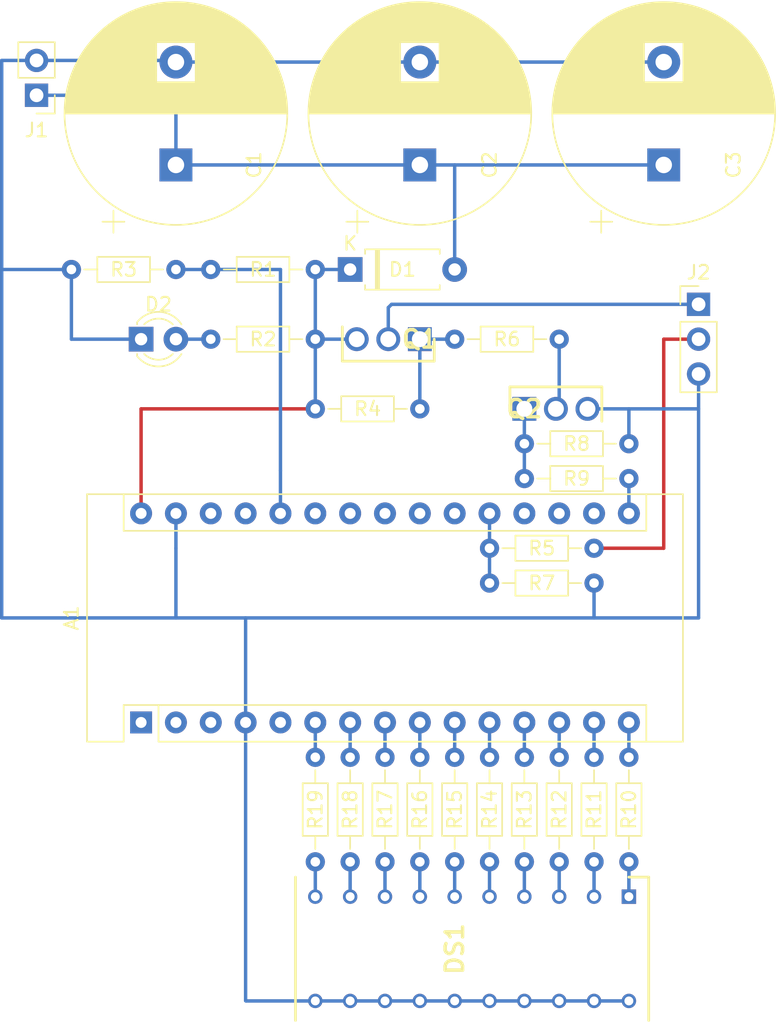
<source format=kicad_pcb>
(kicad_pcb (version 20171130) (host pcbnew "(5.1.2)-1")

  (general
    (thickness 1.6)
    (drawings 0)
    (tracks 75)
    (zones 0)
    (modules 30)
    (nets 47)
  )

  (page A4)
  (layers
    (0 F.Cu signal)
    (31 B.Cu signal)
    (32 B.Adhes user)
    (33 F.Adhes user)
    (34 B.Paste user)
    (35 F.Paste user)
    (36 B.SilkS user)
    (37 F.SilkS user)
    (38 B.Mask user)
    (39 F.Mask user)
    (40 Dwgs.User user)
    (41 Cmts.User user)
    (42 Eco1.User user)
    (43 Eco2.User user)
    (44 Edge.Cuts user)
    (45 Margin user)
    (46 B.CrtYd user)
    (47 F.CrtYd user)
    (48 B.Fab user)
    (49 F.Fab user hide)
  )

  (setup
    (last_trace_width 0.25)
    (trace_clearance 0.2)
    (zone_clearance 0.508)
    (zone_45_only no)
    (trace_min 0.2)
    (via_size 0.8)
    (via_drill 0.4)
    (via_min_size 0.4)
    (via_min_drill 0.3)
    (uvia_size 0.3)
    (uvia_drill 0.1)
    (uvias_allowed no)
    (uvia_min_size 0.2)
    (uvia_min_drill 0.1)
    (edge_width 0.05)
    (segment_width 0.2)
    (pcb_text_width 0.3)
    (pcb_text_size 1.5 1.5)
    (mod_edge_width 0.12)
    (mod_text_size 1 1)
    (mod_text_width 0.15)
    (pad_size 1.524 1.524)
    (pad_drill 0.762)
    (pad_to_mask_clearance 0.051)
    (solder_mask_min_width 0.25)
    (aux_axis_origin 0 0)
    (visible_elements 7FFFFFFF)
    (pcbplotparams
      (layerselection 0x010fc_ffffffff)
      (usegerberextensions false)
      (usegerberattributes false)
      (usegerberadvancedattributes false)
      (creategerberjobfile false)
      (excludeedgelayer true)
      (linewidth 0.100000)
      (plotframeref false)
      (viasonmask false)
      (mode 1)
      (useauxorigin false)
      (hpglpennumber 1)
      (hpglpenspeed 20)
      (hpglpendiameter 15.000000)
      (psnegative false)
      (psa4output false)
      (plotreference true)
      (plotvalue true)
      (plotinvisibletext false)
      (padsonsilk false)
      (subtractmaskfromsilk false)
      (outputformat 4)
      (mirror false)
      (drillshape 0)
      (scaleselection 1)
      (outputdirectory ""))
  )

  (net 0 "")
  (net 1 "Net-(D2-Pad2)")
  (net 2 "Net-(DS1-Pad10)")
  (net 3 "Net-(DS1-Pad9)")
  (net 4 "Net-(DS1-Pad8)")
  (net 5 "Net-(DS1-Pad7)")
  (net 6 "Net-(DS1-Pad6)")
  (net 7 "Net-(DS1-Pad5)")
  (net 8 "Net-(DS1-Pad4)")
  (net 9 "Net-(DS1-Pad3)")
  (net 10 "Net-(DS1-Pad2)")
  (net 11 "Net-(DS1-Pad1)")
  (net 12 SW)
  (net 13 Level_10)
  (net 14 Level_9)
  (net 15 Level_8)
  (net 16 Level_7)
  (net 17 Level_6)
  (net 18 Level_5)
  (net 19 Level_4)
  (net 20 Level_3)
  (net 21 Level_2)
  (net 22 Level_1)
  (net 23 OUT)
  (net 24 GND)
  (net 25 "Net-(A1-Pad28)")
  (net 26 "Net-(A1-Pad27)")
  (net 27 "Net-(A1-Pad25)")
  (net 28 "Net-(A1-Pad24)")
  (net 29 "Net-(A1-Pad23)")
  (net 30 "Net-(A1-Pad22)")
  (net 31 "Net-(A1-Pad21)")
  (net 32 "Net-(A1-Pad5)")
  (net 33 ADC2)
  (net 34 ADC1)
  (net 35 "Net-(A1-Pad3)")
  (net 36 "Net-(A1-Pad18)")
  (net 37 "Net-(A1-Pad2)")
  (net 38 "Net-(A1-Pad17)")
  (net 39 "Net-(A1-Pad1)")
  (net 40 /+V)
  (net 41 /VBAT)
  (net 42 /V_OUT)
  (net 43 "Net-(Q1-Pad1)")
  (net 44 "Net-(Q2-Pad2)")
  (net 45 "Net-(Q2-Pad1)")
  (net 46 "Net-(A1-Pad19)")

  (net_class Default "これはデフォルトのネット クラスです。"
    (clearance 0.2)
    (trace_width 0.25)
    (via_dia 0.8)
    (via_drill 0.4)
    (uvia_dia 0.3)
    (uvia_drill 0.1)
    (add_net /+V)
    (add_net /VBAT)
    (add_net /V_OUT)
    (add_net ADC1)
    (add_net ADC2)
    (add_net GND)
    (add_net Level_1)
    (add_net Level_10)
    (add_net Level_2)
    (add_net Level_3)
    (add_net Level_4)
    (add_net Level_5)
    (add_net Level_6)
    (add_net Level_7)
    (add_net Level_8)
    (add_net Level_9)
    (add_net "Net-(A1-Pad1)")
    (add_net "Net-(A1-Pad17)")
    (add_net "Net-(A1-Pad18)")
    (add_net "Net-(A1-Pad19)")
    (add_net "Net-(A1-Pad2)")
    (add_net "Net-(A1-Pad21)")
    (add_net "Net-(A1-Pad22)")
    (add_net "Net-(A1-Pad23)")
    (add_net "Net-(A1-Pad24)")
    (add_net "Net-(A1-Pad25)")
    (add_net "Net-(A1-Pad27)")
    (add_net "Net-(A1-Pad28)")
    (add_net "Net-(A1-Pad3)")
    (add_net "Net-(A1-Pad5)")
    (add_net "Net-(D2-Pad2)")
    (add_net "Net-(DS1-Pad1)")
    (add_net "Net-(DS1-Pad10)")
    (add_net "Net-(DS1-Pad2)")
    (add_net "Net-(DS1-Pad3)")
    (add_net "Net-(DS1-Pad4)")
    (add_net "Net-(DS1-Pad5)")
    (add_net "Net-(DS1-Pad6)")
    (add_net "Net-(DS1-Pad7)")
    (add_net "Net-(DS1-Pad8)")
    (add_net "Net-(DS1-Pad9)")
    (add_net "Net-(Q1-Pad1)")
    (add_net "Net-(Q2-Pad1)")
    (add_net "Net-(Q2-Pad2)")
    (add_net OUT)
    (add_net SW)
  )

  (module 000.PCB_Part_Library:TO230P250X650X900-3P (layer F.Cu) (tedit 0) (tstamp 5E037515)
    (at 88.9 76.2)
    (descr 2-7J2B)
    (tags Transistor)
    (path /5E1D1280)
    (fp_text reference Q2 (at 0 0) (layer F.SilkS)
      (effects (font (size 1.27 1.27) (thickness 0.254)))
    )
    (fp_text value "2SK4017(Q)" (at 0 0) (layer F.SilkS) hide
      (effects (font (size 1.27 1.27) (thickness 0.254)))
    )
    (fp_line (start -1.05 -1.6) (end -1.05 0) (layer F.SilkS) (width 0.2))
    (fp_line (start 5.65 -1.6) (end -1.05 -1.6) (layer F.SilkS) (width 0.2))
    (fp_line (start 5.65 0.9) (end 5.65 -1.6) (layer F.SilkS) (width 0.2))
    (fp_line (start -1.05 -0.45) (end 0.1 -1.6) (layer F.Fab) (width 0.1))
    (fp_line (start -1.05 0.9) (end -1.05 -1.6) (layer F.Fab) (width 0.1))
    (fp_line (start 5.65 0.9) (end -1.05 0.9) (layer F.Fab) (width 0.1))
    (fp_line (start 5.65 -1.6) (end 5.65 0.9) (layer F.Fab) (width 0.1))
    (fp_line (start -1.05 -1.6) (end 5.65 -1.6) (layer F.Fab) (width 0.1))
    (fp_line (start -1.3 1.15) (end -1.3 -1.85) (layer F.CrtYd) (width 0.05))
    (fp_line (start 5.9 1.15) (end -1.3 1.15) (layer F.CrtYd) (width 0.05))
    (fp_line (start 5.9 -1.85) (end 5.9 1.15) (layer F.CrtYd) (width 0.05))
    (fp_line (start -1.3 -1.85) (end 5.9 -1.85) (layer F.CrtYd) (width 0.05))
    (fp_text user %R (at 0 0) (layer F.Fab)
      (effects (font (size 1.27 1.27) (thickness 0.254)))
    )
    (pad 3 thru_hole circle (at 4.6 0) (size 1.74 1.74) (drill 1.16) (layers *.Cu *.Mask)
      (net 24 GND))
    (pad 2 thru_hole circle (at 2.3 0) (size 1.74 1.74) (drill 1.16) (layers *.Cu *.Mask)
      (net 44 "Net-(Q2-Pad2)"))
    (pad 1 thru_hole rect (at 0 0) (size 1.74 1.74) (drill 1.16) (layers *.Cu *.Mask)
      (net 45 "Net-(Q2-Pad1)"))
    (model "Z:\\KiCAD\\Library\\RS\\SamacSys_Parts.3dshapes\\2SK4017(Q).stp"
      (at (xyz 0 0 0))
      (scale (xyz 1 1 1))
      (rotate (xyz 0 0 0))
    )
  )

  (module 000.PCB_Part_Library:TO230P250X650X900-3P (layer F.Cu) (tedit 0) (tstamp 5E022F98)
    (at 81.28 71.12 180)
    (descr 2-7J2B)
    (tags Transistor)
    (path /5E10605E)
    (fp_text reference Q1 (at 0 0) (layer F.SilkS)
      (effects (font (size 1.27 1.27) (thickness 0.254)))
    )
    (fp_text value "2SJ681(Q)" (at 0 0) (layer F.SilkS) hide
      (effects (font (size 1.27 1.27) (thickness 0.254)))
    )
    (fp_line (start -1.05 -1.6) (end -1.05 0) (layer F.SilkS) (width 0.2))
    (fp_line (start 5.65 -1.6) (end -1.05 -1.6) (layer F.SilkS) (width 0.2))
    (fp_line (start 5.65 0.9) (end 5.65 -1.6) (layer F.SilkS) (width 0.2))
    (fp_line (start -1.05 -0.45) (end 0.1 -1.6) (layer F.Fab) (width 0.1))
    (fp_line (start -1.05 0.9) (end -1.05 -1.6) (layer F.Fab) (width 0.1))
    (fp_line (start 5.65 0.9) (end -1.05 0.9) (layer F.Fab) (width 0.1))
    (fp_line (start 5.65 -1.6) (end 5.65 0.9) (layer F.Fab) (width 0.1))
    (fp_line (start -1.05 -1.6) (end 5.65 -1.6) (layer F.Fab) (width 0.1))
    (fp_line (start -1.3 1.15) (end -1.3 -1.85) (layer F.CrtYd) (width 0.05))
    (fp_line (start 5.9 1.15) (end -1.3 1.15) (layer F.CrtYd) (width 0.05))
    (fp_line (start 5.9 -1.85) (end 5.9 1.15) (layer F.CrtYd) (width 0.05))
    (fp_line (start -1.3 -1.85) (end 5.9 -1.85) (layer F.CrtYd) (width 0.05))
    (fp_text user %R (at 0 0) (layer F.Fab)
      (effects (font (size 1.27 1.27) (thickness 0.254)))
    )
    (pad 3 thru_hole circle (at 4.6 0 180) (size 1.74 1.74) (drill 1.16) (layers *.Cu *.Mask)
      (net 23 OUT))
    (pad 2 thru_hole circle (at 2.3 0 180) (size 1.74 1.74) (drill 1.16) (layers *.Cu *.Mask)
      (net 42 /V_OUT))
    (pad 1 thru_hole rect (at 0 0 180) (size 1.74 1.74) (drill 1.16) (layers *.Cu *.Mask)
      (net 43 "Net-(Q1-Pad1)"))
    (model "Z:\\KiCAD\\Library\\RS\\SamacSys_Parts.3dshapes\\2SK4017(Q).stp"
      (at (xyz 0 0 0))
      (scale (xyz 1 1 1))
      (rotate (xyz 0 0 0))
    )
  )

  (module Resistor_THT:R_Axial_DIN0204_L3.6mm_D1.6mm_P7.62mm_Horizontal (layer F.Cu) (tedit 5AE5139B) (tstamp 5E037621)
    (at 96.52 78.74 180)
    (descr "Resistor, Axial_DIN0204 series, Axial, Horizontal, pin pitch=7.62mm, 0.167W, length*diameter=3.6*1.6mm^2, http://cdn-reichelt.de/documents/datenblatt/B400/1_4W%23YAG.pdf")
    (tags "Resistor Axial_DIN0204 series Axial Horizontal pin pitch 7.62mm 0.167W length 3.6mm diameter 1.6mm")
    (path /5E1E1225)
    (fp_text reference R9 (at 3.81 -2.54) (layer F.SilkS)
      (effects (font (size 1 1) (thickness 0.15)))
    )
    (fp_text value 10k (at 3.81 1.92) (layer F.Fab)
      (effects (font (size 1 1) (thickness 0.15)))
    )
    (fp_text user %R (at 3.81 0) (layer F.Fab)
      (effects (font (size 0.72 0.72) (thickness 0.108)))
    )
    (fp_line (start 8.57 -1.05) (end -0.95 -1.05) (layer F.CrtYd) (width 0.05))
    (fp_line (start 8.57 1.05) (end 8.57 -1.05) (layer F.CrtYd) (width 0.05))
    (fp_line (start -0.95 1.05) (end 8.57 1.05) (layer F.CrtYd) (width 0.05))
    (fp_line (start -0.95 -1.05) (end -0.95 1.05) (layer F.CrtYd) (width 0.05))
    (fp_line (start 6.68 0) (end 5.73 0) (layer F.SilkS) (width 0.12))
    (fp_line (start 0.94 0) (end 1.89 0) (layer F.SilkS) (width 0.12))
    (fp_line (start 5.73 -0.92) (end 1.89 -0.92) (layer F.SilkS) (width 0.12))
    (fp_line (start 5.73 0.92) (end 5.73 -0.92) (layer F.SilkS) (width 0.12))
    (fp_line (start 1.89 0.92) (end 5.73 0.92) (layer F.SilkS) (width 0.12))
    (fp_line (start 1.89 -0.92) (end 1.89 0.92) (layer F.SilkS) (width 0.12))
    (fp_line (start 7.62 0) (end 5.61 0) (layer F.Fab) (width 0.1))
    (fp_line (start 0 0) (end 2.01 0) (layer F.Fab) (width 0.1))
    (fp_line (start 5.61 -0.8) (end 2.01 -0.8) (layer F.Fab) (width 0.1))
    (fp_line (start 5.61 0.8) (end 5.61 -0.8) (layer F.Fab) (width 0.1))
    (fp_line (start 2.01 0.8) (end 5.61 0.8) (layer F.Fab) (width 0.1))
    (fp_line (start 2.01 -0.8) (end 2.01 0.8) (layer F.Fab) (width 0.1))
    (pad 2 thru_hole oval (at 7.62 0 180) (size 1.4 1.4) (drill 0.7) (layers *.Cu *.Mask)
      (net 45 "Net-(Q2-Pad1)"))
    (pad 1 thru_hole circle (at 0 0 180) (size 1.4 1.4) (drill 0.7) (layers *.Cu *.Mask)
      (net 24 GND))
    (model ${KISYS3DMOD}/Resistor_THT.3dshapes/R_Axial_DIN0204_L3.6mm_D1.6mm_P7.62mm_Horizontal.wrl
      (at (xyz 0 0 0))
      (scale (xyz 1 1 1))
      (rotate (xyz 0 0 0))
    )
  )

  (module Resistor_THT:R_Axial_DIN0204_L3.6mm_D1.6mm_P7.62mm_Horizontal (layer F.Cu) (tedit 5AE5139B) (tstamp 5E03760A)
    (at 88.9 81.28)
    (descr "Resistor, Axial_DIN0204 series, Axial, Horizontal, pin pitch=7.62mm, 0.167W, length*diameter=3.6*1.6mm^2, http://cdn-reichelt.de/documents/datenblatt/B400/1_4W%23YAG.pdf")
    (tags "Resistor Axial_DIN0204 series Axial Horizontal pin pitch 7.62mm 0.167W length 3.6mm diameter 1.6mm")
    (path /5E1D2992)
    (fp_text reference R8 (at 3.81 -2.54) (layer F.SilkS)
      (effects (font (size 1 1) (thickness 0.15)))
    )
    (fp_text value 100R (at 3.81 1.92) (layer F.Fab)
      (effects (font (size 1 1) (thickness 0.15)))
    )
    (fp_text user %R (at 3.81 0) (layer F.Fab)
      (effects (font (size 0.72 0.72) (thickness 0.108)))
    )
    (fp_line (start 8.57 -1.05) (end -0.95 -1.05) (layer F.CrtYd) (width 0.05))
    (fp_line (start 8.57 1.05) (end 8.57 -1.05) (layer F.CrtYd) (width 0.05))
    (fp_line (start -0.95 1.05) (end 8.57 1.05) (layer F.CrtYd) (width 0.05))
    (fp_line (start -0.95 -1.05) (end -0.95 1.05) (layer F.CrtYd) (width 0.05))
    (fp_line (start 6.68 0) (end 5.73 0) (layer F.SilkS) (width 0.12))
    (fp_line (start 0.94 0) (end 1.89 0) (layer F.SilkS) (width 0.12))
    (fp_line (start 5.73 -0.92) (end 1.89 -0.92) (layer F.SilkS) (width 0.12))
    (fp_line (start 5.73 0.92) (end 5.73 -0.92) (layer F.SilkS) (width 0.12))
    (fp_line (start 1.89 0.92) (end 5.73 0.92) (layer F.SilkS) (width 0.12))
    (fp_line (start 1.89 -0.92) (end 1.89 0.92) (layer F.SilkS) (width 0.12))
    (fp_line (start 7.62 0) (end 5.61 0) (layer F.Fab) (width 0.1))
    (fp_line (start 0 0) (end 2.01 0) (layer F.Fab) (width 0.1))
    (fp_line (start 5.61 -0.8) (end 2.01 -0.8) (layer F.Fab) (width 0.1))
    (fp_line (start 5.61 0.8) (end 5.61 -0.8) (layer F.Fab) (width 0.1))
    (fp_line (start 2.01 0.8) (end 5.61 0.8) (layer F.Fab) (width 0.1))
    (fp_line (start 2.01 -0.8) (end 2.01 0.8) (layer F.Fab) (width 0.1))
    (pad 2 thru_hole oval (at 7.62 0) (size 1.4 1.4) (drill 0.7) (layers *.Cu *.Mask)
      (net 12 SW))
    (pad 1 thru_hole circle (at 0 0) (size 1.4 1.4) (drill 0.7) (layers *.Cu *.Mask)
      (net 45 "Net-(Q2-Pad1)"))
    (model ${KISYS3DMOD}/Resistor_THT.3dshapes/R_Axial_DIN0204_L3.6mm_D1.6mm_P7.62mm_Horizontal.wrl
      (at (xyz 0 0 0))
      (scale (xyz 1 1 1))
      (rotate (xyz 0 0 0))
    )
  )

  (module Resistor_THT:R_Axial_DIN0204_L3.6mm_D1.6mm_P7.62mm_Horizontal (layer F.Cu) (tedit 5AE5139B) (tstamp 5E0375DD)
    (at 91.44 71.12 180)
    (descr "Resistor, Axial_DIN0204 series, Axial, Horizontal, pin pitch=7.62mm, 0.167W, length*diameter=3.6*1.6mm^2, http://cdn-reichelt.de/documents/datenblatt/B400/1_4W%23YAG.pdf")
    (tags "Resistor Axial_DIN0204 series Axial Horizontal pin pitch 7.62mm 0.167W length 3.6mm diameter 1.6mm")
    (path /5E1FC97B)
    (fp_text reference R6 (at 3.81 0) (layer F.SilkS)
      (effects (font (size 1 1) (thickness 0.15)))
    )
    (fp_text value 100R (at 3.81 1.92) (layer F.Fab)
      (effects (font (size 1 1) (thickness 0.15)))
    )
    (fp_text user %R (at 3.81 0) (layer F.Fab)
      (effects (font (size 0.72 0.72) (thickness 0.108)))
    )
    (fp_line (start 8.57 -1.05) (end -0.95 -1.05) (layer F.CrtYd) (width 0.05))
    (fp_line (start 8.57 1.05) (end 8.57 -1.05) (layer F.CrtYd) (width 0.05))
    (fp_line (start -0.95 1.05) (end 8.57 1.05) (layer F.CrtYd) (width 0.05))
    (fp_line (start -0.95 -1.05) (end -0.95 1.05) (layer F.CrtYd) (width 0.05))
    (fp_line (start 6.68 0) (end 5.73 0) (layer F.SilkS) (width 0.12))
    (fp_line (start 0.94 0) (end 1.89 0) (layer F.SilkS) (width 0.12))
    (fp_line (start 5.73 -0.92) (end 1.89 -0.92) (layer F.SilkS) (width 0.12))
    (fp_line (start 5.73 0.92) (end 5.73 -0.92) (layer F.SilkS) (width 0.12))
    (fp_line (start 1.89 0.92) (end 5.73 0.92) (layer F.SilkS) (width 0.12))
    (fp_line (start 1.89 -0.92) (end 1.89 0.92) (layer F.SilkS) (width 0.12))
    (fp_line (start 7.62 0) (end 5.61 0) (layer F.Fab) (width 0.1))
    (fp_line (start 0 0) (end 2.01 0) (layer F.Fab) (width 0.1))
    (fp_line (start 5.61 -0.8) (end 2.01 -0.8) (layer F.Fab) (width 0.1))
    (fp_line (start 5.61 0.8) (end 5.61 -0.8) (layer F.Fab) (width 0.1))
    (fp_line (start 2.01 0.8) (end 5.61 0.8) (layer F.Fab) (width 0.1))
    (fp_line (start 2.01 -0.8) (end 2.01 0.8) (layer F.Fab) (width 0.1))
    (pad 2 thru_hole oval (at 7.62 0 180) (size 1.4 1.4) (drill 0.7) (layers *.Cu *.Mask)
      (net 43 "Net-(Q1-Pad1)"))
    (pad 1 thru_hole circle (at 0 0 180) (size 1.4 1.4) (drill 0.7) (layers *.Cu *.Mask)
      (net 44 "Net-(Q2-Pad2)"))
    (model ${KISYS3DMOD}/Resistor_THT.3dshapes/R_Axial_DIN0204_L3.6mm_D1.6mm_P7.62mm_Horizontal.wrl
      (at (xyz 0 0 0))
      (scale (xyz 1 1 1))
      (rotate (xyz 0 0 0))
    )
  )

  (module Resistor_THT:R_Axial_DIN0204_L3.6mm_D1.6mm_P7.62mm_Horizontal (layer F.Cu) (tedit 5AE5139B) (tstamp 5E0375B0)
    (at 81.28 76.2 180)
    (descr "Resistor, Axial_DIN0204 series, Axial, Horizontal, pin pitch=7.62mm, 0.167W, length*diameter=3.6*1.6mm^2, http://cdn-reichelt.de/documents/datenblatt/B400/1_4W%23YAG.pdf")
    (tags "Resistor Axial_DIN0204 series Axial Horizontal pin pitch 7.62mm 0.167W length 3.6mm diameter 1.6mm")
    (path /5E22FEC1)
    (fp_text reference R4 (at 3.81 0) (layer F.SilkS)
      (effects (font (size 1 1) (thickness 0.15)))
    )
    (fp_text value 10k (at 3.81 1.92) (layer F.Fab)
      (effects (font (size 1 1) (thickness 0.15)))
    )
    (fp_text user %R (at 3.81 0) (layer F.Fab)
      (effects (font (size 0.72 0.72) (thickness 0.108)))
    )
    (fp_line (start 8.57 -1.05) (end -0.95 -1.05) (layer F.CrtYd) (width 0.05))
    (fp_line (start 8.57 1.05) (end 8.57 -1.05) (layer F.CrtYd) (width 0.05))
    (fp_line (start -0.95 1.05) (end 8.57 1.05) (layer F.CrtYd) (width 0.05))
    (fp_line (start -0.95 -1.05) (end -0.95 1.05) (layer F.CrtYd) (width 0.05))
    (fp_line (start 6.68 0) (end 5.73 0) (layer F.SilkS) (width 0.12))
    (fp_line (start 0.94 0) (end 1.89 0) (layer F.SilkS) (width 0.12))
    (fp_line (start 5.73 -0.92) (end 1.89 -0.92) (layer F.SilkS) (width 0.12))
    (fp_line (start 5.73 0.92) (end 5.73 -0.92) (layer F.SilkS) (width 0.12))
    (fp_line (start 1.89 0.92) (end 5.73 0.92) (layer F.SilkS) (width 0.12))
    (fp_line (start 1.89 -0.92) (end 1.89 0.92) (layer F.SilkS) (width 0.12))
    (fp_line (start 7.62 0) (end 5.61 0) (layer F.Fab) (width 0.1))
    (fp_line (start 0 0) (end 2.01 0) (layer F.Fab) (width 0.1))
    (fp_line (start 5.61 -0.8) (end 2.01 -0.8) (layer F.Fab) (width 0.1))
    (fp_line (start 5.61 0.8) (end 5.61 -0.8) (layer F.Fab) (width 0.1))
    (fp_line (start 2.01 0.8) (end 5.61 0.8) (layer F.Fab) (width 0.1))
    (fp_line (start 2.01 -0.8) (end 2.01 0.8) (layer F.Fab) (width 0.1))
    (pad 2 thru_hole oval (at 7.62 0 180) (size 1.4 1.4) (drill 0.7) (layers *.Cu *.Mask)
      (net 23 OUT))
    (pad 1 thru_hole circle (at 0 0 180) (size 1.4 1.4) (drill 0.7) (layers *.Cu *.Mask)
      (net 43 "Net-(Q1-Pad1)"))
    (model ${KISYS3DMOD}/Resistor_THT.3dshapes/R_Axial_DIN0204_L3.6mm_D1.6mm_P7.62mm_Horizontal.wrl
      (at (xyz 0 0 0))
      (scale (xyz 1 1 1))
      (rotate (xyz 0 0 0))
    )
  )

  (module Resistor_THT:R_Axial_DIN0204_L3.6mm_D1.6mm_P7.62mm_Horizontal (layer F.Cu) (tedit 5AE5139B) (tstamp 5E023219)
    (at 93.98 88.9 180)
    (descr "Resistor, Axial_DIN0204 series, Axial, Horizontal, pin pitch=7.62mm, 0.167W, length*diameter=3.6*1.6mm^2, http://cdn-reichelt.de/documents/datenblatt/B400/1_4W%23YAG.pdf")
    (tags "Resistor Axial_DIN0204 series Axial Horizontal pin pitch 7.62mm 0.167W length 3.6mm diameter 1.6mm")
    (path /5E0C5D3A)
    (fp_text reference R7 (at 3.81 0) (layer F.SilkS)
      (effects (font (size 1 1) (thickness 0.15)))
    )
    (fp_text value 2.2k (at 3.81 1.92) (layer F.Fab)
      (effects (font (size 1 1) (thickness 0.15)))
    )
    (fp_text user %R (at 3.81 0) (layer F.Fab)
      (effects (font (size 0.72 0.72) (thickness 0.108)))
    )
    (fp_line (start 8.57 -1.05) (end -0.95 -1.05) (layer F.CrtYd) (width 0.05))
    (fp_line (start 8.57 1.05) (end 8.57 -1.05) (layer F.CrtYd) (width 0.05))
    (fp_line (start -0.95 1.05) (end 8.57 1.05) (layer F.CrtYd) (width 0.05))
    (fp_line (start -0.95 -1.05) (end -0.95 1.05) (layer F.CrtYd) (width 0.05))
    (fp_line (start 6.68 0) (end 5.73 0) (layer F.SilkS) (width 0.12))
    (fp_line (start 0.94 0) (end 1.89 0) (layer F.SilkS) (width 0.12))
    (fp_line (start 5.73 -0.92) (end 1.89 -0.92) (layer F.SilkS) (width 0.12))
    (fp_line (start 5.73 0.92) (end 5.73 -0.92) (layer F.SilkS) (width 0.12))
    (fp_line (start 1.89 0.92) (end 5.73 0.92) (layer F.SilkS) (width 0.12))
    (fp_line (start 1.89 -0.92) (end 1.89 0.92) (layer F.SilkS) (width 0.12))
    (fp_line (start 7.62 0) (end 5.61 0) (layer F.Fab) (width 0.1))
    (fp_line (start 0 0) (end 2.01 0) (layer F.Fab) (width 0.1))
    (fp_line (start 5.61 -0.8) (end 2.01 -0.8) (layer F.Fab) (width 0.1))
    (fp_line (start 5.61 0.8) (end 5.61 -0.8) (layer F.Fab) (width 0.1))
    (fp_line (start 2.01 0.8) (end 5.61 0.8) (layer F.Fab) (width 0.1))
    (fp_line (start 2.01 -0.8) (end 2.01 0.8) (layer F.Fab) (width 0.1))
    (pad 2 thru_hole oval (at 7.62 0 180) (size 1.4 1.4) (drill 0.7) (layers *.Cu *.Mask)
      (net 33 ADC2))
    (pad 1 thru_hole circle (at 0 0 180) (size 1.4 1.4) (drill 0.7) (layers *.Cu *.Mask)
      (net 24 GND))
    (model ${KISYS3DMOD}/Resistor_THT.3dshapes/R_Axial_DIN0204_L3.6mm_D1.6mm_P7.62mm_Horizontal.wrl
      (at (xyz 0 0 0))
      (scale (xyz 1 1 1))
      (rotate (xyz 0 0 0))
    )
  )

  (module Resistor_THT:R_Axial_DIN0204_L3.6mm_D1.6mm_P7.62mm_Horizontal (layer F.Cu) (tedit 5AE5139B) (tstamp 5E023202)
    (at 86.36 86.36)
    (descr "Resistor, Axial_DIN0204 series, Axial, Horizontal, pin pitch=7.62mm, 0.167W, length*diameter=3.6*1.6mm^2, http://cdn-reichelt.de/documents/datenblatt/B400/1_4W%23YAG.pdf")
    (tags "Resistor Axial_DIN0204 series Axial Horizontal pin pitch 7.62mm 0.167W length 3.6mm diameter 1.6mm")
    (path /5E0C5D34)
    (fp_text reference R5 (at 3.81 0) (layer F.SilkS)
      (effects (font (size 1 1) (thickness 0.15)))
    )
    (fp_text value 1k (at 3.81 1.92) (layer F.Fab)
      (effects (font (size 1 1) (thickness 0.15)))
    )
    (fp_text user %R (at 3.81 0) (layer F.Fab)
      (effects (font (size 0.72 0.72) (thickness 0.108)))
    )
    (fp_line (start 8.57 -1.05) (end -0.95 -1.05) (layer F.CrtYd) (width 0.05))
    (fp_line (start 8.57 1.05) (end 8.57 -1.05) (layer F.CrtYd) (width 0.05))
    (fp_line (start -0.95 1.05) (end 8.57 1.05) (layer F.CrtYd) (width 0.05))
    (fp_line (start -0.95 -1.05) (end -0.95 1.05) (layer F.CrtYd) (width 0.05))
    (fp_line (start 6.68 0) (end 5.73 0) (layer F.SilkS) (width 0.12))
    (fp_line (start 0.94 0) (end 1.89 0) (layer F.SilkS) (width 0.12))
    (fp_line (start 5.73 -0.92) (end 1.89 -0.92) (layer F.SilkS) (width 0.12))
    (fp_line (start 5.73 0.92) (end 5.73 -0.92) (layer F.SilkS) (width 0.12))
    (fp_line (start 1.89 0.92) (end 5.73 0.92) (layer F.SilkS) (width 0.12))
    (fp_line (start 1.89 -0.92) (end 1.89 0.92) (layer F.SilkS) (width 0.12))
    (fp_line (start 7.62 0) (end 5.61 0) (layer F.Fab) (width 0.1))
    (fp_line (start 0 0) (end 2.01 0) (layer F.Fab) (width 0.1))
    (fp_line (start 5.61 -0.8) (end 2.01 -0.8) (layer F.Fab) (width 0.1))
    (fp_line (start 5.61 0.8) (end 5.61 -0.8) (layer F.Fab) (width 0.1))
    (fp_line (start 2.01 0.8) (end 5.61 0.8) (layer F.Fab) (width 0.1))
    (fp_line (start 2.01 -0.8) (end 2.01 0.8) (layer F.Fab) (width 0.1))
    (pad 2 thru_hole oval (at 7.62 0) (size 1.4 1.4) (drill 0.7) (layers *.Cu *.Mask)
      (net 41 /VBAT))
    (pad 1 thru_hole circle (at 0 0) (size 1.4 1.4) (drill 0.7) (layers *.Cu *.Mask)
      (net 33 ADC2))
    (model ${KISYS3DMOD}/Resistor_THT.3dshapes/R_Axial_DIN0204_L3.6mm_D1.6mm_P7.62mm_Horizontal.wrl
      (at (xyz 0 0 0))
      (scale (xyz 1 1 1))
      (rotate (xyz 0 0 0))
    )
  )

  (module Connector_PinHeader_2.54mm:PinHeader_1x03_P2.54mm_Vertical (layer F.Cu) (tedit 59FED5CC) (tstamp 5E022F84)
    (at 101.6 68.58)
    (descr "Through hole straight pin header, 1x03, 2.54mm pitch, single row")
    (tags "Through hole pin header THT 1x03 2.54mm single row")
    (path /5E12871B)
    (fp_text reference J2 (at 0 -2.33) (layer F.SilkS)
      (effects (font (size 1 1) (thickness 0.15)))
    )
    (fp_text value Conn_01x03_Male (at 0 7.41) (layer F.Fab)
      (effects (font (size 1 1) (thickness 0.15)))
    )
    (fp_text user %R (at 0 2.54 90) (layer F.Fab)
      (effects (font (size 1 1) (thickness 0.15)))
    )
    (fp_line (start 1.8 -1.8) (end -1.8 -1.8) (layer F.CrtYd) (width 0.05))
    (fp_line (start 1.8 6.85) (end 1.8 -1.8) (layer F.CrtYd) (width 0.05))
    (fp_line (start -1.8 6.85) (end 1.8 6.85) (layer F.CrtYd) (width 0.05))
    (fp_line (start -1.8 -1.8) (end -1.8 6.85) (layer F.CrtYd) (width 0.05))
    (fp_line (start -1.33 -1.33) (end 0 -1.33) (layer F.SilkS) (width 0.12))
    (fp_line (start -1.33 0) (end -1.33 -1.33) (layer F.SilkS) (width 0.12))
    (fp_line (start -1.33 1.27) (end 1.33 1.27) (layer F.SilkS) (width 0.12))
    (fp_line (start 1.33 1.27) (end 1.33 6.41) (layer F.SilkS) (width 0.12))
    (fp_line (start -1.33 1.27) (end -1.33 6.41) (layer F.SilkS) (width 0.12))
    (fp_line (start -1.33 6.41) (end 1.33 6.41) (layer F.SilkS) (width 0.12))
    (fp_line (start -1.27 -0.635) (end -0.635 -1.27) (layer F.Fab) (width 0.1))
    (fp_line (start -1.27 6.35) (end -1.27 -0.635) (layer F.Fab) (width 0.1))
    (fp_line (start 1.27 6.35) (end -1.27 6.35) (layer F.Fab) (width 0.1))
    (fp_line (start 1.27 -1.27) (end 1.27 6.35) (layer F.Fab) (width 0.1))
    (fp_line (start -0.635 -1.27) (end 1.27 -1.27) (layer F.Fab) (width 0.1))
    (pad 3 thru_hole oval (at 0 5.08) (size 1.7 1.7) (drill 1) (layers *.Cu *.Mask)
      (net 24 GND))
    (pad 2 thru_hole oval (at 0 2.54) (size 1.7 1.7) (drill 1) (layers *.Cu *.Mask)
      (net 41 /VBAT))
    (pad 1 thru_hole rect (at 0 0) (size 1.7 1.7) (drill 1) (layers *.Cu *.Mask)
      (net 42 /V_OUT))
    (model ${KISYS3DMOD}/Connector_PinHeader_2.54mm.3dshapes/PinHeader_1x03_P2.54mm_Vertical.wrl
      (at (xyz 0 0 0))
      (scale (xyz 1 1 1))
      (rotate (xyz 0 0 0))
    )
  )

  (module Module:Arduino_Nano (layer F.Cu) (tedit 58ACAF70) (tstamp 5E0227DB)
    (at 60.96 99.06 90)
    (descr "Arduino Nano, http://www.mouser.com/pdfdocs/Gravitech_Arduino_Nano3_0.pdf")
    (tags "Arduino Nano")
    (path /5E032628)
    (fp_text reference A1 (at 7.62 -5.08 90) (layer F.SilkS)
      (effects (font (size 1 1) (thickness 0.15)))
    )
    (fp_text value Arduino_Nano_v3.x (at 8.89 19.05) (layer F.Fab)
      (effects (font (size 1 1) (thickness 0.15)))
    )
    (fp_line (start 16.75 42.16) (end -1.53 42.16) (layer F.CrtYd) (width 0.05))
    (fp_line (start 16.75 42.16) (end 16.75 -4.06) (layer F.CrtYd) (width 0.05))
    (fp_line (start -1.53 -4.06) (end -1.53 42.16) (layer F.CrtYd) (width 0.05))
    (fp_line (start -1.53 -4.06) (end 16.75 -4.06) (layer F.CrtYd) (width 0.05))
    (fp_line (start 16.51 -3.81) (end 16.51 39.37) (layer F.Fab) (width 0.1))
    (fp_line (start 0 -3.81) (end 16.51 -3.81) (layer F.Fab) (width 0.1))
    (fp_line (start -1.27 -2.54) (end 0 -3.81) (layer F.Fab) (width 0.1))
    (fp_line (start -1.27 39.37) (end -1.27 -2.54) (layer F.Fab) (width 0.1))
    (fp_line (start 16.51 39.37) (end -1.27 39.37) (layer F.Fab) (width 0.1))
    (fp_line (start 16.64 -3.94) (end -1.4 -3.94) (layer F.SilkS) (width 0.12))
    (fp_line (start 16.64 39.5) (end 16.64 -3.94) (layer F.SilkS) (width 0.12))
    (fp_line (start -1.4 39.5) (end 16.64 39.5) (layer F.SilkS) (width 0.12))
    (fp_line (start 3.81 41.91) (end 3.81 31.75) (layer F.Fab) (width 0.1))
    (fp_line (start 11.43 41.91) (end 3.81 41.91) (layer F.Fab) (width 0.1))
    (fp_line (start 11.43 31.75) (end 11.43 41.91) (layer F.Fab) (width 0.1))
    (fp_line (start 3.81 31.75) (end 11.43 31.75) (layer F.Fab) (width 0.1))
    (fp_line (start 1.27 36.83) (end -1.4 36.83) (layer F.SilkS) (width 0.12))
    (fp_line (start 1.27 1.27) (end 1.27 36.83) (layer F.SilkS) (width 0.12))
    (fp_line (start 1.27 1.27) (end -1.4 1.27) (layer F.SilkS) (width 0.12))
    (fp_line (start 13.97 36.83) (end 16.64 36.83) (layer F.SilkS) (width 0.12))
    (fp_line (start 13.97 -1.27) (end 13.97 36.83) (layer F.SilkS) (width 0.12))
    (fp_line (start 13.97 -1.27) (end 16.64 -1.27) (layer F.SilkS) (width 0.12))
    (fp_line (start -1.4 -3.94) (end -1.4 -1.27) (layer F.SilkS) (width 0.12))
    (fp_line (start -1.4 1.27) (end -1.4 39.5) (layer F.SilkS) (width 0.12))
    (fp_line (start 1.27 -1.27) (end -1.4 -1.27) (layer F.SilkS) (width 0.12))
    (fp_line (start 1.27 1.27) (end 1.27 -1.27) (layer F.SilkS) (width 0.12))
    (fp_text user %R (at 6.35 19.05) (layer F.Fab)
      (effects (font (size 1 1) (thickness 0.15)))
    )
    (pad 16 thru_hole oval (at 15.24 35.56 90) (size 1.6 1.6) (drill 0.8) (layers *.Cu *.Mask)
      (net 12 SW))
    (pad 15 thru_hole oval (at 0 35.56 90) (size 1.6 1.6) (drill 0.8) (layers *.Cu *.Mask)
      (net 13 Level_10))
    (pad 30 thru_hole oval (at 15.24 0 90) (size 1.6 1.6) (drill 0.8) (layers *.Cu *.Mask)
      (net 23 OUT))
    (pad 14 thru_hole oval (at 0 33.02 90) (size 1.6 1.6) (drill 0.8) (layers *.Cu *.Mask)
      (net 14 Level_9))
    (pad 29 thru_hole oval (at 15.24 2.54 90) (size 1.6 1.6) (drill 0.8) (layers *.Cu *.Mask)
      (net 24 GND))
    (pad 13 thru_hole oval (at 0 30.48 90) (size 1.6 1.6) (drill 0.8) (layers *.Cu *.Mask)
      (net 15 Level_8))
    (pad 28 thru_hole oval (at 15.24 5.08 90) (size 1.6 1.6) (drill 0.8) (layers *.Cu *.Mask)
      (net 25 "Net-(A1-Pad28)"))
    (pad 12 thru_hole oval (at 0 27.94 90) (size 1.6 1.6) (drill 0.8) (layers *.Cu *.Mask)
      (net 16 Level_7))
    (pad 27 thru_hole oval (at 15.24 7.62 90) (size 1.6 1.6) (drill 0.8) (layers *.Cu *.Mask)
      (net 26 "Net-(A1-Pad27)"))
    (pad 11 thru_hole oval (at 0 25.4 90) (size 1.6 1.6) (drill 0.8) (layers *.Cu *.Mask)
      (net 17 Level_6))
    (pad 26 thru_hole oval (at 15.24 10.16 90) (size 1.6 1.6) (drill 0.8) (layers *.Cu *.Mask)
      (net 34 ADC1))
    (pad 10 thru_hole oval (at 0 22.86 90) (size 1.6 1.6) (drill 0.8) (layers *.Cu *.Mask)
      (net 18 Level_5))
    (pad 25 thru_hole oval (at 15.24 12.7 90) (size 1.6 1.6) (drill 0.8) (layers *.Cu *.Mask)
      (net 27 "Net-(A1-Pad25)"))
    (pad 9 thru_hole oval (at 0 20.32 90) (size 1.6 1.6) (drill 0.8) (layers *.Cu *.Mask)
      (net 19 Level_4))
    (pad 24 thru_hole oval (at 15.24 15.24 90) (size 1.6 1.6) (drill 0.8) (layers *.Cu *.Mask)
      (net 28 "Net-(A1-Pad24)"))
    (pad 8 thru_hole oval (at 0 17.78 90) (size 1.6 1.6) (drill 0.8) (layers *.Cu *.Mask)
      (net 20 Level_3))
    (pad 23 thru_hole oval (at 15.24 17.78 90) (size 1.6 1.6) (drill 0.8) (layers *.Cu *.Mask)
      (net 29 "Net-(A1-Pad23)"))
    (pad 7 thru_hole oval (at 0 15.24 90) (size 1.6 1.6) (drill 0.8) (layers *.Cu *.Mask)
      (net 21 Level_2))
    (pad 22 thru_hole oval (at 15.24 20.32 90) (size 1.6 1.6) (drill 0.8) (layers *.Cu *.Mask)
      (net 30 "Net-(A1-Pad22)"))
    (pad 6 thru_hole oval (at 0 12.7 90) (size 1.6 1.6) (drill 0.8) (layers *.Cu *.Mask)
      (net 22 Level_1))
    (pad 21 thru_hole oval (at 15.24 22.86 90) (size 1.6 1.6) (drill 0.8) (layers *.Cu *.Mask)
      (net 31 "Net-(A1-Pad21)"))
    (pad 5 thru_hole oval (at 0 10.16 90) (size 1.6 1.6) (drill 0.8) (layers *.Cu *.Mask)
      (net 32 "Net-(A1-Pad5)"))
    (pad 20 thru_hole oval (at 15.24 25.4 90) (size 1.6 1.6) (drill 0.8) (layers *.Cu *.Mask)
      (net 33 ADC2))
    (pad 4 thru_hole oval (at 0 7.62 90) (size 1.6 1.6) (drill 0.8) (layers *.Cu *.Mask)
      (net 24 GND))
    (pad 19 thru_hole oval (at 15.24 27.94 90) (size 1.6 1.6) (drill 0.8) (layers *.Cu *.Mask)
      (net 46 "Net-(A1-Pad19)"))
    (pad 3 thru_hole oval (at 0 5.08 90) (size 1.6 1.6) (drill 0.8) (layers *.Cu *.Mask)
      (net 35 "Net-(A1-Pad3)"))
    (pad 18 thru_hole oval (at 15.24 30.48 90) (size 1.6 1.6) (drill 0.8) (layers *.Cu *.Mask)
      (net 36 "Net-(A1-Pad18)"))
    (pad 2 thru_hole oval (at 0 2.54 90) (size 1.6 1.6) (drill 0.8) (layers *.Cu *.Mask)
      (net 37 "Net-(A1-Pad2)"))
    (pad 17 thru_hole oval (at 15.24 33.02 90) (size 1.6 1.6) (drill 0.8) (layers *.Cu *.Mask)
      (net 38 "Net-(A1-Pad17)"))
    (pad 1 thru_hole rect (at 0 0 90) (size 1.6 1.6) (drill 0.8) (layers *.Cu *.Mask)
      (net 39 "Net-(A1-Pad1)"))
    (model ${KISYS3DMOD}/Module.3dshapes/Arduino_Nano_WithMountingHoles.wrl
      (at (xyz 0 0 0))
      (scale (xyz 1 1 1))
      (rotate (xyz 0 0 0))
    )
  )

  (module DIPS760W45P254L2550H815Q20N (layer F.Cu) (tedit 5E00A66B) (tstamp 5DFDC1C6)
    (at 96.52 111.76 270)
    (descr OSX10201-GYR1)
    (tags Display)
    (path /5DF90A09)
    (fp_text reference DS1 (at 3.81 12.7 270) (layer F.SilkS)
      (effects (font (size 1.27 1.27) (thickness 0.254)))
    )
    (fp_text value OSX10201-GYR1 (at 0 0 270) (layer F.Fab) hide
      (effects (font (size 1.27 1.27) (thickness 0.254)))
    )
    (fp_text user %R (at 0 0 270) (layer F.Fab)
      (effects (font (size 1.27 1.27) (thickness 0.254)))
    )
    (fp_line (start -1.675 -1.695) (end 9.275 -1.695) (layer F.CrtYd) (width 0.05))
    (fp_line (start 9.275 -1.695) (end 9.275 24.555) (layer F.CrtYd) (width 0.05))
    (fp_line (start 9.275 24.555) (end -1.675 24.555) (layer F.CrtYd) (width 0.05))
    (fp_line (start -1.675 24.555) (end -1.675 -1.695) (layer F.CrtYd) (width 0.05))
    (fp_line (start -1.425 -1.445) (end 9.025 -1.445) (layer F.Fab) (width 0.1))
    (fp_line (start 9.025 -1.445) (end 9.025 24.305) (layer F.Fab) (width 0.1))
    (fp_line (start 9.025 24.305) (end -1.425 24.305) (layer F.Fab) (width 0.1))
    (fp_line (start -1.425 24.305) (end -1.425 -1.445) (layer F.Fab) (width 0.1))
    (fp_line (start -1.425 -0.175) (end -0.155 -1.445) (layer F.Fab) (width 0.1))
    (fp_line (start -1.425 24.305) (end 9.025 24.305) (layer F.SilkS) (width 0.2))
    (fp_line (start 9.025 -1.445) (end -1.425 -1.445) (layer F.SilkS) (width 0.2))
    (fp_line (start -1.425 -1.445) (end -1.425 0) (layer F.SilkS) (width 0.2))
    (pad 1 thru_hole rect (at 0 0 270) (size 1.05 1.05) (drill 0.65) (layers *.Cu *.Mask)
      (net 11 "Net-(DS1-Pad1)"))
    (pad 2 thru_hole circle (at 0 2.54 270) (size 1.05 1.05) (drill 0.65) (layers *.Cu *.Mask)
      (net 10 "Net-(DS1-Pad2)"))
    (pad 3 thru_hole circle (at 0 5.08 270) (size 1.05 1.05) (drill 0.65) (layers *.Cu *.Mask)
      (net 9 "Net-(DS1-Pad3)"))
    (pad 4 thru_hole circle (at 0 7.62 270) (size 1.05 1.05) (drill 0.65) (layers *.Cu *.Mask)
      (net 8 "Net-(DS1-Pad4)"))
    (pad 5 thru_hole circle (at 0 10.16 270) (size 1.05 1.05) (drill 0.65) (layers *.Cu *.Mask)
      (net 7 "Net-(DS1-Pad5)"))
    (pad 6 thru_hole circle (at 0 12.7 270) (size 1.05 1.05) (drill 0.65) (layers *.Cu *.Mask)
      (net 6 "Net-(DS1-Pad6)"))
    (pad 7 thru_hole circle (at 0 15.24 270) (size 1.05 1.05) (drill 0.65) (layers *.Cu *.Mask)
      (net 5 "Net-(DS1-Pad7)"))
    (pad 8 thru_hole circle (at 0 17.78 270) (size 1.05 1.05) (drill 0.65) (layers *.Cu *.Mask)
      (net 4 "Net-(DS1-Pad8)"))
    (pad 9 thru_hole circle (at 0 20.32 270) (size 1.05 1.05) (drill 0.65) (layers *.Cu *.Mask)
      (net 3 "Net-(DS1-Pad9)"))
    (pad 10 thru_hole circle (at 0 22.86 270) (size 1.05 1.05) (drill 0.65) (layers *.Cu *.Mask)
      (net 2 "Net-(DS1-Pad10)"))
    (pad 11 thru_hole circle (at 7.6 22.86 270) (size 1.05 1.05) (drill 0.65) (layers *.Cu *.Mask)
      (net 24 GND))
    (pad 12 thru_hole circle (at 7.6 20.32 270) (size 1.05 1.05) (drill 0.65) (layers *.Cu *.Mask)
      (net 24 GND))
    (pad 13 thru_hole circle (at 7.6 17.78 270) (size 1.05 1.05) (drill 0.65) (layers *.Cu *.Mask)
      (net 24 GND))
    (pad 14 thru_hole circle (at 7.6 15.24 270) (size 1.05 1.05) (drill 0.65) (layers *.Cu *.Mask)
      (net 24 GND))
    (pad 15 thru_hole circle (at 7.6 12.7 270) (size 1.05 1.05) (drill 0.65) (layers *.Cu *.Mask)
      (net 24 GND))
    (pad 16 thru_hole circle (at 7.6 10.16 270) (size 1.05 1.05) (drill 0.65) (layers *.Cu *.Mask)
      (net 24 GND))
    (pad 17 thru_hole circle (at 7.6 7.62 270) (size 1.05 1.05) (drill 0.65) (layers *.Cu *.Mask)
      (net 24 GND))
    (pad 18 thru_hole circle (at 7.6 5.08 270) (size 1.05 1.05) (drill 0.65) (layers *.Cu *.Mask)
      (net 24 GND))
    (pad 19 thru_hole circle (at 7.6 2.54 270) (size 1.05 1.05) (drill 0.65) (layers *.Cu *.Mask)
      (net 24 GND))
    (pad 20 thru_hole circle (at 7.6 0 270) (size 1.05 1.05) (drill 0.65) (layers *.Cu *.Mask)
      (net 24 GND))
  )

  (module Resistor_THT:R_Axial_DIN0204_L3.6mm_D1.6mm_P7.62mm_Horizontal (layer F.Cu) (tedit 5AE5139B) (tstamp 5DFD4A07)
    (at 73.66 101.6 270)
    (descr "Resistor, Axial_DIN0204 series, Axial, Horizontal, pin pitch=7.62mm, 0.167W, length*diameter=3.6*1.6mm^2, http://cdn-reichelt.de/documents/datenblatt/B400/1_4W%23YAG.pdf")
    (tags "Resistor Axial_DIN0204 series Axial Horizontal pin pitch 7.62mm 0.167W length 3.6mm diameter 1.6mm")
    (path /5DF9BE5F)
    (fp_text reference R19 (at 3.81 0 90) (layer F.SilkS)
      (effects (font (size 1 1) (thickness 0.15)))
    )
    (fp_text value 150R (at -5.08 0 90) (layer F.Fab)
      (effects (font (size 1 1) (thickness 0.15)))
    )
    (fp_text user %R (at 3.81 0 90) (layer F.Fab)
      (effects (font (size 0.72 0.72) (thickness 0.108)))
    )
    (fp_line (start 8.57 -1.05) (end -0.95 -1.05) (layer F.CrtYd) (width 0.05))
    (fp_line (start 8.57 1.05) (end 8.57 -1.05) (layer F.CrtYd) (width 0.05))
    (fp_line (start -0.95 1.05) (end 8.57 1.05) (layer F.CrtYd) (width 0.05))
    (fp_line (start -0.95 -1.05) (end -0.95 1.05) (layer F.CrtYd) (width 0.05))
    (fp_line (start 6.68 0) (end 5.73 0) (layer F.SilkS) (width 0.12))
    (fp_line (start 0.94 0) (end 1.89 0) (layer F.SilkS) (width 0.12))
    (fp_line (start 5.73 -0.92) (end 1.89 -0.92) (layer F.SilkS) (width 0.12))
    (fp_line (start 5.73 0.92) (end 5.73 -0.92) (layer F.SilkS) (width 0.12))
    (fp_line (start 1.89 0.92) (end 5.73 0.92) (layer F.SilkS) (width 0.12))
    (fp_line (start 1.89 -0.92) (end 1.89 0.92) (layer F.SilkS) (width 0.12))
    (fp_line (start 7.62 0) (end 5.61 0) (layer F.Fab) (width 0.1))
    (fp_line (start 0 0) (end 2.01 0) (layer F.Fab) (width 0.1))
    (fp_line (start 5.61 -0.8) (end 2.01 -0.8) (layer F.Fab) (width 0.1))
    (fp_line (start 5.61 0.8) (end 5.61 -0.8) (layer F.Fab) (width 0.1))
    (fp_line (start 2.01 0.8) (end 5.61 0.8) (layer F.Fab) (width 0.1))
    (fp_line (start 2.01 -0.8) (end 2.01 0.8) (layer F.Fab) (width 0.1))
    (pad 2 thru_hole oval (at 7.62 0 270) (size 1.4 1.4) (drill 0.7) (layers *.Cu *.Mask)
      (net 2 "Net-(DS1-Pad10)"))
    (pad 1 thru_hole circle (at 0 0 270) (size 1.4 1.4) (drill 0.7) (layers *.Cu *.Mask)
      (net 22 Level_1))
    (model ${KISYS3DMOD}/Resistor_THT.3dshapes/R_Axial_DIN0204_L3.6mm_D1.6mm_P7.62mm_Horizontal.wrl
      (at (xyz 0 0 0))
      (scale (xyz 1 1 1))
      (rotate (xyz 0 0 0))
    )
  )

  (module Resistor_THT:R_Axial_DIN0204_L3.6mm_D1.6mm_P7.62mm_Horizontal (layer F.Cu) (tedit 5AE5139B) (tstamp 5DFD49D9)
    (at 76.2 101.6 270)
    (descr "Resistor, Axial_DIN0204 series, Axial, Horizontal, pin pitch=7.62mm, 0.167W, length*diameter=3.6*1.6mm^2, http://cdn-reichelt.de/documents/datenblatt/B400/1_4W%23YAG.pdf")
    (tags "Resistor Axial_DIN0204 series Axial Horizontal pin pitch 7.62mm 0.167W length 3.6mm diameter 1.6mm")
    (path /5DF9CDAE)
    (fp_text reference R18 (at 3.81 0 90) (layer F.SilkS)
      (effects (font (size 1 1) (thickness 0.15)))
    )
    (fp_text value 150R (at -5.08 0 90) (layer F.Fab)
      (effects (font (size 1 1) (thickness 0.15)))
    )
    (fp_text user %R (at 3.81 0 90) (layer F.Fab)
      (effects (font (size 0.72 0.72) (thickness 0.108)))
    )
    (fp_line (start 8.57 -1.05) (end -0.95 -1.05) (layer F.CrtYd) (width 0.05))
    (fp_line (start 8.57 1.05) (end 8.57 -1.05) (layer F.CrtYd) (width 0.05))
    (fp_line (start -0.95 1.05) (end 8.57 1.05) (layer F.CrtYd) (width 0.05))
    (fp_line (start -0.95 -1.05) (end -0.95 1.05) (layer F.CrtYd) (width 0.05))
    (fp_line (start 6.68 0) (end 5.73 0) (layer F.SilkS) (width 0.12))
    (fp_line (start 0.94 0) (end 1.89 0) (layer F.SilkS) (width 0.12))
    (fp_line (start 5.73 -0.92) (end 1.89 -0.92) (layer F.SilkS) (width 0.12))
    (fp_line (start 5.73 0.92) (end 5.73 -0.92) (layer F.SilkS) (width 0.12))
    (fp_line (start 1.89 0.92) (end 5.73 0.92) (layer F.SilkS) (width 0.12))
    (fp_line (start 1.89 -0.92) (end 1.89 0.92) (layer F.SilkS) (width 0.12))
    (fp_line (start 7.62 0) (end 5.61 0) (layer F.Fab) (width 0.1))
    (fp_line (start 0 0) (end 2.01 0) (layer F.Fab) (width 0.1))
    (fp_line (start 5.61 -0.8) (end 2.01 -0.8) (layer F.Fab) (width 0.1))
    (fp_line (start 5.61 0.8) (end 5.61 -0.8) (layer F.Fab) (width 0.1))
    (fp_line (start 2.01 0.8) (end 5.61 0.8) (layer F.Fab) (width 0.1))
    (fp_line (start 2.01 -0.8) (end 2.01 0.8) (layer F.Fab) (width 0.1))
    (pad 2 thru_hole oval (at 7.62 0 270) (size 1.4 1.4) (drill 0.7) (layers *.Cu *.Mask)
      (net 3 "Net-(DS1-Pad9)"))
    (pad 1 thru_hole circle (at 0 0 270) (size 1.4 1.4) (drill 0.7) (layers *.Cu *.Mask)
      (net 21 Level_2))
    (model ${KISYS3DMOD}/Resistor_THT.3dshapes/R_Axial_DIN0204_L3.6mm_D1.6mm_P7.62mm_Horizontal.wrl
      (at (xyz 0 0 0))
      (scale (xyz 1 1 1))
      (rotate (xyz 0 0 0))
    )
  )

  (module Resistor_THT:R_Axial_DIN0204_L3.6mm_D1.6mm_P7.62mm_Horizontal (layer F.Cu) (tedit 5AE5139B) (tstamp 5DFD49C2)
    (at 78.74 101.6 270)
    (descr "Resistor, Axial_DIN0204 series, Axial, Horizontal, pin pitch=7.62mm, 0.167W, length*diameter=3.6*1.6mm^2, http://cdn-reichelt.de/documents/datenblatt/B400/1_4W%23YAG.pdf")
    (tags "Resistor Axial_DIN0204 series Axial Horizontal pin pitch 7.62mm 0.167W length 3.6mm diameter 1.6mm")
    (path /5DF9D080)
    (fp_text reference R17 (at 3.81 0 90) (layer F.SilkS)
      (effects (font (size 1 1) (thickness 0.15)))
    )
    (fp_text value 150R (at -5.08 0 90) (layer F.Fab)
      (effects (font (size 1 1) (thickness 0.15)))
    )
    (fp_text user %R (at 3.81 0 90) (layer F.Fab)
      (effects (font (size 0.72 0.72) (thickness 0.108)))
    )
    (fp_line (start 8.57 -1.05) (end -0.95 -1.05) (layer F.CrtYd) (width 0.05))
    (fp_line (start 8.57 1.05) (end 8.57 -1.05) (layer F.CrtYd) (width 0.05))
    (fp_line (start -0.95 1.05) (end 8.57 1.05) (layer F.CrtYd) (width 0.05))
    (fp_line (start -0.95 -1.05) (end -0.95 1.05) (layer F.CrtYd) (width 0.05))
    (fp_line (start 6.68 0) (end 5.73 0) (layer F.SilkS) (width 0.12))
    (fp_line (start 0.94 0) (end 1.89 0) (layer F.SilkS) (width 0.12))
    (fp_line (start 5.73 -0.92) (end 1.89 -0.92) (layer F.SilkS) (width 0.12))
    (fp_line (start 5.73 0.92) (end 5.73 -0.92) (layer F.SilkS) (width 0.12))
    (fp_line (start 1.89 0.92) (end 5.73 0.92) (layer F.SilkS) (width 0.12))
    (fp_line (start 1.89 -0.92) (end 1.89 0.92) (layer F.SilkS) (width 0.12))
    (fp_line (start 7.62 0) (end 5.61 0) (layer F.Fab) (width 0.1))
    (fp_line (start 0 0) (end 2.01 0) (layer F.Fab) (width 0.1))
    (fp_line (start 5.61 -0.8) (end 2.01 -0.8) (layer F.Fab) (width 0.1))
    (fp_line (start 5.61 0.8) (end 5.61 -0.8) (layer F.Fab) (width 0.1))
    (fp_line (start 2.01 0.8) (end 5.61 0.8) (layer F.Fab) (width 0.1))
    (fp_line (start 2.01 -0.8) (end 2.01 0.8) (layer F.Fab) (width 0.1))
    (pad 2 thru_hole oval (at 7.62 0 270) (size 1.4 1.4) (drill 0.7) (layers *.Cu *.Mask)
      (net 4 "Net-(DS1-Pad8)"))
    (pad 1 thru_hole circle (at 0 0 270) (size 1.4 1.4) (drill 0.7) (layers *.Cu *.Mask)
      (net 20 Level_3))
    (model ${KISYS3DMOD}/Resistor_THT.3dshapes/R_Axial_DIN0204_L3.6mm_D1.6mm_P7.62mm_Horizontal.wrl
      (at (xyz 0 0 0))
      (scale (xyz 1 1 1))
      (rotate (xyz 0 0 0))
    )
  )

  (module Resistor_THT:R_Axial_DIN0204_L3.6mm_D1.6mm_P7.62mm_Horizontal (layer F.Cu) (tedit 5AE5139B) (tstamp 5DFD49AB)
    (at 81.28 101.6 270)
    (descr "Resistor, Axial_DIN0204 series, Axial, Horizontal, pin pitch=7.62mm, 0.167W, length*diameter=3.6*1.6mm^2, http://cdn-reichelt.de/documents/datenblatt/B400/1_4W%23YAG.pdf")
    (tags "Resistor Axial_DIN0204 series Axial Horizontal pin pitch 7.62mm 0.167W length 3.6mm diameter 1.6mm")
    (path /5DF9D2C0)
    (fp_text reference R16 (at 3.81 0 90) (layer F.SilkS)
      (effects (font (size 1 1) (thickness 0.15)))
    )
    (fp_text value 150R (at -5.08 0 90) (layer F.Fab)
      (effects (font (size 1 1) (thickness 0.15)))
    )
    (fp_text user %R (at 3.81 0 90) (layer F.Fab)
      (effects (font (size 0.72 0.72) (thickness 0.108)))
    )
    (fp_line (start 8.57 -1.05) (end -0.95 -1.05) (layer F.CrtYd) (width 0.05))
    (fp_line (start 8.57 1.05) (end 8.57 -1.05) (layer F.CrtYd) (width 0.05))
    (fp_line (start -0.95 1.05) (end 8.57 1.05) (layer F.CrtYd) (width 0.05))
    (fp_line (start -0.95 -1.05) (end -0.95 1.05) (layer F.CrtYd) (width 0.05))
    (fp_line (start 6.68 0) (end 5.73 0) (layer F.SilkS) (width 0.12))
    (fp_line (start 0.94 0) (end 1.89 0) (layer F.SilkS) (width 0.12))
    (fp_line (start 5.73 -0.92) (end 1.89 -0.92) (layer F.SilkS) (width 0.12))
    (fp_line (start 5.73 0.92) (end 5.73 -0.92) (layer F.SilkS) (width 0.12))
    (fp_line (start 1.89 0.92) (end 5.73 0.92) (layer F.SilkS) (width 0.12))
    (fp_line (start 1.89 -0.92) (end 1.89 0.92) (layer F.SilkS) (width 0.12))
    (fp_line (start 7.62 0) (end 5.61 0) (layer F.Fab) (width 0.1))
    (fp_line (start 0 0) (end 2.01 0) (layer F.Fab) (width 0.1))
    (fp_line (start 5.61 -0.8) (end 2.01 -0.8) (layer F.Fab) (width 0.1))
    (fp_line (start 5.61 0.8) (end 5.61 -0.8) (layer F.Fab) (width 0.1))
    (fp_line (start 2.01 0.8) (end 5.61 0.8) (layer F.Fab) (width 0.1))
    (fp_line (start 2.01 -0.8) (end 2.01 0.8) (layer F.Fab) (width 0.1))
    (pad 2 thru_hole oval (at 7.62 0 270) (size 1.4 1.4) (drill 0.7) (layers *.Cu *.Mask)
      (net 5 "Net-(DS1-Pad7)"))
    (pad 1 thru_hole circle (at 0 0 270) (size 1.4 1.4) (drill 0.7) (layers *.Cu *.Mask)
      (net 19 Level_4))
    (model ${KISYS3DMOD}/Resistor_THT.3dshapes/R_Axial_DIN0204_L3.6mm_D1.6mm_P7.62mm_Horizontal.wrl
      (at (xyz 0 0 0))
      (scale (xyz 1 1 1))
      (rotate (xyz 0 0 0))
    )
  )

  (module Resistor_THT:R_Axial_DIN0204_L3.6mm_D1.6mm_P7.62mm_Horizontal (layer F.Cu) (tedit 5AE5139B) (tstamp 5DFD4994)
    (at 83.82 101.6 270)
    (descr "Resistor, Axial_DIN0204 series, Axial, Horizontal, pin pitch=7.62mm, 0.167W, length*diameter=3.6*1.6mm^2, http://cdn-reichelt.de/documents/datenblatt/B400/1_4W%23YAG.pdf")
    (tags "Resistor Axial_DIN0204 series Axial Horizontal pin pitch 7.62mm 0.167W length 3.6mm diameter 1.6mm")
    (path /5DF9D59E)
    (fp_text reference R15 (at 3.81 0 90) (layer F.SilkS)
      (effects (font (size 1 1) (thickness 0.15)))
    )
    (fp_text value 150R (at -5.08 0 90) (layer F.Fab)
      (effects (font (size 1 1) (thickness 0.15)))
    )
    (fp_text user %R (at 3.81 0 90) (layer F.Fab)
      (effects (font (size 0.72 0.72) (thickness 0.108)))
    )
    (fp_line (start 8.57 -1.05) (end -0.95 -1.05) (layer F.CrtYd) (width 0.05))
    (fp_line (start 8.57 1.05) (end 8.57 -1.05) (layer F.CrtYd) (width 0.05))
    (fp_line (start -0.95 1.05) (end 8.57 1.05) (layer F.CrtYd) (width 0.05))
    (fp_line (start -0.95 -1.05) (end -0.95 1.05) (layer F.CrtYd) (width 0.05))
    (fp_line (start 6.68 0) (end 5.73 0) (layer F.SilkS) (width 0.12))
    (fp_line (start 0.94 0) (end 1.89 0) (layer F.SilkS) (width 0.12))
    (fp_line (start 5.73 -0.92) (end 1.89 -0.92) (layer F.SilkS) (width 0.12))
    (fp_line (start 5.73 0.92) (end 5.73 -0.92) (layer F.SilkS) (width 0.12))
    (fp_line (start 1.89 0.92) (end 5.73 0.92) (layer F.SilkS) (width 0.12))
    (fp_line (start 1.89 -0.92) (end 1.89 0.92) (layer F.SilkS) (width 0.12))
    (fp_line (start 7.62 0) (end 5.61 0) (layer F.Fab) (width 0.1))
    (fp_line (start 0 0) (end 2.01 0) (layer F.Fab) (width 0.1))
    (fp_line (start 5.61 -0.8) (end 2.01 -0.8) (layer F.Fab) (width 0.1))
    (fp_line (start 5.61 0.8) (end 5.61 -0.8) (layer F.Fab) (width 0.1))
    (fp_line (start 2.01 0.8) (end 5.61 0.8) (layer F.Fab) (width 0.1))
    (fp_line (start 2.01 -0.8) (end 2.01 0.8) (layer F.Fab) (width 0.1))
    (pad 2 thru_hole oval (at 7.62 0 270) (size 1.4 1.4) (drill 0.7) (layers *.Cu *.Mask)
      (net 6 "Net-(DS1-Pad6)"))
    (pad 1 thru_hole circle (at 0 0 270) (size 1.4 1.4) (drill 0.7) (layers *.Cu *.Mask)
      (net 18 Level_5))
    (model ${KISYS3DMOD}/Resistor_THT.3dshapes/R_Axial_DIN0204_L3.6mm_D1.6mm_P7.62mm_Horizontal.wrl
      (at (xyz 0 0 0))
      (scale (xyz 1 1 1))
      (rotate (xyz 0 0 0))
    )
  )

  (module Resistor_THT:R_Axial_DIN0204_L3.6mm_D1.6mm_P7.62mm_Horizontal (layer F.Cu) (tedit 5AE5139B) (tstamp 5DFD497D)
    (at 86.36 101.6 270)
    (descr "Resistor, Axial_DIN0204 series, Axial, Horizontal, pin pitch=7.62mm, 0.167W, length*diameter=3.6*1.6mm^2, http://cdn-reichelt.de/documents/datenblatt/B400/1_4W%23YAG.pdf")
    (tags "Resistor Axial_DIN0204 series Axial Horizontal pin pitch 7.62mm 0.167W length 3.6mm diameter 1.6mm")
    (path /5DF9D86B)
    (fp_text reference R14 (at 3.81 0 90) (layer F.SilkS)
      (effects (font (size 1 1) (thickness 0.15)))
    )
    (fp_text value 150R (at -5.08 0 90) (layer F.Fab)
      (effects (font (size 1 1) (thickness 0.15)))
    )
    (fp_text user %R (at 3.81 0 90) (layer F.Fab)
      (effects (font (size 0.72 0.72) (thickness 0.108)))
    )
    (fp_line (start 8.57 -1.05) (end -0.95 -1.05) (layer F.CrtYd) (width 0.05))
    (fp_line (start 8.57 1.05) (end 8.57 -1.05) (layer F.CrtYd) (width 0.05))
    (fp_line (start -0.95 1.05) (end 8.57 1.05) (layer F.CrtYd) (width 0.05))
    (fp_line (start -0.95 -1.05) (end -0.95 1.05) (layer F.CrtYd) (width 0.05))
    (fp_line (start 6.68 0) (end 5.73 0) (layer F.SilkS) (width 0.12))
    (fp_line (start 0.94 0) (end 1.89 0) (layer F.SilkS) (width 0.12))
    (fp_line (start 5.73 -0.92) (end 1.89 -0.92) (layer F.SilkS) (width 0.12))
    (fp_line (start 5.73 0.92) (end 5.73 -0.92) (layer F.SilkS) (width 0.12))
    (fp_line (start 1.89 0.92) (end 5.73 0.92) (layer F.SilkS) (width 0.12))
    (fp_line (start 1.89 -0.92) (end 1.89 0.92) (layer F.SilkS) (width 0.12))
    (fp_line (start 7.62 0) (end 5.61 0) (layer F.Fab) (width 0.1))
    (fp_line (start 0 0) (end 2.01 0) (layer F.Fab) (width 0.1))
    (fp_line (start 5.61 -0.8) (end 2.01 -0.8) (layer F.Fab) (width 0.1))
    (fp_line (start 5.61 0.8) (end 5.61 -0.8) (layer F.Fab) (width 0.1))
    (fp_line (start 2.01 0.8) (end 5.61 0.8) (layer F.Fab) (width 0.1))
    (fp_line (start 2.01 -0.8) (end 2.01 0.8) (layer F.Fab) (width 0.1))
    (pad 2 thru_hole oval (at 7.62 0 270) (size 1.4 1.4) (drill 0.7) (layers *.Cu *.Mask)
      (net 7 "Net-(DS1-Pad5)"))
    (pad 1 thru_hole circle (at 0 0 270) (size 1.4 1.4) (drill 0.7) (layers *.Cu *.Mask)
      (net 17 Level_6))
    (model ${KISYS3DMOD}/Resistor_THT.3dshapes/R_Axial_DIN0204_L3.6mm_D1.6mm_P7.62mm_Horizontal.wrl
      (at (xyz 0 0 0))
      (scale (xyz 1 1 1))
      (rotate (xyz 0 0 0))
    )
  )

  (module Resistor_THT:R_Axial_DIN0204_L3.6mm_D1.6mm_P7.62mm_Horizontal (layer F.Cu) (tedit 5AE5139B) (tstamp 5DFD4966)
    (at 88.9 101.6 270)
    (descr "Resistor, Axial_DIN0204 series, Axial, Horizontal, pin pitch=7.62mm, 0.167W, length*diameter=3.6*1.6mm^2, http://cdn-reichelt.de/documents/datenblatt/B400/1_4W%23YAG.pdf")
    (tags "Resistor Axial_DIN0204 series Axial Horizontal pin pitch 7.62mm 0.167W length 3.6mm diameter 1.6mm")
    (path /5DF9DABB)
    (fp_text reference R13 (at 3.81 0 90) (layer F.SilkS)
      (effects (font (size 1 1) (thickness 0.15)))
    )
    (fp_text value 150R (at -5.08 0 90) (layer F.Fab)
      (effects (font (size 1 1) (thickness 0.15)))
    )
    (fp_text user %R (at 3.81 0 90) (layer F.Fab)
      (effects (font (size 0.72 0.72) (thickness 0.108)))
    )
    (fp_line (start 8.57 -1.05) (end -0.95 -1.05) (layer F.CrtYd) (width 0.05))
    (fp_line (start 8.57 1.05) (end 8.57 -1.05) (layer F.CrtYd) (width 0.05))
    (fp_line (start -0.95 1.05) (end 8.57 1.05) (layer F.CrtYd) (width 0.05))
    (fp_line (start -0.95 -1.05) (end -0.95 1.05) (layer F.CrtYd) (width 0.05))
    (fp_line (start 6.68 0) (end 5.73 0) (layer F.SilkS) (width 0.12))
    (fp_line (start 0.94 0) (end 1.89 0) (layer F.SilkS) (width 0.12))
    (fp_line (start 5.73 -0.92) (end 1.89 -0.92) (layer F.SilkS) (width 0.12))
    (fp_line (start 5.73 0.92) (end 5.73 -0.92) (layer F.SilkS) (width 0.12))
    (fp_line (start 1.89 0.92) (end 5.73 0.92) (layer F.SilkS) (width 0.12))
    (fp_line (start 1.89 -0.92) (end 1.89 0.92) (layer F.SilkS) (width 0.12))
    (fp_line (start 7.62 0) (end 5.61 0) (layer F.Fab) (width 0.1))
    (fp_line (start 0 0) (end 2.01 0) (layer F.Fab) (width 0.1))
    (fp_line (start 5.61 -0.8) (end 2.01 -0.8) (layer F.Fab) (width 0.1))
    (fp_line (start 5.61 0.8) (end 5.61 -0.8) (layer F.Fab) (width 0.1))
    (fp_line (start 2.01 0.8) (end 5.61 0.8) (layer F.Fab) (width 0.1))
    (fp_line (start 2.01 -0.8) (end 2.01 0.8) (layer F.Fab) (width 0.1))
    (pad 2 thru_hole oval (at 7.62 0 270) (size 1.4 1.4) (drill 0.7) (layers *.Cu *.Mask)
      (net 8 "Net-(DS1-Pad4)"))
    (pad 1 thru_hole circle (at 0 0 270) (size 1.4 1.4) (drill 0.7) (layers *.Cu *.Mask)
      (net 16 Level_7))
    (model ${KISYS3DMOD}/Resistor_THT.3dshapes/R_Axial_DIN0204_L3.6mm_D1.6mm_P7.62mm_Horizontal.wrl
      (at (xyz 0 0 0))
      (scale (xyz 1 1 1))
      (rotate (xyz 0 0 0))
    )
  )

  (module Resistor_THT:R_Axial_DIN0204_L3.6mm_D1.6mm_P7.62mm_Horizontal (layer F.Cu) (tedit 5AE5139B) (tstamp 5DFD494F)
    (at 91.44 101.6 270)
    (descr "Resistor, Axial_DIN0204 series, Axial, Horizontal, pin pitch=7.62mm, 0.167W, length*diameter=3.6*1.6mm^2, http://cdn-reichelt.de/documents/datenblatt/B400/1_4W%23YAG.pdf")
    (tags "Resistor Axial_DIN0204 series Axial Horizontal pin pitch 7.62mm 0.167W length 3.6mm diameter 1.6mm")
    (path /5DF9DD8A)
    (fp_text reference R12 (at 3.81 0 90) (layer F.SilkS)
      (effects (font (size 1 1) (thickness 0.15)))
    )
    (fp_text value 150R (at -5.08 0 90) (layer F.Fab)
      (effects (font (size 1 1) (thickness 0.15)))
    )
    (fp_text user %R (at 3.81 0 90) (layer F.Fab)
      (effects (font (size 0.72 0.72) (thickness 0.108)))
    )
    (fp_line (start 8.57 -1.05) (end -0.95 -1.05) (layer F.CrtYd) (width 0.05))
    (fp_line (start 8.57 1.05) (end 8.57 -1.05) (layer F.CrtYd) (width 0.05))
    (fp_line (start -0.95 1.05) (end 8.57 1.05) (layer F.CrtYd) (width 0.05))
    (fp_line (start -0.95 -1.05) (end -0.95 1.05) (layer F.CrtYd) (width 0.05))
    (fp_line (start 6.68 0) (end 5.73 0) (layer F.SilkS) (width 0.12))
    (fp_line (start 0.94 0) (end 1.89 0) (layer F.SilkS) (width 0.12))
    (fp_line (start 5.73 -0.92) (end 1.89 -0.92) (layer F.SilkS) (width 0.12))
    (fp_line (start 5.73 0.92) (end 5.73 -0.92) (layer F.SilkS) (width 0.12))
    (fp_line (start 1.89 0.92) (end 5.73 0.92) (layer F.SilkS) (width 0.12))
    (fp_line (start 1.89 -0.92) (end 1.89 0.92) (layer F.SilkS) (width 0.12))
    (fp_line (start 7.62 0) (end 5.61 0) (layer F.Fab) (width 0.1))
    (fp_line (start 0 0) (end 2.01 0) (layer F.Fab) (width 0.1))
    (fp_line (start 5.61 -0.8) (end 2.01 -0.8) (layer F.Fab) (width 0.1))
    (fp_line (start 5.61 0.8) (end 5.61 -0.8) (layer F.Fab) (width 0.1))
    (fp_line (start 2.01 0.8) (end 5.61 0.8) (layer F.Fab) (width 0.1))
    (fp_line (start 2.01 -0.8) (end 2.01 0.8) (layer F.Fab) (width 0.1))
    (pad 2 thru_hole oval (at 7.62 0 270) (size 1.4 1.4) (drill 0.7) (layers *.Cu *.Mask)
      (net 9 "Net-(DS1-Pad3)"))
    (pad 1 thru_hole circle (at 0 0 270) (size 1.4 1.4) (drill 0.7) (layers *.Cu *.Mask)
      (net 15 Level_8))
    (model ${KISYS3DMOD}/Resistor_THT.3dshapes/R_Axial_DIN0204_L3.6mm_D1.6mm_P7.62mm_Horizontal.wrl
      (at (xyz 0 0 0))
      (scale (xyz 1 1 1))
      (rotate (xyz 0 0 0))
    )
  )

  (module Resistor_THT:R_Axial_DIN0204_L3.6mm_D1.6mm_P7.62mm_Horizontal (layer F.Cu) (tedit 5AE5139B) (tstamp 5DFD4938)
    (at 93.98 101.6 270)
    (descr "Resistor, Axial_DIN0204 series, Axial, Horizontal, pin pitch=7.62mm, 0.167W, length*diameter=3.6*1.6mm^2, http://cdn-reichelt.de/documents/datenblatt/B400/1_4W%23YAG.pdf")
    (tags "Resistor Axial_DIN0204 series Axial Horizontal pin pitch 7.62mm 0.167W length 3.6mm diameter 1.6mm")
    (path /5DF9E03E)
    (fp_text reference R11 (at 3.81 0 90) (layer F.SilkS)
      (effects (font (size 1 1) (thickness 0.15)))
    )
    (fp_text value 150R (at -5.08 0 90) (layer F.Fab)
      (effects (font (size 1 1) (thickness 0.15)))
    )
    (fp_text user %R (at 3.81 0 90) (layer F.Fab)
      (effects (font (size 0.72 0.72) (thickness 0.108)))
    )
    (fp_line (start 8.57 -1.05) (end -0.95 -1.05) (layer F.CrtYd) (width 0.05))
    (fp_line (start 8.57 1.05) (end 8.57 -1.05) (layer F.CrtYd) (width 0.05))
    (fp_line (start -0.95 1.05) (end 8.57 1.05) (layer F.CrtYd) (width 0.05))
    (fp_line (start -0.95 -1.05) (end -0.95 1.05) (layer F.CrtYd) (width 0.05))
    (fp_line (start 6.68 0) (end 5.73 0) (layer F.SilkS) (width 0.12))
    (fp_line (start 0.94 0) (end 1.89 0) (layer F.SilkS) (width 0.12))
    (fp_line (start 5.73 -0.92) (end 1.89 -0.92) (layer F.SilkS) (width 0.12))
    (fp_line (start 5.73 0.92) (end 5.73 -0.92) (layer F.SilkS) (width 0.12))
    (fp_line (start 1.89 0.92) (end 5.73 0.92) (layer F.SilkS) (width 0.12))
    (fp_line (start 1.89 -0.92) (end 1.89 0.92) (layer F.SilkS) (width 0.12))
    (fp_line (start 7.62 0) (end 5.61 0) (layer F.Fab) (width 0.1))
    (fp_line (start 0 0) (end 2.01 0) (layer F.Fab) (width 0.1))
    (fp_line (start 5.61 -0.8) (end 2.01 -0.8) (layer F.Fab) (width 0.1))
    (fp_line (start 5.61 0.8) (end 5.61 -0.8) (layer F.Fab) (width 0.1))
    (fp_line (start 2.01 0.8) (end 5.61 0.8) (layer F.Fab) (width 0.1))
    (fp_line (start 2.01 -0.8) (end 2.01 0.8) (layer F.Fab) (width 0.1))
    (pad 2 thru_hole oval (at 7.62 0 270) (size 1.4 1.4) (drill 0.7) (layers *.Cu *.Mask)
      (net 10 "Net-(DS1-Pad2)"))
    (pad 1 thru_hole circle (at 0 0 270) (size 1.4 1.4) (drill 0.7) (layers *.Cu *.Mask)
      (net 14 Level_9))
    (model ${KISYS3DMOD}/Resistor_THT.3dshapes/R_Axial_DIN0204_L3.6mm_D1.6mm_P7.62mm_Horizontal.wrl
      (at (xyz 0 0 0))
      (scale (xyz 1 1 1))
      (rotate (xyz 0 0 0))
    )
  )

  (module Resistor_THT:R_Axial_DIN0204_L3.6mm_D1.6mm_P7.62mm_Horizontal (layer F.Cu) (tedit 5AE5139B) (tstamp 5DFD4921)
    (at 96.52 101.6 270)
    (descr "Resistor, Axial_DIN0204 series, Axial, Horizontal, pin pitch=7.62mm, 0.167W, length*diameter=3.6*1.6mm^2, http://cdn-reichelt.de/documents/datenblatt/B400/1_4W%23YAG.pdf")
    (tags "Resistor Axial_DIN0204 series Axial Horizontal pin pitch 7.62mm 0.167W length 3.6mm diameter 1.6mm")
    (path /5DF9E32C)
    (fp_text reference R10 (at 3.81 0 90) (layer F.SilkS)
      (effects (font (size 1 1) (thickness 0.15)))
    )
    (fp_text value 150R (at -5.08 0 90) (layer F.Fab)
      (effects (font (size 1 1) (thickness 0.15)))
    )
    (fp_text user %R (at 3.81 0 90) (layer F.Fab)
      (effects (font (size 0.72 0.72) (thickness 0.108)))
    )
    (fp_line (start 8.57 -1.05) (end -0.95 -1.05) (layer F.CrtYd) (width 0.05))
    (fp_line (start 8.57 1.05) (end 8.57 -1.05) (layer F.CrtYd) (width 0.05))
    (fp_line (start -0.95 1.05) (end 8.57 1.05) (layer F.CrtYd) (width 0.05))
    (fp_line (start -0.95 -1.05) (end -0.95 1.05) (layer F.CrtYd) (width 0.05))
    (fp_line (start 6.68 0) (end 5.73 0) (layer F.SilkS) (width 0.12))
    (fp_line (start 0.94 0) (end 1.89 0) (layer F.SilkS) (width 0.12))
    (fp_line (start 5.73 -0.92) (end 1.89 -0.92) (layer F.SilkS) (width 0.12))
    (fp_line (start 5.73 0.92) (end 5.73 -0.92) (layer F.SilkS) (width 0.12))
    (fp_line (start 1.89 0.92) (end 5.73 0.92) (layer F.SilkS) (width 0.12))
    (fp_line (start 1.89 -0.92) (end 1.89 0.92) (layer F.SilkS) (width 0.12))
    (fp_line (start 7.62 0) (end 5.61 0) (layer F.Fab) (width 0.1))
    (fp_line (start 0 0) (end 2.01 0) (layer F.Fab) (width 0.1))
    (fp_line (start 5.61 -0.8) (end 2.01 -0.8) (layer F.Fab) (width 0.1))
    (fp_line (start 5.61 0.8) (end 5.61 -0.8) (layer F.Fab) (width 0.1))
    (fp_line (start 2.01 0.8) (end 5.61 0.8) (layer F.Fab) (width 0.1))
    (fp_line (start 2.01 -0.8) (end 2.01 0.8) (layer F.Fab) (width 0.1))
    (pad 2 thru_hole oval (at 7.62 0 270) (size 1.4 1.4) (drill 0.7) (layers *.Cu *.Mask)
      (net 11 "Net-(DS1-Pad1)"))
    (pad 1 thru_hole circle (at 0 0 270) (size 1.4 1.4) (drill 0.7) (layers *.Cu *.Mask)
      (net 13 Level_10))
    (model ${KISYS3DMOD}/Resistor_THT.3dshapes/R_Axial_DIN0204_L3.6mm_D1.6mm_P7.62mm_Horizontal.wrl
      (at (xyz 0 0 0))
      (scale (xyz 1 1 1))
      (rotate (xyz 0 0 0))
    )
  )

  (module Resistor_THT:R_Axial_DIN0204_L3.6mm_D1.6mm_P7.62mm_Horizontal (layer F.Cu) (tedit 5AE5139B) (tstamp 5DFD490A)
    (at 55.88 66.04)
    (descr "Resistor, Axial_DIN0204 series, Axial, Horizontal, pin pitch=7.62mm, 0.167W, length*diameter=3.6*1.6mm^2, http://cdn-reichelt.de/documents/datenblatt/B400/1_4W%23YAG.pdf")
    (tags "Resistor Axial_DIN0204 series Axial Horizontal pin pitch 7.62mm 0.167W length 3.6mm diameter 1.6mm")
    (path /5DE7E67A)
    (fp_text reference R3 (at 3.81 0) (layer F.SilkS)
      (effects (font (size 1 1) (thickness 0.15)))
    )
    (fp_text value 2.2k (at 1.27 3.81) (layer F.Fab)
      (effects (font (size 1 1) (thickness 0.15)))
    )
    (fp_text user %R (at 3.81 0) (layer F.Fab)
      (effects (font (size 0.72 0.72) (thickness 0.108)))
    )
    (fp_line (start 8.57 -1.05) (end -0.95 -1.05) (layer F.CrtYd) (width 0.05))
    (fp_line (start 8.57 1.05) (end 8.57 -1.05) (layer F.CrtYd) (width 0.05))
    (fp_line (start -0.95 1.05) (end 8.57 1.05) (layer F.CrtYd) (width 0.05))
    (fp_line (start -0.95 -1.05) (end -0.95 1.05) (layer F.CrtYd) (width 0.05))
    (fp_line (start 6.68 0) (end 5.73 0) (layer F.SilkS) (width 0.12))
    (fp_line (start 0.94 0) (end 1.89 0) (layer F.SilkS) (width 0.12))
    (fp_line (start 5.73 -0.92) (end 1.89 -0.92) (layer F.SilkS) (width 0.12))
    (fp_line (start 5.73 0.92) (end 5.73 -0.92) (layer F.SilkS) (width 0.12))
    (fp_line (start 1.89 0.92) (end 5.73 0.92) (layer F.SilkS) (width 0.12))
    (fp_line (start 1.89 -0.92) (end 1.89 0.92) (layer F.SilkS) (width 0.12))
    (fp_line (start 7.62 0) (end 5.61 0) (layer F.Fab) (width 0.1))
    (fp_line (start 0 0) (end 2.01 0) (layer F.Fab) (width 0.1))
    (fp_line (start 5.61 -0.8) (end 2.01 -0.8) (layer F.Fab) (width 0.1))
    (fp_line (start 5.61 0.8) (end 5.61 -0.8) (layer F.Fab) (width 0.1))
    (fp_line (start 2.01 0.8) (end 5.61 0.8) (layer F.Fab) (width 0.1))
    (fp_line (start 2.01 -0.8) (end 2.01 0.8) (layer F.Fab) (width 0.1))
    (pad 2 thru_hole oval (at 7.62 0) (size 1.4 1.4) (drill 0.7) (layers *.Cu *.Mask)
      (net 34 ADC1))
    (pad 1 thru_hole circle (at 0 0) (size 1.4 1.4) (drill 0.7) (layers *.Cu *.Mask)
      (net 24 GND))
    (model ${KISYS3DMOD}/Resistor_THT.3dshapes/R_Axial_DIN0204_L3.6mm_D1.6mm_P7.62mm_Horizontal.wrl
      (at (xyz 0 0 0))
      (scale (xyz 1 1 1))
      (rotate (xyz 0 0 0))
    )
  )

  (module Resistor_THT:R_Axial_DIN0204_L3.6mm_D1.6mm_P7.62mm_Horizontal (layer F.Cu) (tedit 5AE5139B) (tstamp 5DFD48F3)
    (at 66.04 71.12)
    (descr "Resistor, Axial_DIN0204 series, Axial, Horizontal, pin pitch=7.62mm, 0.167W, length*diameter=3.6*1.6mm^2, http://cdn-reichelt.de/documents/datenblatt/B400/1_4W%23YAG.pdf")
    (tags "Resistor Axial_DIN0204 series Axial Horizontal pin pitch 7.62mm 0.167W length 3.6mm diameter 1.6mm")
    (path /5DE924B3)
    (fp_text reference R2 (at 3.81 0) (layer F.SilkS)
      (effects (font (size 1 1) (thickness 0.15)))
    )
    (fp_text value 1k (at 3.81 1.92) (layer F.Fab)
      (effects (font (size 1 1) (thickness 0.15)))
    )
    (fp_text user %R (at 3.81 0) (layer F.Fab)
      (effects (font (size 0.72 0.72) (thickness 0.108)))
    )
    (fp_line (start 8.57 -1.05) (end -0.95 -1.05) (layer F.CrtYd) (width 0.05))
    (fp_line (start 8.57 1.05) (end 8.57 -1.05) (layer F.CrtYd) (width 0.05))
    (fp_line (start -0.95 1.05) (end 8.57 1.05) (layer F.CrtYd) (width 0.05))
    (fp_line (start -0.95 -1.05) (end -0.95 1.05) (layer F.CrtYd) (width 0.05))
    (fp_line (start 6.68 0) (end 5.73 0) (layer F.SilkS) (width 0.12))
    (fp_line (start 0.94 0) (end 1.89 0) (layer F.SilkS) (width 0.12))
    (fp_line (start 5.73 -0.92) (end 1.89 -0.92) (layer F.SilkS) (width 0.12))
    (fp_line (start 5.73 0.92) (end 5.73 -0.92) (layer F.SilkS) (width 0.12))
    (fp_line (start 1.89 0.92) (end 5.73 0.92) (layer F.SilkS) (width 0.12))
    (fp_line (start 1.89 -0.92) (end 1.89 0.92) (layer F.SilkS) (width 0.12))
    (fp_line (start 7.62 0) (end 5.61 0) (layer F.Fab) (width 0.1))
    (fp_line (start 0 0) (end 2.01 0) (layer F.Fab) (width 0.1))
    (fp_line (start 5.61 -0.8) (end 2.01 -0.8) (layer F.Fab) (width 0.1))
    (fp_line (start 5.61 0.8) (end 5.61 -0.8) (layer F.Fab) (width 0.1))
    (fp_line (start 2.01 0.8) (end 5.61 0.8) (layer F.Fab) (width 0.1))
    (fp_line (start 2.01 -0.8) (end 2.01 0.8) (layer F.Fab) (width 0.1))
    (pad 2 thru_hole oval (at 7.62 0) (size 1.4 1.4) (drill 0.7) (layers *.Cu *.Mask)
      (net 23 OUT))
    (pad 1 thru_hole circle (at 0 0) (size 1.4 1.4) (drill 0.7) (layers *.Cu *.Mask)
      (net 1 "Net-(D2-Pad2)"))
    (model ${KISYS3DMOD}/Resistor_THT.3dshapes/R_Axial_DIN0204_L3.6mm_D1.6mm_P7.62mm_Horizontal.wrl
      (at (xyz 0 0 0))
      (scale (xyz 1 1 1))
      (rotate (xyz 0 0 0))
    )
  )

  (module Resistor_THT:R_Axial_DIN0204_L3.6mm_D1.6mm_P7.62mm_Horizontal (layer F.Cu) (tedit 5AE5139B) (tstamp 5DFD48DC)
    (at 66.04 66.04)
    (descr "Resistor, Axial_DIN0204 series, Axial, Horizontal, pin pitch=7.62mm, 0.167W, length*diameter=3.6*1.6mm^2, http://cdn-reichelt.de/documents/datenblatt/B400/1_4W%23YAG.pdf")
    (tags "Resistor Axial_DIN0204 series Axial Horizontal pin pitch 7.62mm 0.167W length 3.6mm diameter 1.6mm")
    (path /5DE7D589)
    (fp_text reference R1 (at 3.81 0) (layer F.SilkS)
      (effects (font (size 1 1) (thickness 0.15)))
    )
    (fp_text value 1k (at 6.35 3.81) (layer F.Fab)
      (effects (font (size 1 1) (thickness 0.15)))
    )
    (fp_text user %R (at 3.81 0) (layer F.Fab)
      (effects (font (size 0.72 0.72) (thickness 0.108)))
    )
    (fp_line (start 8.57 -1.05) (end -0.95 -1.05) (layer F.CrtYd) (width 0.05))
    (fp_line (start 8.57 1.05) (end 8.57 -1.05) (layer F.CrtYd) (width 0.05))
    (fp_line (start -0.95 1.05) (end 8.57 1.05) (layer F.CrtYd) (width 0.05))
    (fp_line (start -0.95 -1.05) (end -0.95 1.05) (layer F.CrtYd) (width 0.05))
    (fp_line (start 6.68 0) (end 5.73 0) (layer F.SilkS) (width 0.12))
    (fp_line (start 0.94 0) (end 1.89 0) (layer F.SilkS) (width 0.12))
    (fp_line (start 5.73 -0.92) (end 1.89 -0.92) (layer F.SilkS) (width 0.12))
    (fp_line (start 5.73 0.92) (end 5.73 -0.92) (layer F.SilkS) (width 0.12))
    (fp_line (start 1.89 0.92) (end 5.73 0.92) (layer F.SilkS) (width 0.12))
    (fp_line (start 1.89 -0.92) (end 1.89 0.92) (layer F.SilkS) (width 0.12))
    (fp_line (start 7.62 0) (end 5.61 0) (layer F.Fab) (width 0.1))
    (fp_line (start 0 0) (end 2.01 0) (layer F.Fab) (width 0.1))
    (fp_line (start 5.61 -0.8) (end 2.01 -0.8) (layer F.Fab) (width 0.1))
    (fp_line (start 5.61 0.8) (end 5.61 -0.8) (layer F.Fab) (width 0.1))
    (fp_line (start 2.01 0.8) (end 5.61 0.8) (layer F.Fab) (width 0.1))
    (fp_line (start 2.01 -0.8) (end 2.01 0.8) (layer F.Fab) (width 0.1))
    (pad 2 thru_hole oval (at 7.62 0) (size 1.4 1.4) (drill 0.7) (layers *.Cu *.Mask)
      (net 23 OUT))
    (pad 1 thru_hole circle (at 0 0) (size 1.4 1.4) (drill 0.7) (layers *.Cu *.Mask)
      (net 34 ADC1))
    (model ${KISYS3DMOD}/Resistor_THT.3dshapes/R_Axial_DIN0204_L3.6mm_D1.6mm_P7.62mm_Horizontal.wrl
      (at (xyz 0 0 0))
      (scale (xyz 1 1 1))
      (rotate (xyz 0 0 0))
    )
  )

  (module Connector_PinHeader_2.54mm:PinHeader_1x02_P2.54mm_Vertical (layer F.Cu) (tedit 59FED5CC) (tstamp 5DFD489B)
    (at 53.34 53.34 180)
    (descr "Through hole straight pin header, 1x02, 2.54mm pitch, single row")
    (tags "Through hole pin header THT 1x02 2.54mm single row")
    (path /5DE6A161)
    (fp_text reference J1 (at 0 -2.54) (layer F.SilkS)
      (effects (font (size 1 1) (thickness 0.15)))
    )
    (fp_text value Conn_01x02_Male (at -2.54 0 270) (layer F.Fab)
      (effects (font (size 1 1) (thickness 0.15)))
    )
    (fp_text user %R (at 0 1.27 90) (layer F.Fab)
      (effects (font (size 1 1) (thickness 0.15)))
    )
    (fp_line (start 1.8 -1.8) (end -1.8 -1.8) (layer F.CrtYd) (width 0.05))
    (fp_line (start 1.8 4.35) (end 1.8 -1.8) (layer F.CrtYd) (width 0.05))
    (fp_line (start -1.8 4.35) (end 1.8 4.35) (layer F.CrtYd) (width 0.05))
    (fp_line (start -1.8 -1.8) (end -1.8 4.35) (layer F.CrtYd) (width 0.05))
    (fp_line (start -1.33 -1.33) (end 0 -1.33) (layer F.SilkS) (width 0.12))
    (fp_line (start -1.33 0) (end -1.33 -1.33) (layer F.SilkS) (width 0.12))
    (fp_line (start -1.33 1.27) (end 1.33 1.27) (layer F.SilkS) (width 0.12))
    (fp_line (start 1.33 1.27) (end 1.33 3.87) (layer F.SilkS) (width 0.12))
    (fp_line (start -1.33 1.27) (end -1.33 3.87) (layer F.SilkS) (width 0.12))
    (fp_line (start -1.33 3.87) (end 1.33 3.87) (layer F.SilkS) (width 0.12))
    (fp_line (start -1.27 -0.635) (end -0.635 -1.27) (layer F.Fab) (width 0.1))
    (fp_line (start -1.27 3.81) (end -1.27 -0.635) (layer F.Fab) (width 0.1))
    (fp_line (start 1.27 3.81) (end -1.27 3.81) (layer F.Fab) (width 0.1))
    (fp_line (start 1.27 -1.27) (end 1.27 3.81) (layer F.Fab) (width 0.1))
    (fp_line (start -0.635 -1.27) (end 1.27 -1.27) (layer F.Fab) (width 0.1))
    (pad 2 thru_hole oval (at 0 2.54 180) (size 1.7 1.7) (drill 1) (layers *.Cu *.Mask)
      (net 24 GND))
    (pad 1 thru_hole rect (at 0 0 180) (size 1.7 1.7) (drill 1) (layers *.Cu *.Mask)
      (net 40 /+V))
    (model ${KISYS3DMOD}/Connector_PinHeader_2.54mm.3dshapes/PinHeader_1x02_P2.54mm_Vertical.wrl
      (at (xyz 0 0 0))
      (scale (xyz 1 1 1))
      (rotate (xyz 0 0 0))
    )
  )

  (module LED_THT:LED_D3.0mm (layer F.Cu) (tedit 587A3A7B) (tstamp 5DFD4860)
    (at 60.96 71.12)
    (descr "LED, diameter 3.0mm, 2 pins")
    (tags "LED diameter 3.0mm 2 pins")
    (path /5DE9385A)
    (fp_text reference D2 (at 1.27 -2.54) (layer F.SilkS)
      (effects (font (size 1 1) (thickness 0.15)))
    )
    (fp_text value LED (at 1.27 2.96) (layer F.Fab)
      (effects (font (size 1 1) (thickness 0.15)))
    )
    (fp_line (start 3.7 -2.25) (end -1.15 -2.25) (layer F.CrtYd) (width 0.05))
    (fp_line (start 3.7 2.25) (end 3.7 -2.25) (layer F.CrtYd) (width 0.05))
    (fp_line (start -1.15 2.25) (end 3.7 2.25) (layer F.CrtYd) (width 0.05))
    (fp_line (start -1.15 -2.25) (end -1.15 2.25) (layer F.CrtYd) (width 0.05))
    (fp_line (start -0.29 1.08) (end -0.29 1.236) (layer F.SilkS) (width 0.12))
    (fp_line (start -0.29 -1.236) (end -0.29 -1.08) (layer F.SilkS) (width 0.12))
    (fp_line (start -0.23 -1.16619) (end -0.23 1.16619) (layer F.Fab) (width 0.1))
    (fp_circle (center 1.27 0) (end 2.77 0) (layer F.Fab) (width 0.1))
    (fp_arc (start 1.27 0) (end 0.229039 1.08) (angle -87.9) (layer F.SilkS) (width 0.12))
    (fp_arc (start 1.27 0) (end 0.229039 -1.08) (angle 87.9) (layer F.SilkS) (width 0.12))
    (fp_arc (start 1.27 0) (end -0.29 1.235516) (angle -108.8) (layer F.SilkS) (width 0.12))
    (fp_arc (start 1.27 0) (end -0.29 -1.235516) (angle 108.8) (layer F.SilkS) (width 0.12))
    (fp_arc (start 1.27 0) (end -0.23 -1.16619) (angle 284.3) (layer F.Fab) (width 0.1))
    (pad 2 thru_hole circle (at 2.54 0) (size 1.8 1.8) (drill 0.9) (layers *.Cu *.Mask)
      (net 1 "Net-(D2-Pad2)"))
    (pad 1 thru_hole rect (at 0 0) (size 1.8 1.8) (drill 0.9) (layers *.Cu *.Mask)
      (net 24 GND))
    (model ${KISYS3DMOD}/LED_THT.3dshapes/LED_D3.0mm.wrl
      (at (xyz 0 0 0))
      (scale (xyz 1 1 1))
      (rotate (xyz 0 0 0))
    )
  )

  (module Diode_THT:D_A-405_P7.62mm_Horizontal (layer F.Cu) (tedit 5AE50CD5) (tstamp 5DFD484D)
    (at 76.2 66.04)
    (descr "Diode, A-405 series, Axial, Horizontal, pin pitch=7.62mm, , length*diameter=5.2*2.7mm^2, , http://www.diodes.com/_files/packages/A-405.pdf")
    (tags "Diode A-405 series Axial Horizontal pin pitch 7.62mm  length 5.2mm diameter 2.7mm")
    (path /5DE7C8A3)
    (fp_text reference D1 (at 3.81 0) (layer F.SilkS)
      (effects (font (size 1 1) (thickness 0.15)))
    )
    (fp_text value D (at 3.81 2.47) (layer F.Fab)
      (effects (font (size 1 1) (thickness 0.15)))
    )
    (fp_text user K (at 0 -1.9) (layer F.SilkS)
      (effects (font (size 1 1) (thickness 0.15)))
    )
    (fp_text user K (at 0 -1.9) (layer F.Fab)
      (effects (font (size 1 1) (thickness 0.15)))
    )
    (fp_text user %R (at 4.2 0) (layer F.Fab)
      (effects (font (size 1 1) (thickness 0.15)))
    )
    (fp_line (start 8.77 -1.6) (end -1.15 -1.6) (layer F.CrtYd) (width 0.05))
    (fp_line (start 8.77 1.6) (end 8.77 -1.6) (layer F.CrtYd) (width 0.05))
    (fp_line (start -1.15 1.6) (end 8.77 1.6) (layer F.CrtYd) (width 0.05))
    (fp_line (start -1.15 -1.6) (end -1.15 1.6) (layer F.CrtYd) (width 0.05))
    (fp_line (start 1.87 -1.47) (end 1.87 1.47) (layer F.SilkS) (width 0.12))
    (fp_line (start 2.11 -1.47) (end 2.11 1.47) (layer F.SilkS) (width 0.12))
    (fp_line (start 1.99 -1.47) (end 1.99 1.47) (layer F.SilkS) (width 0.12))
    (fp_line (start 6.53 1.47) (end 6.53 1.14) (layer F.SilkS) (width 0.12))
    (fp_line (start 1.09 1.47) (end 6.53 1.47) (layer F.SilkS) (width 0.12))
    (fp_line (start 1.09 1.14) (end 1.09 1.47) (layer F.SilkS) (width 0.12))
    (fp_line (start 6.53 -1.47) (end 6.53 -1.14) (layer F.SilkS) (width 0.12))
    (fp_line (start 1.09 -1.47) (end 6.53 -1.47) (layer F.SilkS) (width 0.12))
    (fp_line (start 1.09 -1.14) (end 1.09 -1.47) (layer F.SilkS) (width 0.12))
    (fp_line (start 1.89 -1.35) (end 1.89 1.35) (layer F.Fab) (width 0.1))
    (fp_line (start 2.09 -1.35) (end 2.09 1.35) (layer F.Fab) (width 0.1))
    (fp_line (start 1.99 -1.35) (end 1.99 1.35) (layer F.Fab) (width 0.1))
    (fp_line (start 7.62 0) (end 6.41 0) (layer F.Fab) (width 0.1))
    (fp_line (start 0 0) (end 1.21 0) (layer F.Fab) (width 0.1))
    (fp_line (start 6.41 -1.35) (end 1.21 -1.35) (layer F.Fab) (width 0.1))
    (fp_line (start 6.41 1.35) (end 6.41 -1.35) (layer F.Fab) (width 0.1))
    (fp_line (start 1.21 1.35) (end 6.41 1.35) (layer F.Fab) (width 0.1))
    (fp_line (start 1.21 -1.35) (end 1.21 1.35) (layer F.Fab) (width 0.1))
    (pad 2 thru_hole oval (at 7.62 0) (size 1.8 1.8) (drill 0.9) (layers *.Cu *.Mask)
      (net 40 /+V))
    (pad 1 thru_hole rect (at 0 0) (size 1.8 1.8) (drill 0.9) (layers *.Cu *.Mask)
      (net 23 OUT))
    (model ${KISYS3DMOD}/Diode_THT.3dshapes/D_A-405_P7.62mm_Horizontal.wrl
      (at (xyz 0 0 0))
      (scale (xyz 1 1 1))
      (rotate (xyz 0 0 0))
    )
  )

  (module Capacitor_THT:CP_Radial_D16.0mm_P7.50mm (layer F.Cu) (tedit 5AE50EF1) (tstamp 5DFD482E)
    (at 99.06 58.42 90)
    (descr "CP, Radial series, Radial, pin pitch=7.50mm, , diameter=16mm, Electrolytic Capacitor")
    (tags "CP Radial series Radial pin pitch 7.50mm  diameter 16mm Electrolytic Capacitor")
    (path /5DE6BC6C)
    (fp_text reference C3 (at 0 5.08 90) (layer F.SilkS)
      (effects (font (size 1 1) (thickness 0.15)))
    )
    (fp_text value 1000u (at 3.75 9.25 90) (layer F.Fab)
      (effects (font (size 1 1) (thickness 0.15)))
    )
    (fp_text user %R (at 3.75 0 90) (layer F.Fab)
      (effects (font (size 1 1) (thickness 0.15)))
    )
    (fp_line (start -4.139491 -5.355) (end -4.139491 -3.755) (layer F.SilkS) (width 0.12))
    (fp_line (start -4.939491 -4.555) (end -3.339491 -4.555) (layer F.SilkS) (width 0.12))
    (fp_line (start 11.831 -0.765) (end 11.831 0.765) (layer F.SilkS) (width 0.12))
    (fp_line (start 11.791 -1.098) (end 11.791 1.098) (layer F.SilkS) (width 0.12))
    (fp_line (start 11.751 -1.351) (end 11.751 1.351) (layer F.SilkS) (width 0.12))
    (fp_line (start 11.711 -1.564) (end 11.711 1.564) (layer F.SilkS) (width 0.12))
    (fp_line (start 11.671 -1.752) (end 11.671 1.752) (layer F.SilkS) (width 0.12))
    (fp_line (start 11.631 -1.92) (end 11.631 1.92) (layer F.SilkS) (width 0.12))
    (fp_line (start 11.591 -2.074) (end 11.591 2.074) (layer F.SilkS) (width 0.12))
    (fp_line (start 11.551 -2.218) (end 11.551 2.218) (layer F.SilkS) (width 0.12))
    (fp_line (start 11.511 -2.351) (end 11.511 2.351) (layer F.SilkS) (width 0.12))
    (fp_line (start 11.471 -2.478) (end 11.471 2.478) (layer F.SilkS) (width 0.12))
    (fp_line (start 11.431 -2.597) (end 11.431 2.597) (layer F.SilkS) (width 0.12))
    (fp_line (start 11.391 -2.711) (end 11.391 2.711) (layer F.SilkS) (width 0.12))
    (fp_line (start 11.351 -2.82) (end 11.351 2.82) (layer F.SilkS) (width 0.12))
    (fp_line (start 11.311 -2.924) (end 11.311 2.924) (layer F.SilkS) (width 0.12))
    (fp_line (start 11.271 -3.024) (end 11.271 3.024) (layer F.SilkS) (width 0.12))
    (fp_line (start 11.231 -3.12) (end 11.231 3.12) (layer F.SilkS) (width 0.12))
    (fp_line (start 11.191 -3.213) (end 11.191 3.213) (layer F.SilkS) (width 0.12))
    (fp_line (start 11.151 -3.303) (end 11.151 3.303) (layer F.SilkS) (width 0.12))
    (fp_line (start 11.111 -3.39) (end 11.111 3.39) (layer F.SilkS) (width 0.12))
    (fp_line (start 11.071 -3.475) (end 11.071 3.475) (layer F.SilkS) (width 0.12))
    (fp_line (start 11.031 -3.557) (end 11.031 3.557) (layer F.SilkS) (width 0.12))
    (fp_line (start 10.991 -3.637) (end 10.991 3.637) (layer F.SilkS) (width 0.12))
    (fp_line (start 10.951 -3.715) (end 10.951 3.715) (layer F.SilkS) (width 0.12))
    (fp_line (start 10.911 -3.79) (end 10.911 3.79) (layer F.SilkS) (width 0.12))
    (fp_line (start 10.871 -3.864) (end 10.871 3.864) (layer F.SilkS) (width 0.12))
    (fp_line (start 10.831 -3.936) (end 10.831 3.936) (layer F.SilkS) (width 0.12))
    (fp_line (start 10.791 -4.007) (end 10.791 4.007) (layer F.SilkS) (width 0.12))
    (fp_line (start 10.751 -4.076) (end 10.751 4.076) (layer F.SilkS) (width 0.12))
    (fp_line (start 10.711 -4.143) (end 10.711 4.143) (layer F.SilkS) (width 0.12))
    (fp_line (start 10.671 -4.209) (end 10.671 4.209) (layer F.SilkS) (width 0.12))
    (fp_line (start 10.631 -4.273) (end 10.631 4.273) (layer F.SilkS) (width 0.12))
    (fp_line (start 10.591 -4.336) (end 10.591 4.336) (layer F.SilkS) (width 0.12))
    (fp_line (start 10.551 -4.398) (end 10.551 4.398) (layer F.SilkS) (width 0.12))
    (fp_line (start 10.511 -4.459) (end 10.511 4.459) (layer F.SilkS) (width 0.12))
    (fp_line (start 10.471 -4.519) (end 10.471 4.519) (layer F.SilkS) (width 0.12))
    (fp_line (start 10.431 -4.577) (end 10.431 4.577) (layer F.SilkS) (width 0.12))
    (fp_line (start 10.391 -4.634) (end 10.391 4.634) (layer F.SilkS) (width 0.12))
    (fp_line (start 10.351 -4.691) (end 10.351 4.691) (layer F.SilkS) (width 0.12))
    (fp_line (start 10.311 -4.746) (end 10.311 4.746) (layer F.SilkS) (width 0.12))
    (fp_line (start 10.271 -4.8) (end 10.271 4.8) (layer F.SilkS) (width 0.12))
    (fp_line (start 10.231 -4.854) (end 10.231 4.854) (layer F.SilkS) (width 0.12))
    (fp_line (start 10.191 -4.906) (end 10.191 4.906) (layer F.SilkS) (width 0.12))
    (fp_line (start 10.151 -4.958) (end 10.151 4.958) (layer F.SilkS) (width 0.12))
    (fp_line (start 10.111 -5.009) (end 10.111 5.009) (layer F.SilkS) (width 0.12))
    (fp_line (start 10.071 -5.059) (end 10.071 5.059) (layer F.SilkS) (width 0.12))
    (fp_line (start 10.031 -5.108) (end 10.031 5.108) (layer F.SilkS) (width 0.12))
    (fp_line (start 9.991 -5.156) (end 9.991 5.156) (layer F.SilkS) (width 0.12))
    (fp_line (start 9.951 -5.204) (end 9.951 5.204) (layer F.SilkS) (width 0.12))
    (fp_line (start 9.911 -5.251) (end 9.911 5.251) (layer F.SilkS) (width 0.12))
    (fp_line (start 9.871 -5.297) (end 9.871 5.297) (layer F.SilkS) (width 0.12))
    (fp_line (start 9.831 -5.343) (end 9.831 5.343) (layer F.SilkS) (width 0.12))
    (fp_line (start 9.791 -5.388) (end 9.791 5.388) (layer F.SilkS) (width 0.12))
    (fp_line (start 9.751 -5.432) (end 9.751 5.432) (layer F.SilkS) (width 0.12))
    (fp_line (start 9.711 -5.475) (end 9.711 5.475) (layer F.SilkS) (width 0.12))
    (fp_line (start 9.671 -5.518) (end 9.671 5.518) (layer F.SilkS) (width 0.12))
    (fp_line (start 9.631 -5.56) (end 9.631 5.56) (layer F.SilkS) (width 0.12))
    (fp_line (start 9.591 -5.602) (end 9.591 5.602) (layer F.SilkS) (width 0.12))
    (fp_line (start 9.551 -5.643) (end 9.551 5.643) (layer F.SilkS) (width 0.12))
    (fp_line (start 9.511 -5.684) (end 9.511 5.684) (layer F.SilkS) (width 0.12))
    (fp_line (start 9.471 -5.724) (end 9.471 5.724) (layer F.SilkS) (width 0.12))
    (fp_line (start 9.431 -5.763) (end 9.431 5.763) (layer F.SilkS) (width 0.12))
    (fp_line (start 9.391 -5.802) (end 9.391 5.802) (layer F.SilkS) (width 0.12))
    (fp_line (start 9.351 -5.84) (end 9.351 5.84) (layer F.SilkS) (width 0.12))
    (fp_line (start 9.311 -5.878) (end 9.311 5.878) (layer F.SilkS) (width 0.12))
    (fp_line (start 9.271 -5.916) (end 9.271 5.916) (layer F.SilkS) (width 0.12))
    (fp_line (start 9.231 -5.952) (end 9.231 5.952) (layer F.SilkS) (width 0.12))
    (fp_line (start 9.191 -5.989) (end 9.191 5.989) (layer F.SilkS) (width 0.12))
    (fp_line (start 9.151 -6.025) (end 9.151 6.025) (layer F.SilkS) (width 0.12))
    (fp_line (start 9.111 -6.06) (end 9.111 6.06) (layer F.SilkS) (width 0.12))
    (fp_line (start 9.071 -6.095) (end 9.071 6.095) (layer F.SilkS) (width 0.12))
    (fp_line (start 9.031 -6.129) (end 9.031 6.129) (layer F.SilkS) (width 0.12))
    (fp_line (start 8.991 -6.163) (end 8.991 6.163) (layer F.SilkS) (width 0.12))
    (fp_line (start 8.951 -6.197) (end 8.951 6.197) (layer F.SilkS) (width 0.12))
    (fp_line (start 8.911 1.44) (end 8.911 6.23) (layer F.SilkS) (width 0.12))
    (fp_line (start 8.911 -6.23) (end 8.911 -1.44) (layer F.SilkS) (width 0.12))
    (fp_line (start 8.871 1.44) (end 8.871 6.263) (layer F.SilkS) (width 0.12))
    (fp_line (start 8.871 -6.263) (end 8.871 -1.44) (layer F.SilkS) (width 0.12))
    (fp_line (start 8.831 1.44) (end 8.831 6.295) (layer F.SilkS) (width 0.12))
    (fp_line (start 8.831 -6.295) (end 8.831 -1.44) (layer F.SilkS) (width 0.12))
    (fp_line (start 8.791 1.44) (end 8.791 6.327) (layer F.SilkS) (width 0.12))
    (fp_line (start 8.791 -6.327) (end 8.791 -1.44) (layer F.SilkS) (width 0.12))
    (fp_line (start 8.751 1.44) (end 8.751 6.358) (layer F.SilkS) (width 0.12))
    (fp_line (start 8.751 -6.358) (end 8.751 -1.44) (layer F.SilkS) (width 0.12))
    (fp_line (start 8.711 1.44) (end 8.711 6.39) (layer F.SilkS) (width 0.12))
    (fp_line (start 8.711 -6.39) (end 8.711 -1.44) (layer F.SilkS) (width 0.12))
    (fp_line (start 8.671 1.44) (end 8.671 6.42) (layer F.SilkS) (width 0.12))
    (fp_line (start 8.671 -6.42) (end 8.671 -1.44) (layer F.SilkS) (width 0.12))
    (fp_line (start 8.631 1.44) (end 8.631 6.45) (layer F.SilkS) (width 0.12))
    (fp_line (start 8.631 -6.45) (end 8.631 -1.44) (layer F.SilkS) (width 0.12))
    (fp_line (start 8.591 1.44) (end 8.591 6.48) (layer F.SilkS) (width 0.12))
    (fp_line (start 8.591 -6.48) (end 8.591 -1.44) (layer F.SilkS) (width 0.12))
    (fp_line (start 8.551 1.44) (end 8.551 6.51) (layer F.SilkS) (width 0.12))
    (fp_line (start 8.551 -6.51) (end 8.551 -1.44) (layer F.SilkS) (width 0.12))
    (fp_line (start 8.511 1.44) (end 8.511 6.539) (layer F.SilkS) (width 0.12))
    (fp_line (start 8.511 -6.539) (end 8.511 -1.44) (layer F.SilkS) (width 0.12))
    (fp_line (start 8.471 1.44) (end 8.471 6.568) (layer F.SilkS) (width 0.12))
    (fp_line (start 8.471 -6.568) (end 8.471 -1.44) (layer F.SilkS) (width 0.12))
    (fp_line (start 8.431 1.44) (end 8.431 6.596) (layer F.SilkS) (width 0.12))
    (fp_line (start 8.431 -6.596) (end 8.431 -1.44) (layer F.SilkS) (width 0.12))
    (fp_line (start 8.391 1.44) (end 8.391 6.624) (layer F.SilkS) (width 0.12))
    (fp_line (start 8.391 -6.624) (end 8.391 -1.44) (layer F.SilkS) (width 0.12))
    (fp_line (start 8.351 1.44) (end 8.351 6.652) (layer F.SilkS) (width 0.12))
    (fp_line (start 8.351 -6.652) (end 8.351 -1.44) (layer F.SilkS) (width 0.12))
    (fp_line (start 8.311 1.44) (end 8.311 6.679) (layer F.SilkS) (width 0.12))
    (fp_line (start 8.311 -6.679) (end 8.311 -1.44) (layer F.SilkS) (width 0.12))
    (fp_line (start 8.271 1.44) (end 8.271 6.706) (layer F.SilkS) (width 0.12))
    (fp_line (start 8.271 -6.706) (end 8.271 -1.44) (layer F.SilkS) (width 0.12))
    (fp_line (start 8.231 1.44) (end 8.231 6.733) (layer F.SilkS) (width 0.12))
    (fp_line (start 8.231 -6.733) (end 8.231 -1.44) (layer F.SilkS) (width 0.12))
    (fp_line (start 8.191 1.44) (end 8.191 6.759) (layer F.SilkS) (width 0.12))
    (fp_line (start 8.191 -6.759) (end 8.191 -1.44) (layer F.SilkS) (width 0.12))
    (fp_line (start 8.151 1.44) (end 8.151 6.785) (layer F.SilkS) (width 0.12))
    (fp_line (start 8.151 -6.785) (end 8.151 -1.44) (layer F.SilkS) (width 0.12))
    (fp_line (start 8.111 1.44) (end 8.111 6.811) (layer F.SilkS) (width 0.12))
    (fp_line (start 8.111 -6.811) (end 8.111 -1.44) (layer F.SilkS) (width 0.12))
    (fp_line (start 8.071 1.44) (end 8.071 6.836) (layer F.SilkS) (width 0.12))
    (fp_line (start 8.071 -6.836) (end 8.071 -1.44) (layer F.SilkS) (width 0.12))
    (fp_line (start 8.031 1.44) (end 8.031 6.861) (layer F.SilkS) (width 0.12))
    (fp_line (start 8.031 -6.861) (end 8.031 -1.44) (layer F.SilkS) (width 0.12))
    (fp_line (start 7.991 1.44) (end 7.991 6.886) (layer F.SilkS) (width 0.12))
    (fp_line (start 7.991 -6.886) (end 7.991 -1.44) (layer F.SilkS) (width 0.12))
    (fp_line (start 7.951 1.44) (end 7.951 6.91) (layer F.SilkS) (width 0.12))
    (fp_line (start 7.951 -6.91) (end 7.951 -1.44) (layer F.SilkS) (width 0.12))
    (fp_line (start 7.911 1.44) (end 7.911 6.934) (layer F.SilkS) (width 0.12))
    (fp_line (start 7.911 -6.934) (end 7.911 -1.44) (layer F.SilkS) (width 0.12))
    (fp_line (start 7.871 1.44) (end 7.871 6.958) (layer F.SilkS) (width 0.12))
    (fp_line (start 7.871 -6.958) (end 7.871 -1.44) (layer F.SilkS) (width 0.12))
    (fp_line (start 7.831 1.44) (end 7.831 6.981) (layer F.SilkS) (width 0.12))
    (fp_line (start 7.831 -6.981) (end 7.831 -1.44) (layer F.SilkS) (width 0.12))
    (fp_line (start 7.791 1.44) (end 7.791 7.004) (layer F.SilkS) (width 0.12))
    (fp_line (start 7.791 -7.004) (end 7.791 -1.44) (layer F.SilkS) (width 0.12))
    (fp_line (start 7.751 1.44) (end 7.751 7.027) (layer F.SilkS) (width 0.12))
    (fp_line (start 7.751 -7.027) (end 7.751 -1.44) (layer F.SilkS) (width 0.12))
    (fp_line (start 7.711 1.44) (end 7.711 7.049) (layer F.SilkS) (width 0.12))
    (fp_line (start 7.711 -7.049) (end 7.711 -1.44) (layer F.SilkS) (width 0.12))
    (fp_line (start 7.671 1.44) (end 7.671 7.072) (layer F.SilkS) (width 0.12))
    (fp_line (start 7.671 -7.072) (end 7.671 -1.44) (layer F.SilkS) (width 0.12))
    (fp_line (start 7.631 1.44) (end 7.631 7.094) (layer F.SilkS) (width 0.12))
    (fp_line (start 7.631 -7.094) (end 7.631 -1.44) (layer F.SilkS) (width 0.12))
    (fp_line (start 7.591 1.44) (end 7.591 7.115) (layer F.SilkS) (width 0.12))
    (fp_line (start 7.591 -7.115) (end 7.591 -1.44) (layer F.SilkS) (width 0.12))
    (fp_line (start 7.551 1.44) (end 7.551 7.136) (layer F.SilkS) (width 0.12))
    (fp_line (start 7.551 -7.136) (end 7.551 -1.44) (layer F.SilkS) (width 0.12))
    (fp_line (start 7.511 1.44) (end 7.511 7.157) (layer F.SilkS) (width 0.12))
    (fp_line (start 7.511 -7.157) (end 7.511 -1.44) (layer F.SilkS) (width 0.12))
    (fp_line (start 7.471 1.44) (end 7.471 7.178) (layer F.SilkS) (width 0.12))
    (fp_line (start 7.471 -7.178) (end 7.471 -1.44) (layer F.SilkS) (width 0.12))
    (fp_line (start 7.431 1.44) (end 7.431 7.199) (layer F.SilkS) (width 0.12))
    (fp_line (start 7.431 -7.199) (end 7.431 -1.44) (layer F.SilkS) (width 0.12))
    (fp_line (start 7.391 1.44) (end 7.391 7.219) (layer F.SilkS) (width 0.12))
    (fp_line (start 7.391 -7.219) (end 7.391 -1.44) (layer F.SilkS) (width 0.12))
    (fp_line (start 7.351 1.44) (end 7.351 7.239) (layer F.SilkS) (width 0.12))
    (fp_line (start 7.351 -7.239) (end 7.351 -1.44) (layer F.SilkS) (width 0.12))
    (fp_line (start 7.311 1.44) (end 7.311 7.258) (layer F.SilkS) (width 0.12))
    (fp_line (start 7.311 -7.258) (end 7.311 -1.44) (layer F.SilkS) (width 0.12))
    (fp_line (start 7.271 1.44) (end 7.271 7.278) (layer F.SilkS) (width 0.12))
    (fp_line (start 7.271 -7.278) (end 7.271 -1.44) (layer F.SilkS) (width 0.12))
    (fp_line (start 7.231 1.44) (end 7.231 7.297) (layer F.SilkS) (width 0.12))
    (fp_line (start 7.231 -7.297) (end 7.231 -1.44) (layer F.SilkS) (width 0.12))
    (fp_line (start 7.191 1.44) (end 7.191 7.316) (layer F.SilkS) (width 0.12))
    (fp_line (start 7.191 -7.316) (end 7.191 -1.44) (layer F.SilkS) (width 0.12))
    (fp_line (start 7.151 1.44) (end 7.151 7.334) (layer F.SilkS) (width 0.12))
    (fp_line (start 7.151 -7.334) (end 7.151 -1.44) (layer F.SilkS) (width 0.12))
    (fp_line (start 7.111 1.44) (end 7.111 7.353) (layer F.SilkS) (width 0.12))
    (fp_line (start 7.111 -7.353) (end 7.111 -1.44) (layer F.SilkS) (width 0.12))
    (fp_line (start 7.071 1.44) (end 7.071 7.371) (layer F.SilkS) (width 0.12))
    (fp_line (start 7.071 -7.371) (end 7.071 -1.44) (layer F.SilkS) (width 0.12))
    (fp_line (start 7.031 1.44) (end 7.031 7.389) (layer F.SilkS) (width 0.12))
    (fp_line (start 7.031 -7.389) (end 7.031 -1.44) (layer F.SilkS) (width 0.12))
    (fp_line (start 6.991 1.44) (end 6.991 7.406) (layer F.SilkS) (width 0.12))
    (fp_line (start 6.991 -7.406) (end 6.991 -1.44) (layer F.SilkS) (width 0.12))
    (fp_line (start 6.951 1.44) (end 6.951 7.423) (layer F.SilkS) (width 0.12))
    (fp_line (start 6.951 -7.423) (end 6.951 -1.44) (layer F.SilkS) (width 0.12))
    (fp_line (start 6.911 1.44) (end 6.911 7.44) (layer F.SilkS) (width 0.12))
    (fp_line (start 6.911 -7.44) (end 6.911 -1.44) (layer F.SilkS) (width 0.12))
    (fp_line (start 6.871 1.44) (end 6.871 7.457) (layer F.SilkS) (width 0.12))
    (fp_line (start 6.871 -7.457) (end 6.871 -1.44) (layer F.SilkS) (width 0.12))
    (fp_line (start 6.831 1.44) (end 6.831 7.474) (layer F.SilkS) (width 0.12))
    (fp_line (start 6.831 -7.474) (end 6.831 -1.44) (layer F.SilkS) (width 0.12))
    (fp_line (start 6.791 1.44) (end 6.791 7.49) (layer F.SilkS) (width 0.12))
    (fp_line (start 6.791 -7.49) (end 6.791 -1.44) (layer F.SilkS) (width 0.12))
    (fp_line (start 6.751 1.44) (end 6.751 7.506) (layer F.SilkS) (width 0.12))
    (fp_line (start 6.751 -7.506) (end 6.751 -1.44) (layer F.SilkS) (width 0.12))
    (fp_line (start 6.711 1.44) (end 6.711 7.522) (layer F.SilkS) (width 0.12))
    (fp_line (start 6.711 -7.522) (end 6.711 -1.44) (layer F.SilkS) (width 0.12))
    (fp_line (start 6.671 1.44) (end 6.671 7.537) (layer F.SilkS) (width 0.12))
    (fp_line (start 6.671 -7.537) (end 6.671 -1.44) (layer F.SilkS) (width 0.12))
    (fp_line (start 6.631 1.44) (end 6.631 7.553) (layer F.SilkS) (width 0.12))
    (fp_line (start 6.631 -7.553) (end 6.631 -1.44) (layer F.SilkS) (width 0.12))
    (fp_line (start 6.591 1.44) (end 6.591 7.568) (layer F.SilkS) (width 0.12))
    (fp_line (start 6.591 -7.568) (end 6.591 -1.44) (layer F.SilkS) (width 0.12))
    (fp_line (start 6.551 1.44) (end 6.551 7.582) (layer F.SilkS) (width 0.12))
    (fp_line (start 6.551 -7.582) (end 6.551 -1.44) (layer F.SilkS) (width 0.12))
    (fp_line (start 6.511 1.44) (end 6.511 7.597) (layer F.SilkS) (width 0.12))
    (fp_line (start 6.511 -7.597) (end 6.511 -1.44) (layer F.SilkS) (width 0.12))
    (fp_line (start 6.471 1.44) (end 6.471 7.611) (layer F.SilkS) (width 0.12))
    (fp_line (start 6.471 -7.611) (end 6.471 -1.44) (layer F.SilkS) (width 0.12))
    (fp_line (start 6.431 1.44) (end 6.431 7.625) (layer F.SilkS) (width 0.12))
    (fp_line (start 6.431 -7.625) (end 6.431 -1.44) (layer F.SilkS) (width 0.12))
    (fp_line (start 6.391 1.44) (end 6.391 7.639) (layer F.SilkS) (width 0.12))
    (fp_line (start 6.391 -7.639) (end 6.391 -1.44) (layer F.SilkS) (width 0.12))
    (fp_line (start 6.351 1.44) (end 6.351 7.653) (layer F.SilkS) (width 0.12))
    (fp_line (start 6.351 -7.653) (end 6.351 -1.44) (layer F.SilkS) (width 0.12))
    (fp_line (start 6.311 1.44) (end 6.311 7.666) (layer F.SilkS) (width 0.12))
    (fp_line (start 6.311 -7.666) (end 6.311 -1.44) (layer F.SilkS) (width 0.12))
    (fp_line (start 6.271 1.44) (end 6.271 7.68) (layer F.SilkS) (width 0.12))
    (fp_line (start 6.271 -7.68) (end 6.271 -1.44) (layer F.SilkS) (width 0.12))
    (fp_line (start 6.231 1.44) (end 6.231 7.693) (layer F.SilkS) (width 0.12))
    (fp_line (start 6.231 -7.693) (end 6.231 -1.44) (layer F.SilkS) (width 0.12))
    (fp_line (start 6.191 1.44) (end 6.191 7.705) (layer F.SilkS) (width 0.12))
    (fp_line (start 6.191 -7.705) (end 6.191 -1.44) (layer F.SilkS) (width 0.12))
    (fp_line (start 6.151 1.44) (end 6.151 7.718) (layer F.SilkS) (width 0.12))
    (fp_line (start 6.151 -7.718) (end 6.151 -1.44) (layer F.SilkS) (width 0.12))
    (fp_line (start 6.111 1.44) (end 6.111 7.73) (layer F.SilkS) (width 0.12))
    (fp_line (start 6.111 -7.73) (end 6.111 -1.44) (layer F.SilkS) (width 0.12))
    (fp_line (start 6.071 1.44) (end 6.071 7.742) (layer F.SilkS) (width 0.12))
    (fp_line (start 6.071 -7.742) (end 6.071 -1.44) (layer F.SilkS) (width 0.12))
    (fp_line (start 6.031 -7.754) (end 6.031 7.754) (layer F.SilkS) (width 0.12))
    (fp_line (start 5.991 -7.765) (end 5.991 7.765) (layer F.SilkS) (width 0.12))
    (fp_line (start 5.951 -7.777) (end 5.951 7.777) (layer F.SilkS) (width 0.12))
    (fp_line (start 5.911 -7.788) (end 5.911 7.788) (layer F.SilkS) (width 0.12))
    (fp_line (start 5.871 -7.799) (end 5.871 7.799) (layer F.SilkS) (width 0.12))
    (fp_line (start 5.831 -7.81) (end 5.831 7.81) (layer F.SilkS) (width 0.12))
    (fp_line (start 5.791 -7.82) (end 5.791 7.82) (layer F.SilkS) (width 0.12))
    (fp_line (start 5.751 -7.83) (end 5.751 7.83) (layer F.SilkS) (width 0.12))
    (fp_line (start 5.711 -7.84) (end 5.711 7.84) (layer F.SilkS) (width 0.12))
    (fp_line (start 5.671 -7.85) (end 5.671 7.85) (layer F.SilkS) (width 0.12))
    (fp_line (start 5.631 -7.86) (end 5.631 7.86) (layer F.SilkS) (width 0.12))
    (fp_line (start 5.591 -7.869) (end 5.591 7.869) (layer F.SilkS) (width 0.12))
    (fp_line (start 5.551 -7.878) (end 5.551 7.878) (layer F.SilkS) (width 0.12))
    (fp_line (start 5.511 -7.887) (end 5.511 7.887) (layer F.SilkS) (width 0.12))
    (fp_line (start 5.471 -7.896) (end 5.471 7.896) (layer F.SilkS) (width 0.12))
    (fp_line (start 5.431 -7.905) (end 5.431 7.905) (layer F.SilkS) (width 0.12))
    (fp_line (start 5.391 -7.913) (end 5.391 7.913) (layer F.SilkS) (width 0.12))
    (fp_line (start 5.351 -7.921) (end 5.351 7.921) (layer F.SilkS) (width 0.12))
    (fp_line (start 5.311 -7.929) (end 5.311 7.929) (layer F.SilkS) (width 0.12))
    (fp_line (start 5.271 -7.937) (end 5.271 7.937) (layer F.SilkS) (width 0.12))
    (fp_line (start 5.231 -7.944) (end 5.231 7.944) (layer F.SilkS) (width 0.12))
    (fp_line (start 5.191 -7.952) (end 5.191 7.952) (layer F.SilkS) (width 0.12))
    (fp_line (start 5.151 -7.959) (end 5.151 7.959) (layer F.SilkS) (width 0.12))
    (fp_line (start 5.111 -7.966) (end 5.111 7.966) (layer F.SilkS) (width 0.12))
    (fp_line (start 5.071 -7.972) (end 5.071 7.972) (layer F.SilkS) (width 0.12))
    (fp_line (start 5.031 -7.979) (end 5.031 7.979) (layer F.SilkS) (width 0.12))
    (fp_line (start 4.991 -7.985) (end 4.991 7.985) (layer F.SilkS) (width 0.12))
    (fp_line (start 4.951 -7.991) (end 4.951 7.991) (layer F.SilkS) (width 0.12))
    (fp_line (start 4.911 -7.997) (end 4.911 7.997) (layer F.SilkS) (width 0.12))
    (fp_line (start 4.871 -8.003) (end 4.871 8.003) (layer F.SilkS) (width 0.12))
    (fp_line (start 4.831 -8.008) (end 4.831 8.008) (layer F.SilkS) (width 0.12))
    (fp_line (start 4.791 -8.014) (end 4.791 8.014) (layer F.SilkS) (width 0.12))
    (fp_line (start 4.751 -8.019) (end 4.751 8.019) (layer F.SilkS) (width 0.12))
    (fp_line (start 4.711 -8.024) (end 4.711 8.024) (layer F.SilkS) (width 0.12))
    (fp_line (start 4.671 -8.028) (end 4.671 8.028) (layer F.SilkS) (width 0.12))
    (fp_line (start 4.631 -8.033) (end 4.631 8.033) (layer F.SilkS) (width 0.12))
    (fp_line (start 4.591 -8.037) (end 4.591 8.037) (layer F.SilkS) (width 0.12))
    (fp_line (start 4.551 -8.041) (end 4.551 8.041) (layer F.SilkS) (width 0.12))
    (fp_line (start 4.511 -8.045) (end 4.511 8.045) (layer F.SilkS) (width 0.12))
    (fp_line (start 4.471 -8.049) (end 4.471 8.049) (layer F.SilkS) (width 0.12))
    (fp_line (start 4.43 -8.052) (end 4.43 8.052) (layer F.SilkS) (width 0.12))
    (fp_line (start 4.39 -8.055) (end 4.39 8.055) (layer F.SilkS) (width 0.12))
    (fp_line (start 4.35 -8.058) (end 4.35 8.058) (layer F.SilkS) (width 0.12))
    (fp_line (start 4.31 -8.061) (end 4.31 8.061) (layer F.SilkS) (width 0.12))
    (fp_line (start 4.27 -8.064) (end 4.27 8.064) (layer F.SilkS) (width 0.12))
    (fp_line (start 4.23 -8.066) (end 4.23 8.066) (layer F.SilkS) (width 0.12))
    (fp_line (start 4.19 -8.069) (end 4.19 8.069) (layer F.SilkS) (width 0.12))
    (fp_line (start 4.15 -8.071) (end 4.15 8.071) (layer F.SilkS) (width 0.12))
    (fp_line (start 4.11 -8.073) (end 4.11 8.073) (layer F.SilkS) (width 0.12))
    (fp_line (start 4.07 -8.074) (end 4.07 8.074) (layer F.SilkS) (width 0.12))
    (fp_line (start 4.03 -8.076) (end 4.03 8.076) (layer F.SilkS) (width 0.12))
    (fp_line (start 3.99 -8.077) (end 3.99 8.077) (layer F.SilkS) (width 0.12))
    (fp_line (start 3.95 -8.078) (end 3.95 8.078) (layer F.SilkS) (width 0.12))
    (fp_line (start 3.91 -8.079) (end 3.91 8.079) (layer F.SilkS) (width 0.12))
    (fp_line (start 3.87 -8.08) (end 3.87 8.08) (layer F.SilkS) (width 0.12))
    (fp_line (start 3.83 -8.08) (end 3.83 8.08) (layer F.SilkS) (width 0.12))
    (fp_line (start 3.79 -8.08) (end 3.79 8.08) (layer F.SilkS) (width 0.12))
    (fp_line (start 3.75 -8.081) (end 3.75 8.081) (layer F.SilkS) (width 0.12))
    (fp_line (start -2.325168 -4.3075) (end -2.325168 -2.7075) (layer F.Fab) (width 0.1))
    (fp_line (start -3.125168 -3.5075) (end -1.525168 -3.5075) (layer F.Fab) (width 0.1))
    (fp_circle (center 3.75 0) (end 12 0) (layer F.CrtYd) (width 0.05))
    (fp_circle (center 3.75 0) (end 11.87 0) (layer F.SilkS) (width 0.12))
    (fp_circle (center 3.75 0) (end 11.75 0) (layer F.Fab) (width 0.1))
    (pad 2 thru_hole circle (at 7.5 0 90) (size 2.4 2.4) (drill 1.2) (layers *.Cu *.Mask)
      (net 24 GND))
    (pad 1 thru_hole rect (at 0 0 90) (size 2.4 2.4) (drill 1.2) (layers *.Cu *.Mask)
      (net 40 /+V))
    (model ${KISYS3DMOD}/Capacitor_THT.3dshapes/CP_Radial_D16.0mm_P7.50mm.wrl
      (at (xyz 0 0 0))
      (scale (xyz 1 1 1))
      (rotate (xyz 0 0 0))
    )
  )

  (module Capacitor_THT:CP_Radial_D16.0mm_P7.50mm (layer F.Cu) (tedit 5AE50EF1) (tstamp 5DFD470D)
    (at 81.28 58.42 90)
    (descr "CP, Radial series, Radial, pin pitch=7.50mm, , diameter=16mm, Electrolytic Capacitor")
    (tags "CP Radial series Radial pin pitch 7.50mm  diameter 16mm Electrolytic Capacitor")
    (path /5DE6B5BA)
    (fp_text reference C2 (at 0 5.08 90) (layer F.SilkS)
      (effects (font (size 1 1) (thickness 0.15)))
    )
    (fp_text value 1000u (at 3.75 9.25 90) (layer F.Fab)
      (effects (font (size 1 1) (thickness 0.15)))
    )
    (fp_text user %R (at 3.75 0 90) (layer F.Fab)
      (effects (font (size 1 1) (thickness 0.15)))
    )
    (fp_line (start -4.139491 -5.355) (end -4.139491 -3.755) (layer F.SilkS) (width 0.12))
    (fp_line (start -4.939491 -4.555) (end -3.339491 -4.555) (layer F.SilkS) (width 0.12))
    (fp_line (start 11.831 -0.765) (end 11.831 0.765) (layer F.SilkS) (width 0.12))
    (fp_line (start 11.791 -1.098) (end 11.791 1.098) (layer F.SilkS) (width 0.12))
    (fp_line (start 11.751 -1.351) (end 11.751 1.351) (layer F.SilkS) (width 0.12))
    (fp_line (start 11.711 -1.564) (end 11.711 1.564) (layer F.SilkS) (width 0.12))
    (fp_line (start 11.671 -1.752) (end 11.671 1.752) (layer F.SilkS) (width 0.12))
    (fp_line (start 11.631 -1.92) (end 11.631 1.92) (layer F.SilkS) (width 0.12))
    (fp_line (start 11.591 -2.074) (end 11.591 2.074) (layer F.SilkS) (width 0.12))
    (fp_line (start 11.551 -2.218) (end 11.551 2.218) (layer F.SilkS) (width 0.12))
    (fp_line (start 11.511 -2.351) (end 11.511 2.351) (layer F.SilkS) (width 0.12))
    (fp_line (start 11.471 -2.478) (end 11.471 2.478) (layer F.SilkS) (width 0.12))
    (fp_line (start 11.431 -2.597) (end 11.431 2.597) (layer F.SilkS) (width 0.12))
    (fp_line (start 11.391 -2.711) (end 11.391 2.711) (layer F.SilkS) (width 0.12))
    (fp_line (start 11.351 -2.82) (end 11.351 2.82) (layer F.SilkS) (width 0.12))
    (fp_line (start 11.311 -2.924) (end 11.311 2.924) (layer F.SilkS) (width 0.12))
    (fp_line (start 11.271 -3.024) (end 11.271 3.024) (layer F.SilkS) (width 0.12))
    (fp_line (start 11.231 -3.12) (end 11.231 3.12) (layer F.SilkS) (width 0.12))
    (fp_line (start 11.191 -3.213) (end 11.191 3.213) (layer F.SilkS) (width 0.12))
    (fp_line (start 11.151 -3.303) (end 11.151 3.303) (layer F.SilkS) (width 0.12))
    (fp_line (start 11.111 -3.39) (end 11.111 3.39) (layer F.SilkS) (width 0.12))
    (fp_line (start 11.071 -3.475) (end 11.071 3.475) (layer F.SilkS) (width 0.12))
    (fp_line (start 11.031 -3.557) (end 11.031 3.557) (layer F.SilkS) (width 0.12))
    (fp_line (start 10.991 -3.637) (end 10.991 3.637) (layer F.SilkS) (width 0.12))
    (fp_line (start 10.951 -3.715) (end 10.951 3.715) (layer F.SilkS) (width 0.12))
    (fp_line (start 10.911 -3.79) (end 10.911 3.79) (layer F.SilkS) (width 0.12))
    (fp_line (start 10.871 -3.864) (end 10.871 3.864) (layer F.SilkS) (width 0.12))
    (fp_line (start 10.831 -3.936) (end 10.831 3.936) (layer F.SilkS) (width 0.12))
    (fp_line (start 10.791 -4.007) (end 10.791 4.007) (layer F.SilkS) (width 0.12))
    (fp_line (start 10.751 -4.076) (end 10.751 4.076) (layer F.SilkS) (width 0.12))
    (fp_line (start 10.711 -4.143) (end 10.711 4.143) (layer F.SilkS) (width 0.12))
    (fp_line (start 10.671 -4.209) (end 10.671 4.209) (layer F.SilkS) (width 0.12))
    (fp_line (start 10.631 -4.273) (end 10.631 4.273) (layer F.SilkS) (width 0.12))
    (fp_line (start 10.591 -4.336) (end 10.591 4.336) (layer F.SilkS) (width 0.12))
    (fp_line (start 10.551 -4.398) (end 10.551 4.398) (layer F.SilkS) (width 0.12))
    (fp_line (start 10.511 -4.459) (end 10.511 4.459) (layer F.SilkS) (width 0.12))
    (fp_line (start 10.471 -4.519) (end 10.471 4.519) (layer F.SilkS) (width 0.12))
    (fp_line (start 10.431 -4.577) (end 10.431 4.577) (layer F.SilkS) (width 0.12))
    (fp_line (start 10.391 -4.634) (end 10.391 4.634) (layer F.SilkS) (width 0.12))
    (fp_line (start 10.351 -4.691) (end 10.351 4.691) (layer F.SilkS) (width 0.12))
    (fp_line (start 10.311 -4.746) (end 10.311 4.746) (layer F.SilkS) (width 0.12))
    (fp_line (start 10.271 -4.8) (end 10.271 4.8) (layer F.SilkS) (width 0.12))
    (fp_line (start 10.231 -4.854) (end 10.231 4.854) (layer F.SilkS) (width 0.12))
    (fp_line (start 10.191 -4.906) (end 10.191 4.906) (layer F.SilkS) (width 0.12))
    (fp_line (start 10.151 -4.958) (end 10.151 4.958) (layer F.SilkS) (width 0.12))
    (fp_line (start 10.111 -5.009) (end 10.111 5.009) (layer F.SilkS) (width 0.12))
    (fp_line (start 10.071 -5.059) (end 10.071 5.059) (layer F.SilkS) (width 0.12))
    (fp_line (start 10.031 -5.108) (end 10.031 5.108) (layer F.SilkS) (width 0.12))
    (fp_line (start 9.991 -5.156) (end 9.991 5.156) (layer F.SilkS) (width 0.12))
    (fp_line (start 9.951 -5.204) (end 9.951 5.204) (layer F.SilkS) (width 0.12))
    (fp_line (start 9.911 -5.251) (end 9.911 5.251) (layer F.SilkS) (width 0.12))
    (fp_line (start 9.871 -5.297) (end 9.871 5.297) (layer F.SilkS) (width 0.12))
    (fp_line (start 9.831 -5.343) (end 9.831 5.343) (layer F.SilkS) (width 0.12))
    (fp_line (start 9.791 -5.388) (end 9.791 5.388) (layer F.SilkS) (width 0.12))
    (fp_line (start 9.751 -5.432) (end 9.751 5.432) (layer F.SilkS) (width 0.12))
    (fp_line (start 9.711 -5.475) (end 9.711 5.475) (layer F.SilkS) (width 0.12))
    (fp_line (start 9.671 -5.518) (end 9.671 5.518) (layer F.SilkS) (width 0.12))
    (fp_line (start 9.631 -5.56) (end 9.631 5.56) (layer F.SilkS) (width 0.12))
    (fp_line (start 9.591 -5.602) (end 9.591 5.602) (layer F.SilkS) (width 0.12))
    (fp_line (start 9.551 -5.643) (end 9.551 5.643) (layer F.SilkS) (width 0.12))
    (fp_line (start 9.511 -5.684) (end 9.511 5.684) (layer F.SilkS) (width 0.12))
    (fp_line (start 9.471 -5.724) (end 9.471 5.724) (layer F.SilkS) (width 0.12))
    (fp_line (start 9.431 -5.763) (end 9.431 5.763) (layer F.SilkS) (width 0.12))
    (fp_line (start 9.391 -5.802) (end 9.391 5.802) (layer F.SilkS) (width 0.12))
    (fp_line (start 9.351 -5.84) (end 9.351 5.84) (layer F.SilkS) (width 0.12))
    (fp_line (start 9.311 -5.878) (end 9.311 5.878) (layer F.SilkS) (width 0.12))
    (fp_line (start 9.271 -5.916) (end 9.271 5.916) (layer F.SilkS) (width 0.12))
    (fp_line (start 9.231 -5.952) (end 9.231 5.952) (layer F.SilkS) (width 0.12))
    (fp_line (start 9.191 -5.989) (end 9.191 5.989) (layer F.SilkS) (width 0.12))
    (fp_line (start 9.151 -6.025) (end 9.151 6.025) (layer F.SilkS) (width 0.12))
    (fp_line (start 9.111 -6.06) (end 9.111 6.06) (layer F.SilkS) (width 0.12))
    (fp_line (start 9.071 -6.095) (end 9.071 6.095) (layer F.SilkS) (width 0.12))
    (fp_line (start 9.031 -6.129) (end 9.031 6.129) (layer F.SilkS) (width 0.12))
    (fp_line (start 8.991 -6.163) (end 8.991 6.163) (layer F.SilkS) (width 0.12))
    (fp_line (start 8.951 -6.197) (end 8.951 6.197) (layer F.SilkS) (width 0.12))
    (fp_line (start 8.911 1.44) (end 8.911 6.23) (layer F.SilkS) (width 0.12))
    (fp_line (start 8.911 -6.23) (end 8.911 -1.44) (layer F.SilkS) (width 0.12))
    (fp_line (start 8.871 1.44) (end 8.871 6.263) (layer F.SilkS) (width 0.12))
    (fp_line (start 8.871 -6.263) (end 8.871 -1.44) (layer F.SilkS) (width 0.12))
    (fp_line (start 8.831 1.44) (end 8.831 6.295) (layer F.SilkS) (width 0.12))
    (fp_line (start 8.831 -6.295) (end 8.831 -1.44) (layer F.SilkS) (width 0.12))
    (fp_line (start 8.791 1.44) (end 8.791 6.327) (layer F.SilkS) (width 0.12))
    (fp_line (start 8.791 -6.327) (end 8.791 -1.44) (layer F.SilkS) (width 0.12))
    (fp_line (start 8.751 1.44) (end 8.751 6.358) (layer F.SilkS) (width 0.12))
    (fp_line (start 8.751 -6.358) (end 8.751 -1.44) (layer F.SilkS) (width 0.12))
    (fp_line (start 8.711 1.44) (end 8.711 6.39) (layer F.SilkS) (width 0.12))
    (fp_line (start 8.711 -6.39) (end 8.711 -1.44) (layer F.SilkS) (width 0.12))
    (fp_line (start 8.671 1.44) (end 8.671 6.42) (layer F.SilkS) (width 0.12))
    (fp_line (start 8.671 -6.42) (end 8.671 -1.44) (layer F.SilkS) (width 0.12))
    (fp_line (start 8.631 1.44) (end 8.631 6.45) (layer F.SilkS) (width 0.12))
    (fp_line (start 8.631 -6.45) (end 8.631 -1.44) (layer F.SilkS) (width 0.12))
    (fp_line (start 8.591 1.44) (end 8.591 6.48) (layer F.SilkS) (width 0.12))
    (fp_line (start 8.591 -6.48) (end 8.591 -1.44) (layer F.SilkS) (width 0.12))
    (fp_line (start 8.551 1.44) (end 8.551 6.51) (layer F.SilkS) (width 0.12))
    (fp_line (start 8.551 -6.51) (end 8.551 -1.44) (layer F.SilkS) (width 0.12))
    (fp_line (start 8.511 1.44) (end 8.511 6.539) (layer F.SilkS) (width 0.12))
    (fp_line (start 8.511 -6.539) (end 8.511 -1.44) (layer F.SilkS) (width 0.12))
    (fp_line (start 8.471 1.44) (end 8.471 6.568) (layer F.SilkS) (width 0.12))
    (fp_line (start 8.471 -6.568) (end 8.471 -1.44) (layer F.SilkS) (width 0.12))
    (fp_line (start 8.431 1.44) (end 8.431 6.596) (layer F.SilkS) (width 0.12))
    (fp_line (start 8.431 -6.596) (end 8.431 -1.44) (layer F.SilkS) (width 0.12))
    (fp_line (start 8.391 1.44) (end 8.391 6.624) (layer F.SilkS) (width 0.12))
    (fp_line (start 8.391 -6.624) (end 8.391 -1.44) (layer F.SilkS) (width 0.12))
    (fp_line (start 8.351 1.44) (end 8.351 6.652) (layer F.SilkS) (width 0.12))
    (fp_line (start 8.351 -6.652) (end 8.351 -1.44) (layer F.SilkS) (width 0.12))
    (fp_line (start 8.311 1.44) (end 8.311 6.679) (layer F.SilkS) (width 0.12))
    (fp_line (start 8.311 -6.679) (end 8.311 -1.44) (layer F.SilkS) (width 0.12))
    (fp_line (start 8.271 1.44) (end 8.271 6.706) (layer F.SilkS) (width 0.12))
    (fp_line (start 8.271 -6.706) (end 8.271 -1.44) (layer F.SilkS) (width 0.12))
    (fp_line (start 8.231 1.44) (end 8.231 6.733) (layer F.SilkS) (width 0.12))
    (fp_line (start 8.231 -6.733) (end 8.231 -1.44) (layer F.SilkS) (width 0.12))
    (fp_line (start 8.191 1.44) (end 8.191 6.759) (layer F.SilkS) (width 0.12))
    (fp_line (start 8.191 -6.759) (end 8.191 -1.44) (layer F.SilkS) (width 0.12))
    (fp_line (start 8.151 1.44) (end 8.151 6.785) (layer F.SilkS) (width 0.12))
    (fp_line (start 8.151 -6.785) (end 8.151 -1.44) (layer F.SilkS) (width 0.12))
    (fp_line (start 8.111 1.44) (end 8.111 6.811) (layer F.SilkS) (width 0.12))
    (fp_line (start 8.111 -6.811) (end 8.111 -1.44) (layer F.SilkS) (width 0.12))
    (fp_line (start 8.071 1.44) (end 8.071 6.836) (layer F.SilkS) (width 0.12))
    (fp_line (start 8.071 -6.836) (end 8.071 -1.44) (layer F.SilkS) (width 0.12))
    (fp_line (start 8.031 1.44) (end 8.031 6.861) (layer F.SilkS) (width 0.12))
    (fp_line (start 8.031 -6.861) (end 8.031 -1.44) (layer F.SilkS) (width 0.12))
    (fp_line (start 7.991 1.44) (end 7.991 6.886) (layer F.SilkS) (width 0.12))
    (fp_line (start 7.991 -6.886) (end 7.991 -1.44) (layer F.SilkS) (width 0.12))
    (fp_line (start 7.951 1.44) (end 7.951 6.91) (layer F.SilkS) (width 0.12))
    (fp_line (start 7.951 -6.91) (end 7.951 -1.44) (layer F.SilkS) (width 0.12))
    (fp_line (start 7.911 1.44) (end 7.911 6.934) (layer F.SilkS) (width 0.12))
    (fp_line (start 7.911 -6.934) (end 7.911 -1.44) (layer F.SilkS) (width 0.12))
    (fp_line (start 7.871 1.44) (end 7.871 6.958) (layer F.SilkS) (width 0.12))
    (fp_line (start 7.871 -6.958) (end 7.871 -1.44) (layer F.SilkS) (width 0.12))
    (fp_line (start 7.831 1.44) (end 7.831 6.981) (layer F.SilkS) (width 0.12))
    (fp_line (start 7.831 -6.981) (end 7.831 -1.44) (layer F.SilkS) (width 0.12))
    (fp_line (start 7.791 1.44) (end 7.791 7.004) (layer F.SilkS) (width 0.12))
    (fp_line (start 7.791 -7.004) (end 7.791 -1.44) (layer F.SilkS) (width 0.12))
    (fp_line (start 7.751 1.44) (end 7.751 7.027) (layer F.SilkS) (width 0.12))
    (fp_line (start 7.751 -7.027) (end 7.751 -1.44) (layer F.SilkS) (width 0.12))
    (fp_line (start 7.711 1.44) (end 7.711 7.049) (layer F.SilkS) (width 0.12))
    (fp_line (start 7.711 -7.049) (end 7.711 -1.44) (layer F.SilkS) (width 0.12))
    (fp_line (start 7.671 1.44) (end 7.671 7.072) (layer F.SilkS) (width 0.12))
    (fp_line (start 7.671 -7.072) (end 7.671 -1.44) (layer F.SilkS) (width 0.12))
    (fp_line (start 7.631 1.44) (end 7.631 7.094) (layer F.SilkS) (width 0.12))
    (fp_line (start 7.631 -7.094) (end 7.631 -1.44) (layer F.SilkS) (width 0.12))
    (fp_line (start 7.591 1.44) (end 7.591 7.115) (layer F.SilkS) (width 0.12))
    (fp_line (start 7.591 -7.115) (end 7.591 -1.44) (layer F.SilkS) (width 0.12))
    (fp_line (start 7.551 1.44) (end 7.551 7.136) (layer F.SilkS) (width 0.12))
    (fp_line (start 7.551 -7.136) (end 7.551 -1.44) (layer F.SilkS) (width 0.12))
    (fp_line (start 7.511 1.44) (end 7.511 7.157) (layer F.SilkS) (width 0.12))
    (fp_line (start 7.511 -7.157) (end 7.511 -1.44) (layer F.SilkS) (width 0.12))
    (fp_line (start 7.471 1.44) (end 7.471 7.178) (layer F.SilkS) (width 0.12))
    (fp_line (start 7.471 -7.178) (end 7.471 -1.44) (layer F.SilkS) (width 0.12))
    (fp_line (start 7.431 1.44) (end 7.431 7.199) (layer F.SilkS) (width 0.12))
    (fp_line (start 7.431 -7.199) (end 7.431 -1.44) (layer F.SilkS) (width 0.12))
    (fp_line (start 7.391 1.44) (end 7.391 7.219) (layer F.SilkS) (width 0.12))
    (fp_line (start 7.391 -7.219) (end 7.391 -1.44) (layer F.SilkS) (width 0.12))
    (fp_line (start 7.351 1.44) (end 7.351 7.239) (layer F.SilkS) (width 0.12))
    (fp_line (start 7.351 -7.239) (end 7.351 -1.44) (layer F.SilkS) (width 0.12))
    (fp_line (start 7.311 1.44) (end 7.311 7.258) (layer F.SilkS) (width 0.12))
    (fp_line (start 7.311 -7.258) (end 7.311 -1.44) (layer F.SilkS) (width 0.12))
    (fp_line (start 7.271 1.44) (end 7.271 7.278) (layer F.SilkS) (width 0.12))
    (fp_line (start 7.271 -7.278) (end 7.271 -1.44) (layer F.SilkS) (width 0.12))
    (fp_line (start 7.231 1.44) (end 7.231 7.297) (layer F.SilkS) (width 0.12))
    (fp_line (start 7.231 -7.297) (end 7.231 -1.44) (layer F.SilkS) (width 0.12))
    (fp_line (start 7.191 1.44) (end 7.191 7.316) (layer F.SilkS) (width 0.12))
    (fp_line (start 7.191 -7.316) (end 7.191 -1.44) (layer F.SilkS) (width 0.12))
    (fp_line (start 7.151 1.44) (end 7.151 7.334) (layer F.SilkS) (width 0.12))
    (fp_line (start 7.151 -7.334) (end 7.151 -1.44) (layer F.SilkS) (width 0.12))
    (fp_line (start 7.111 1.44) (end 7.111 7.353) (layer F.SilkS) (width 0.12))
    (fp_line (start 7.111 -7.353) (end 7.111 -1.44) (layer F.SilkS) (width 0.12))
    (fp_line (start 7.071 1.44) (end 7.071 7.371) (layer F.SilkS) (width 0.12))
    (fp_line (start 7.071 -7.371) (end 7.071 -1.44) (layer F.SilkS) (width 0.12))
    (fp_line (start 7.031 1.44) (end 7.031 7.389) (layer F.SilkS) (width 0.12))
    (fp_line (start 7.031 -7.389) (end 7.031 -1.44) (layer F.SilkS) (width 0.12))
    (fp_line (start 6.991 1.44) (end 6.991 7.406) (layer F.SilkS) (width 0.12))
    (fp_line (start 6.991 -7.406) (end 6.991 -1.44) (layer F.SilkS) (width 0.12))
    (fp_line (start 6.951 1.44) (end 6.951 7.423) (layer F.SilkS) (width 0.12))
    (fp_line (start 6.951 -7.423) (end 6.951 -1.44) (layer F.SilkS) (width 0.12))
    (fp_line (start 6.911 1.44) (end 6.911 7.44) (layer F.SilkS) (width 0.12))
    (fp_line (start 6.911 -7.44) (end 6.911 -1.44) (layer F.SilkS) (width 0.12))
    (fp_line (start 6.871 1.44) (end 6.871 7.457) (layer F.SilkS) (width 0.12))
    (fp_line (start 6.871 -7.457) (end 6.871 -1.44) (layer F.SilkS) (width 0.12))
    (fp_line (start 6.831 1.44) (end 6.831 7.474) (layer F.SilkS) (width 0.12))
    (fp_line (start 6.831 -7.474) (end 6.831 -1.44) (layer F.SilkS) (width 0.12))
    (fp_line (start 6.791 1.44) (end 6.791 7.49) (layer F.SilkS) (width 0.12))
    (fp_line (start 6.791 -7.49) (end 6.791 -1.44) (layer F.SilkS) (width 0.12))
    (fp_line (start 6.751 1.44) (end 6.751 7.506) (layer F.SilkS) (width 0.12))
    (fp_line (start 6.751 -7.506) (end 6.751 -1.44) (layer F.SilkS) (width 0.12))
    (fp_line (start 6.711 1.44) (end 6.711 7.522) (layer F.SilkS) (width 0.12))
    (fp_line (start 6.711 -7.522) (end 6.711 -1.44) (layer F.SilkS) (width 0.12))
    (fp_line (start 6.671 1.44) (end 6.671 7.537) (layer F.SilkS) (width 0.12))
    (fp_line (start 6.671 -7.537) (end 6.671 -1.44) (layer F.SilkS) (width 0.12))
    (fp_line (start 6.631 1.44) (end 6.631 7.553) (layer F.SilkS) (width 0.12))
    (fp_line (start 6.631 -7.553) (end 6.631 -1.44) (layer F.SilkS) (width 0.12))
    (fp_line (start 6.591 1.44) (end 6.591 7.568) (layer F.SilkS) (width 0.12))
    (fp_line (start 6.591 -7.568) (end 6.591 -1.44) (layer F.SilkS) (width 0.12))
    (fp_line (start 6.551 1.44) (end 6.551 7.582) (layer F.SilkS) (width 0.12))
    (fp_line (start 6.551 -7.582) (end 6.551 -1.44) (layer F.SilkS) (width 0.12))
    (fp_line (start 6.511 1.44) (end 6.511 7.597) (layer F.SilkS) (width 0.12))
    (fp_line (start 6.511 -7.597) (end 6.511 -1.44) (layer F.SilkS) (width 0.12))
    (fp_line (start 6.471 1.44) (end 6.471 7.611) (layer F.SilkS) (width 0.12))
    (fp_line (start 6.471 -7.611) (end 6.471 -1.44) (layer F.SilkS) (width 0.12))
    (fp_line (start 6.431 1.44) (end 6.431 7.625) (layer F.SilkS) (width 0.12))
    (fp_line (start 6.431 -7.625) (end 6.431 -1.44) (layer F.SilkS) (width 0.12))
    (fp_line (start 6.391 1.44) (end 6.391 7.639) (layer F.SilkS) (width 0.12))
    (fp_line (start 6.391 -7.639) (end 6.391 -1.44) (layer F.SilkS) (width 0.12))
    (fp_line (start 6.351 1.44) (end 6.351 7.653) (layer F.SilkS) (width 0.12))
    (fp_line (start 6.351 -7.653) (end 6.351 -1.44) (layer F.SilkS) (width 0.12))
    (fp_line (start 6.311 1.44) (end 6.311 7.666) (layer F.SilkS) (width 0.12))
    (fp_line (start 6.311 -7.666) (end 6.311 -1.44) (layer F.SilkS) (width 0.12))
    (fp_line (start 6.271 1.44) (end 6.271 7.68) (layer F.SilkS) (width 0.12))
    (fp_line (start 6.271 -7.68) (end 6.271 -1.44) (layer F.SilkS) (width 0.12))
    (fp_line (start 6.231 1.44) (end 6.231 7.693) (layer F.SilkS) (width 0.12))
    (fp_line (start 6.231 -7.693) (end 6.231 -1.44) (layer F.SilkS) (width 0.12))
    (fp_line (start 6.191 1.44) (end 6.191 7.705) (layer F.SilkS) (width 0.12))
    (fp_line (start 6.191 -7.705) (end 6.191 -1.44) (layer F.SilkS) (width 0.12))
    (fp_line (start 6.151 1.44) (end 6.151 7.718) (layer F.SilkS) (width 0.12))
    (fp_line (start 6.151 -7.718) (end 6.151 -1.44) (layer F.SilkS) (width 0.12))
    (fp_line (start 6.111 1.44) (end 6.111 7.73) (layer F.SilkS) (width 0.12))
    (fp_line (start 6.111 -7.73) (end 6.111 -1.44) (layer F.SilkS) (width 0.12))
    (fp_line (start 6.071 1.44) (end 6.071 7.742) (layer F.SilkS) (width 0.12))
    (fp_line (start 6.071 -7.742) (end 6.071 -1.44) (layer F.SilkS) (width 0.12))
    (fp_line (start 6.031 -7.754) (end 6.031 7.754) (layer F.SilkS) (width 0.12))
    (fp_line (start 5.991 -7.765) (end 5.991 7.765) (layer F.SilkS) (width 0.12))
    (fp_line (start 5.951 -7.777) (end 5.951 7.777) (layer F.SilkS) (width 0.12))
    (fp_line (start 5.911 -7.788) (end 5.911 7.788) (layer F.SilkS) (width 0.12))
    (fp_line (start 5.871 -7.799) (end 5.871 7.799) (layer F.SilkS) (width 0.12))
    (fp_line (start 5.831 -7.81) (end 5.831 7.81) (layer F.SilkS) (width 0.12))
    (fp_line (start 5.791 -7.82) (end 5.791 7.82) (layer F.SilkS) (width 0.12))
    (fp_line (start 5.751 -7.83) (end 5.751 7.83) (layer F.SilkS) (width 0.12))
    (fp_line (start 5.711 -7.84) (end 5.711 7.84) (layer F.SilkS) (width 0.12))
    (fp_line (start 5.671 -7.85) (end 5.671 7.85) (layer F.SilkS) (width 0.12))
    (fp_line (start 5.631 -7.86) (end 5.631 7.86) (layer F.SilkS) (width 0.12))
    (fp_line (start 5.591 -7.869) (end 5.591 7.869) (layer F.SilkS) (width 0.12))
    (fp_line (start 5.551 -7.878) (end 5.551 7.878) (layer F.SilkS) (width 0.12))
    (fp_line (start 5.511 -7.887) (end 5.511 7.887) (layer F.SilkS) (width 0.12))
    (fp_line (start 5.471 -7.896) (end 5.471 7.896) (layer F.SilkS) (width 0.12))
    (fp_line (start 5.431 -7.905) (end 5.431 7.905) (layer F.SilkS) (width 0.12))
    (fp_line (start 5.391 -7.913) (end 5.391 7.913) (layer F.SilkS) (width 0.12))
    (fp_line (start 5.351 -7.921) (end 5.351 7.921) (layer F.SilkS) (width 0.12))
    (fp_line (start 5.311 -7.929) (end 5.311 7.929) (layer F.SilkS) (width 0.12))
    (fp_line (start 5.271 -7.937) (end 5.271 7.937) (layer F.SilkS) (width 0.12))
    (fp_line (start 5.231 -7.944) (end 5.231 7.944) (layer F.SilkS) (width 0.12))
    (fp_line (start 5.191 -7.952) (end 5.191 7.952) (layer F.SilkS) (width 0.12))
    (fp_line (start 5.151 -7.959) (end 5.151 7.959) (layer F.SilkS) (width 0.12))
    (fp_line (start 5.111 -7.966) (end 5.111 7.966) (layer F.SilkS) (width 0.12))
    (fp_line (start 5.071 -7.972) (end 5.071 7.972) (layer F.SilkS) (width 0.12))
    (fp_line (start 5.031 -7.979) (end 5.031 7.979) (layer F.SilkS) (width 0.12))
    (fp_line (start 4.991 -7.985) (end 4.991 7.985) (layer F.SilkS) (width 0.12))
    (fp_line (start 4.951 -7.991) (end 4.951 7.991) (layer F.SilkS) (width 0.12))
    (fp_line (start 4.911 -7.997) (end 4.911 7.997) (layer F.SilkS) (width 0.12))
    (fp_line (start 4.871 -8.003) (end 4.871 8.003) (layer F.SilkS) (width 0.12))
    (fp_line (start 4.831 -8.008) (end 4.831 8.008) (layer F.SilkS) (width 0.12))
    (fp_line (start 4.791 -8.014) (end 4.791 8.014) (layer F.SilkS) (width 0.12))
    (fp_line (start 4.751 -8.019) (end 4.751 8.019) (layer F.SilkS) (width 0.12))
    (fp_line (start 4.711 -8.024) (end 4.711 8.024) (layer F.SilkS) (width 0.12))
    (fp_line (start 4.671 -8.028) (end 4.671 8.028) (layer F.SilkS) (width 0.12))
    (fp_line (start 4.631 -8.033) (end 4.631 8.033) (layer F.SilkS) (width 0.12))
    (fp_line (start 4.591 -8.037) (end 4.591 8.037) (layer F.SilkS) (width 0.12))
    (fp_line (start 4.551 -8.041) (end 4.551 8.041) (layer F.SilkS) (width 0.12))
    (fp_line (start 4.511 -8.045) (end 4.511 8.045) (layer F.SilkS) (width 0.12))
    (fp_line (start 4.471 -8.049) (end 4.471 8.049) (layer F.SilkS) (width 0.12))
    (fp_line (start 4.43 -8.052) (end 4.43 8.052) (layer F.SilkS) (width 0.12))
    (fp_line (start 4.39 -8.055) (end 4.39 8.055) (layer F.SilkS) (width 0.12))
    (fp_line (start 4.35 -8.058) (end 4.35 8.058) (layer F.SilkS) (width 0.12))
    (fp_line (start 4.31 -8.061) (end 4.31 8.061) (layer F.SilkS) (width 0.12))
    (fp_line (start 4.27 -8.064) (end 4.27 8.064) (layer F.SilkS) (width 0.12))
    (fp_line (start 4.23 -8.066) (end 4.23 8.066) (layer F.SilkS) (width 0.12))
    (fp_line (start 4.19 -8.069) (end 4.19 8.069) (layer F.SilkS) (width 0.12))
    (fp_line (start 4.15 -8.071) (end 4.15 8.071) (layer F.SilkS) (width 0.12))
    (fp_line (start 4.11 -8.073) (end 4.11 8.073) (layer F.SilkS) (width 0.12))
    (fp_line (start 4.07 -8.074) (end 4.07 8.074) (layer F.SilkS) (width 0.12))
    (fp_line (start 4.03 -8.076) (end 4.03 8.076) (layer F.SilkS) (width 0.12))
    (fp_line (start 3.99 -8.077) (end 3.99 8.077) (layer F.SilkS) (width 0.12))
    (fp_line (start 3.95 -8.078) (end 3.95 8.078) (layer F.SilkS) (width 0.12))
    (fp_line (start 3.91 -8.079) (end 3.91 8.079) (layer F.SilkS) (width 0.12))
    (fp_line (start 3.87 -8.08) (end 3.87 8.08) (layer F.SilkS) (width 0.12))
    (fp_line (start 3.83 -8.08) (end 3.83 8.08) (layer F.SilkS) (width 0.12))
    (fp_line (start 3.79 -8.08) (end 3.79 8.08) (layer F.SilkS) (width 0.12))
    (fp_line (start 3.75 -8.081) (end 3.75 8.081) (layer F.SilkS) (width 0.12))
    (fp_line (start -2.325168 -4.3075) (end -2.325168 -2.7075) (layer F.Fab) (width 0.1))
    (fp_line (start -3.125168 -3.5075) (end -1.525168 -3.5075) (layer F.Fab) (width 0.1))
    (fp_circle (center 3.75 0) (end 12 0) (layer F.CrtYd) (width 0.05))
    (fp_circle (center 3.75 0) (end 11.87 0) (layer F.SilkS) (width 0.12))
    (fp_circle (center 3.75 0) (end 11.75 0) (layer F.Fab) (width 0.1))
    (pad 2 thru_hole circle (at 7.5 0 90) (size 2.4 2.4) (drill 1.2) (layers *.Cu *.Mask)
      (net 24 GND))
    (pad 1 thru_hole rect (at 0 0 90) (size 2.4 2.4) (drill 1.2) (layers *.Cu *.Mask)
      (net 40 /+V))
    (model ${KISYS3DMOD}/Capacitor_THT.3dshapes/CP_Radial_D16.0mm_P7.50mm.wrl
      (at (xyz 0 0 0))
      (scale (xyz 1 1 1))
      (rotate (xyz 0 0 0))
    )
  )

  (module Capacitor_THT:CP_Radial_D16.0mm_P7.50mm (layer F.Cu) (tedit 5AE50EF1) (tstamp 5DFD45EC)
    (at 63.5 58.42 90)
    (descr "CP, Radial series, Radial, pin pitch=7.50mm, , diameter=16mm, Electrolytic Capacitor")
    (tags "CP Radial series Radial pin pitch 7.50mm  diameter 16mm Electrolytic Capacitor")
    (path /5DE6AD51)
    (fp_text reference C1 (at 0 5.694999 90) (layer F.SilkS)
      (effects (font (size 1 1) (thickness 0.15)))
    )
    (fp_text value 1000u (at 3.75 9.25 90) (layer F.Fab)
      (effects (font (size 1 1) (thickness 0.15)))
    )
    (fp_text user %R (at 3.75 0 90) (layer F.Fab)
      (effects (font (size 1 1) (thickness 0.15)))
    )
    (fp_line (start -4.139491 -5.355) (end -4.139491 -3.755) (layer F.SilkS) (width 0.12))
    (fp_line (start -4.939491 -4.555) (end -3.339491 -4.555) (layer F.SilkS) (width 0.12))
    (fp_line (start 11.831 -0.765) (end 11.831 0.765) (layer F.SilkS) (width 0.12))
    (fp_line (start 11.791 -1.098) (end 11.791 1.098) (layer F.SilkS) (width 0.12))
    (fp_line (start 11.751 -1.351) (end 11.751 1.351) (layer F.SilkS) (width 0.12))
    (fp_line (start 11.711 -1.564) (end 11.711 1.564) (layer F.SilkS) (width 0.12))
    (fp_line (start 11.671 -1.752) (end 11.671 1.752) (layer F.SilkS) (width 0.12))
    (fp_line (start 11.631 -1.92) (end 11.631 1.92) (layer F.SilkS) (width 0.12))
    (fp_line (start 11.591 -2.074) (end 11.591 2.074) (layer F.SilkS) (width 0.12))
    (fp_line (start 11.551 -2.218) (end 11.551 2.218) (layer F.SilkS) (width 0.12))
    (fp_line (start 11.511 -2.351) (end 11.511 2.351) (layer F.SilkS) (width 0.12))
    (fp_line (start 11.471 -2.478) (end 11.471 2.478) (layer F.SilkS) (width 0.12))
    (fp_line (start 11.431 -2.597) (end 11.431 2.597) (layer F.SilkS) (width 0.12))
    (fp_line (start 11.391 -2.711) (end 11.391 2.711) (layer F.SilkS) (width 0.12))
    (fp_line (start 11.351 -2.82) (end 11.351 2.82) (layer F.SilkS) (width 0.12))
    (fp_line (start 11.311 -2.924) (end 11.311 2.924) (layer F.SilkS) (width 0.12))
    (fp_line (start 11.271 -3.024) (end 11.271 3.024) (layer F.SilkS) (width 0.12))
    (fp_line (start 11.231 -3.12) (end 11.231 3.12) (layer F.SilkS) (width 0.12))
    (fp_line (start 11.191 -3.213) (end 11.191 3.213) (layer F.SilkS) (width 0.12))
    (fp_line (start 11.151 -3.303) (end 11.151 3.303) (layer F.SilkS) (width 0.12))
    (fp_line (start 11.111 -3.39) (end 11.111 3.39) (layer F.SilkS) (width 0.12))
    (fp_line (start 11.071 -3.475) (end 11.071 3.475) (layer F.SilkS) (width 0.12))
    (fp_line (start 11.031 -3.557) (end 11.031 3.557) (layer F.SilkS) (width 0.12))
    (fp_line (start 10.991 -3.637) (end 10.991 3.637) (layer F.SilkS) (width 0.12))
    (fp_line (start 10.951 -3.715) (end 10.951 3.715) (layer F.SilkS) (width 0.12))
    (fp_line (start 10.911 -3.79) (end 10.911 3.79) (layer F.SilkS) (width 0.12))
    (fp_line (start 10.871 -3.864) (end 10.871 3.864) (layer F.SilkS) (width 0.12))
    (fp_line (start 10.831 -3.936) (end 10.831 3.936) (layer F.SilkS) (width 0.12))
    (fp_line (start 10.791 -4.007) (end 10.791 4.007) (layer F.SilkS) (width 0.12))
    (fp_line (start 10.751 -4.076) (end 10.751 4.076) (layer F.SilkS) (width 0.12))
    (fp_line (start 10.711 -4.143) (end 10.711 4.143) (layer F.SilkS) (width 0.12))
    (fp_line (start 10.671 -4.209) (end 10.671 4.209) (layer F.SilkS) (width 0.12))
    (fp_line (start 10.631 -4.273) (end 10.631 4.273) (layer F.SilkS) (width 0.12))
    (fp_line (start 10.591 -4.336) (end 10.591 4.336) (layer F.SilkS) (width 0.12))
    (fp_line (start 10.551 -4.398) (end 10.551 4.398) (layer F.SilkS) (width 0.12))
    (fp_line (start 10.511 -4.459) (end 10.511 4.459) (layer F.SilkS) (width 0.12))
    (fp_line (start 10.471 -4.519) (end 10.471 4.519) (layer F.SilkS) (width 0.12))
    (fp_line (start 10.431 -4.577) (end 10.431 4.577) (layer F.SilkS) (width 0.12))
    (fp_line (start 10.391 -4.634) (end 10.391 4.634) (layer F.SilkS) (width 0.12))
    (fp_line (start 10.351 -4.691) (end 10.351 4.691) (layer F.SilkS) (width 0.12))
    (fp_line (start 10.311 -4.746) (end 10.311 4.746) (layer F.SilkS) (width 0.12))
    (fp_line (start 10.271 -4.8) (end 10.271 4.8) (layer F.SilkS) (width 0.12))
    (fp_line (start 10.231 -4.854) (end 10.231 4.854) (layer F.SilkS) (width 0.12))
    (fp_line (start 10.191 -4.906) (end 10.191 4.906) (layer F.SilkS) (width 0.12))
    (fp_line (start 10.151 -4.958) (end 10.151 4.958) (layer F.SilkS) (width 0.12))
    (fp_line (start 10.111 -5.009) (end 10.111 5.009) (layer F.SilkS) (width 0.12))
    (fp_line (start 10.071 -5.059) (end 10.071 5.059) (layer F.SilkS) (width 0.12))
    (fp_line (start 10.031 -5.108) (end 10.031 5.108) (layer F.SilkS) (width 0.12))
    (fp_line (start 9.991 -5.156) (end 9.991 5.156) (layer F.SilkS) (width 0.12))
    (fp_line (start 9.951 -5.204) (end 9.951 5.204) (layer F.SilkS) (width 0.12))
    (fp_line (start 9.911 -5.251) (end 9.911 5.251) (layer F.SilkS) (width 0.12))
    (fp_line (start 9.871 -5.297) (end 9.871 5.297) (layer F.SilkS) (width 0.12))
    (fp_line (start 9.831 -5.343) (end 9.831 5.343) (layer F.SilkS) (width 0.12))
    (fp_line (start 9.791 -5.388) (end 9.791 5.388) (layer F.SilkS) (width 0.12))
    (fp_line (start 9.751 -5.432) (end 9.751 5.432) (layer F.SilkS) (width 0.12))
    (fp_line (start 9.711 -5.475) (end 9.711 5.475) (layer F.SilkS) (width 0.12))
    (fp_line (start 9.671 -5.518) (end 9.671 5.518) (layer F.SilkS) (width 0.12))
    (fp_line (start 9.631 -5.56) (end 9.631 5.56) (layer F.SilkS) (width 0.12))
    (fp_line (start 9.591 -5.602) (end 9.591 5.602) (layer F.SilkS) (width 0.12))
    (fp_line (start 9.551 -5.643) (end 9.551 5.643) (layer F.SilkS) (width 0.12))
    (fp_line (start 9.511 -5.684) (end 9.511 5.684) (layer F.SilkS) (width 0.12))
    (fp_line (start 9.471 -5.724) (end 9.471 5.724) (layer F.SilkS) (width 0.12))
    (fp_line (start 9.431 -5.763) (end 9.431 5.763) (layer F.SilkS) (width 0.12))
    (fp_line (start 9.391 -5.802) (end 9.391 5.802) (layer F.SilkS) (width 0.12))
    (fp_line (start 9.351 -5.84) (end 9.351 5.84) (layer F.SilkS) (width 0.12))
    (fp_line (start 9.311 -5.878) (end 9.311 5.878) (layer F.SilkS) (width 0.12))
    (fp_line (start 9.271 -5.916) (end 9.271 5.916) (layer F.SilkS) (width 0.12))
    (fp_line (start 9.231 -5.952) (end 9.231 5.952) (layer F.SilkS) (width 0.12))
    (fp_line (start 9.191 -5.989) (end 9.191 5.989) (layer F.SilkS) (width 0.12))
    (fp_line (start 9.151 -6.025) (end 9.151 6.025) (layer F.SilkS) (width 0.12))
    (fp_line (start 9.111 -6.06) (end 9.111 6.06) (layer F.SilkS) (width 0.12))
    (fp_line (start 9.071 -6.095) (end 9.071 6.095) (layer F.SilkS) (width 0.12))
    (fp_line (start 9.031 -6.129) (end 9.031 6.129) (layer F.SilkS) (width 0.12))
    (fp_line (start 8.991 -6.163) (end 8.991 6.163) (layer F.SilkS) (width 0.12))
    (fp_line (start 8.951 -6.197) (end 8.951 6.197) (layer F.SilkS) (width 0.12))
    (fp_line (start 8.911 1.44) (end 8.911 6.23) (layer F.SilkS) (width 0.12))
    (fp_line (start 8.911 -6.23) (end 8.911 -1.44) (layer F.SilkS) (width 0.12))
    (fp_line (start 8.871 1.44) (end 8.871 6.263) (layer F.SilkS) (width 0.12))
    (fp_line (start 8.871 -6.263) (end 8.871 -1.44) (layer F.SilkS) (width 0.12))
    (fp_line (start 8.831 1.44) (end 8.831 6.295) (layer F.SilkS) (width 0.12))
    (fp_line (start 8.831 -6.295) (end 8.831 -1.44) (layer F.SilkS) (width 0.12))
    (fp_line (start 8.791 1.44) (end 8.791 6.327) (layer F.SilkS) (width 0.12))
    (fp_line (start 8.791 -6.327) (end 8.791 -1.44) (layer F.SilkS) (width 0.12))
    (fp_line (start 8.751 1.44) (end 8.751 6.358) (layer F.SilkS) (width 0.12))
    (fp_line (start 8.751 -6.358) (end 8.751 -1.44) (layer F.SilkS) (width 0.12))
    (fp_line (start 8.711 1.44) (end 8.711 6.39) (layer F.SilkS) (width 0.12))
    (fp_line (start 8.711 -6.39) (end 8.711 -1.44) (layer F.SilkS) (width 0.12))
    (fp_line (start 8.671 1.44) (end 8.671 6.42) (layer F.SilkS) (width 0.12))
    (fp_line (start 8.671 -6.42) (end 8.671 -1.44) (layer F.SilkS) (width 0.12))
    (fp_line (start 8.631 1.44) (end 8.631 6.45) (layer F.SilkS) (width 0.12))
    (fp_line (start 8.631 -6.45) (end 8.631 -1.44) (layer F.SilkS) (width 0.12))
    (fp_line (start 8.591 1.44) (end 8.591 6.48) (layer F.SilkS) (width 0.12))
    (fp_line (start 8.591 -6.48) (end 8.591 -1.44) (layer F.SilkS) (width 0.12))
    (fp_line (start 8.551 1.44) (end 8.551 6.51) (layer F.SilkS) (width 0.12))
    (fp_line (start 8.551 -6.51) (end 8.551 -1.44) (layer F.SilkS) (width 0.12))
    (fp_line (start 8.511 1.44) (end 8.511 6.539) (layer F.SilkS) (width 0.12))
    (fp_line (start 8.511 -6.539) (end 8.511 -1.44) (layer F.SilkS) (width 0.12))
    (fp_line (start 8.471 1.44) (end 8.471 6.568) (layer F.SilkS) (width 0.12))
    (fp_line (start 8.471 -6.568) (end 8.471 -1.44) (layer F.SilkS) (width 0.12))
    (fp_line (start 8.431 1.44) (end 8.431 6.596) (layer F.SilkS) (width 0.12))
    (fp_line (start 8.431 -6.596) (end 8.431 -1.44) (layer F.SilkS) (width 0.12))
    (fp_line (start 8.391 1.44) (end 8.391 6.624) (layer F.SilkS) (width 0.12))
    (fp_line (start 8.391 -6.624) (end 8.391 -1.44) (layer F.SilkS) (width 0.12))
    (fp_line (start 8.351 1.44) (end 8.351 6.652) (layer F.SilkS) (width 0.12))
    (fp_line (start 8.351 -6.652) (end 8.351 -1.44) (layer F.SilkS) (width 0.12))
    (fp_line (start 8.311 1.44) (end 8.311 6.679) (layer F.SilkS) (width 0.12))
    (fp_line (start 8.311 -6.679) (end 8.311 -1.44) (layer F.SilkS) (width 0.12))
    (fp_line (start 8.271 1.44) (end 8.271 6.706) (layer F.SilkS) (width 0.12))
    (fp_line (start 8.271 -6.706) (end 8.271 -1.44) (layer F.SilkS) (width 0.12))
    (fp_line (start 8.231 1.44) (end 8.231 6.733) (layer F.SilkS) (width 0.12))
    (fp_line (start 8.231 -6.733) (end 8.231 -1.44) (layer F.SilkS) (width 0.12))
    (fp_line (start 8.191 1.44) (end 8.191 6.759) (layer F.SilkS) (width 0.12))
    (fp_line (start 8.191 -6.759) (end 8.191 -1.44) (layer F.SilkS) (width 0.12))
    (fp_line (start 8.151 1.44) (end 8.151 6.785) (layer F.SilkS) (width 0.12))
    (fp_line (start 8.151 -6.785) (end 8.151 -1.44) (layer F.SilkS) (width 0.12))
    (fp_line (start 8.111 1.44) (end 8.111 6.811) (layer F.SilkS) (width 0.12))
    (fp_line (start 8.111 -6.811) (end 8.111 -1.44) (layer F.SilkS) (width 0.12))
    (fp_line (start 8.071 1.44) (end 8.071 6.836) (layer F.SilkS) (width 0.12))
    (fp_line (start 8.071 -6.836) (end 8.071 -1.44) (layer F.SilkS) (width 0.12))
    (fp_line (start 8.031 1.44) (end 8.031 6.861) (layer F.SilkS) (width 0.12))
    (fp_line (start 8.031 -6.861) (end 8.031 -1.44) (layer F.SilkS) (width 0.12))
    (fp_line (start 7.991 1.44) (end 7.991 6.886) (layer F.SilkS) (width 0.12))
    (fp_line (start 7.991 -6.886) (end 7.991 -1.44) (layer F.SilkS) (width 0.12))
    (fp_line (start 7.951 1.44) (end 7.951 6.91) (layer F.SilkS) (width 0.12))
    (fp_line (start 7.951 -6.91) (end 7.951 -1.44) (layer F.SilkS) (width 0.12))
    (fp_line (start 7.911 1.44) (end 7.911 6.934) (layer F.SilkS) (width 0.12))
    (fp_line (start 7.911 -6.934) (end 7.911 -1.44) (layer F.SilkS) (width 0.12))
    (fp_line (start 7.871 1.44) (end 7.871 6.958) (layer F.SilkS) (width 0.12))
    (fp_line (start 7.871 -6.958) (end 7.871 -1.44) (layer F.SilkS) (width 0.12))
    (fp_line (start 7.831 1.44) (end 7.831 6.981) (layer F.SilkS) (width 0.12))
    (fp_line (start 7.831 -6.981) (end 7.831 -1.44) (layer F.SilkS) (width 0.12))
    (fp_line (start 7.791 1.44) (end 7.791 7.004) (layer F.SilkS) (width 0.12))
    (fp_line (start 7.791 -7.004) (end 7.791 -1.44) (layer F.SilkS) (width 0.12))
    (fp_line (start 7.751 1.44) (end 7.751 7.027) (layer F.SilkS) (width 0.12))
    (fp_line (start 7.751 -7.027) (end 7.751 -1.44) (layer F.SilkS) (width 0.12))
    (fp_line (start 7.711 1.44) (end 7.711 7.049) (layer F.SilkS) (width 0.12))
    (fp_line (start 7.711 -7.049) (end 7.711 -1.44) (layer F.SilkS) (width 0.12))
    (fp_line (start 7.671 1.44) (end 7.671 7.072) (layer F.SilkS) (width 0.12))
    (fp_line (start 7.671 -7.072) (end 7.671 -1.44) (layer F.SilkS) (width 0.12))
    (fp_line (start 7.631 1.44) (end 7.631 7.094) (layer F.SilkS) (width 0.12))
    (fp_line (start 7.631 -7.094) (end 7.631 -1.44) (layer F.SilkS) (width 0.12))
    (fp_line (start 7.591 1.44) (end 7.591 7.115) (layer F.SilkS) (width 0.12))
    (fp_line (start 7.591 -7.115) (end 7.591 -1.44) (layer F.SilkS) (width 0.12))
    (fp_line (start 7.551 1.44) (end 7.551 7.136) (layer F.SilkS) (width 0.12))
    (fp_line (start 7.551 -7.136) (end 7.551 -1.44) (layer F.SilkS) (width 0.12))
    (fp_line (start 7.511 1.44) (end 7.511 7.157) (layer F.SilkS) (width 0.12))
    (fp_line (start 7.511 -7.157) (end 7.511 -1.44) (layer F.SilkS) (width 0.12))
    (fp_line (start 7.471 1.44) (end 7.471 7.178) (layer F.SilkS) (width 0.12))
    (fp_line (start 7.471 -7.178) (end 7.471 -1.44) (layer F.SilkS) (width 0.12))
    (fp_line (start 7.431 1.44) (end 7.431 7.199) (layer F.SilkS) (width 0.12))
    (fp_line (start 7.431 -7.199) (end 7.431 -1.44) (layer F.SilkS) (width 0.12))
    (fp_line (start 7.391 1.44) (end 7.391 7.219) (layer F.SilkS) (width 0.12))
    (fp_line (start 7.391 -7.219) (end 7.391 -1.44) (layer F.SilkS) (width 0.12))
    (fp_line (start 7.351 1.44) (end 7.351 7.239) (layer F.SilkS) (width 0.12))
    (fp_line (start 7.351 -7.239) (end 7.351 -1.44) (layer F.SilkS) (width 0.12))
    (fp_line (start 7.311 1.44) (end 7.311 7.258) (layer F.SilkS) (width 0.12))
    (fp_line (start 7.311 -7.258) (end 7.311 -1.44) (layer F.SilkS) (width 0.12))
    (fp_line (start 7.271 1.44) (end 7.271 7.278) (layer F.SilkS) (width 0.12))
    (fp_line (start 7.271 -7.278) (end 7.271 -1.44) (layer F.SilkS) (width 0.12))
    (fp_line (start 7.231 1.44) (end 7.231 7.297) (layer F.SilkS) (width 0.12))
    (fp_line (start 7.231 -7.297) (end 7.231 -1.44) (layer F.SilkS) (width 0.12))
    (fp_line (start 7.191 1.44) (end 7.191 7.316) (layer F.SilkS) (width 0.12))
    (fp_line (start 7.191 -7.316) (end 7.191 -1.44) (layer F.SilkS) (width 0.12))
    (fp_line (start 7.151 1.44) (end 7.151 7.334) (layer F.SilkS) (width 0.12))
    (fp_line (start 7.151 -7.334) (end 7.151 -1.44) (layer F.SilkS) (width 0.12))
    (fp_line (start 7.111 1.44) (end 7.111 7.353) (layer F.SilkS) (width 0.12))
    (fp_line (start 7.111 -7.353) (end 7.111 -1.44) (layer F.SilkS) (width 0.12))
    (fp_line (start 7.071 1.44) (end 7.071 7.371) (layer F.SilkS) (width 0.12))
    (fp_line (start 7.071 -7.371) (end 7.071 -1.44) (layer F.SilkS) (width 0.12))
    (fp_line (start 7.031 1.44) (end 7.031 7.389) (layer F.SilkS) (width 0.12))
    (fp_line (start 7.031 -7.389) (end 7.031 -1.44) (layer F.SilkS) (width 0.12))
    (fp_line (start 6.991 1.44) (end 6.991 7.406) (layer F.SilkS) (width 0.12))
    (fp_line (start 6.991 -7.406) (end 6.991 -1.44) (layer F.SilkS) (width 0.12))
    (fp_line (start 6.951 1.44) (end 6.951 7.423) (layer F.SilkS) (width 0.12))
    (fp_line (start 6.951 -7.423) (end 6.951 -1.44) (layer F.SilkS) (width 0.12))
    (fp_line (start 6.911 1.44) (end 6.911 7.44) (layer F.SilkS) (width 0.12))
    (fp_line (start 6.911 -7.44) (end 6.911 -1.44) (layer F.SilkS) (width 0.12))
    (fp_line (start 6.871 1.44) (end 6.871 7.457) (layer F.SilkS) (width 0.12))
    (fp_line (start 6.871 -7.457) (end 6.871 -1.44) (layer F.SilkS) (width 0.12))
    (fp_line (start 6.831 1.44) (end 6.831 7.474) (layer F.SilkS) (width 0.12))
    (fp_line (start 6.831 -7.474) (end 6.831 -1.44) (layer F.SilkS) (width 0.12))
    (fp_line (start 6.791 1.44) (end 6.791 7.49) (layer F.SilkS) (width 0.12))
    (fp_line (start 6.791 -7.49) (end 6.791 -1.44) (layer F.SilkS) (width 0.12))
    (fp_line (start 6.751 1.44) (end 6.751 7.506) (layer F.SilkS) (width 0.12))
    (fp_line (start 6.751 -7.506) (end 6.751 -1.44) (layer F.SilkS) (width 0.12))
    (fp_line (start 6.711 1.44) (end 6.711 7.522) (layer F.SilkS) (width 0.12))
    (fp_line (start 6.711 -7.522) (end 6.711 -1.44) (layer F.SilkS) (width 0.12))
    (fp_line (start 6.671 1.44) (end 6.671 7.537) (layer F.SilkS) (width 0.12))
    (fp_line (start 6.671 -7.537) (end 6.671 -1.44) (layer F.SilkS) (width 0.12))
    (fp_line (start 6.631 1.44) (end 6.631 7.553) (layer F.SilkS) (width 0.12))
    (fp_line (start 6.631 -7.553) (end 6.631 -1.44) (layer F.SilkS) (width 0.12))
    (fp_line (start 6.591 1.44) (end 6.591 7.568) (layer F.SilkS) (width 0.12))
    (fp_line (start 6.591 -7.568) (end 6.591 -1.44) (layer F.SilkS) (width 0.12))
    (fp_line (start 6.551 1.44) (end 6.551 7.582) (layer F.SilkS) (width 0.12))
    (fp_line (start 6.551 -7.582) (end 6.551 -1.44) (layer F.SilkS) (width 0.12))
    (fp_line (start 6.511 1.44) (end 6.511 7.597) (layer F.SilkS) (width 0.12))
    (fp_line (start 6.511 -7.597) (end 6.511 -1.44) (layer F.SilkS) (width 0.12))
    (fp_line (start 6.471 1.44) (end 6.471 7.611) (layer F.SilkS) (width 0.12))
    (fp_line (start 6.471 -7.611) (end 6.471 -1.44) (layer F.SilkS) (width 0.12))
    (fp_line (start 6.431 1.44) (end 6.431 7.625) (layer F.SilkS) (width 0.12))
    (fp_line (start 6.431 -7.625) (end 6.431 -1.44) (layer F.SilkS) (width 0.12))
    (fp_line (start 6.391 1.44) (end 6.391 7.639) (layer F.SilkS) (width 0.12))
    (fp_line (start 6.391 -7.639) (end 6.391 -1.44) (layer F.SilkS) (width 0.12))
    (fp_line (start 6.351 1.44) (end 6.351 7.653) (layer F.SilkS) (width 0.12))
    (fp_line (start 6.351 -7.653) (end 6.351 -1.44) (layer F.SilkS) (width 0.12))
    (fp_line (start 6.311 1.44) (end 6.311 7.666) (layer F.SilkS) (width 0.12))
    (fp_line (start 6.311 -7.666) (end 6.311 -1.44) (layer F.SilkS) (width 0.12))
    (fp_line (start 6.271 1.44) (end 6.271 7.68) (layer F.SilkS) (width 0.12))
    (fp_line (start 6.271 -7.68) (end 6.271 -1.44) (layer F.SilkS) (width 0.12))
    (fp_line (start 6.231 1.44) (end 6.231 7.693) (layer F.SilkS) (width 0.12))
    (fp_line (start 6.231 -7.693) (end 6.231 -1.44) (layer F.SilkS) (width 0.12))
    (fp_line (start 6.191 1.44) (end 6.191 7.705) (layer F.SilkS) (width 0.12))
    (fp_line (start 6.191 -7.705) (end 6.191 -1.44) (layer F.SilkS) (width 0.12))
    (fp_line (start 6.151 1.44) (end 6.151 7.718) (layer F.SilkS) (width 0.12))
    (fp_line (start 6.151 -7.718) (end 6.151 -1.44) (layer F.SilkS) (width 0.12))
    (fp_line (start 6.111 1.44) (end 6.111 7.73) (layer F.SilkS) (width 0.12))
    (fp_line (start 6.111 -7.73) (end 6.111 -1.44) (layer F.SilkS) (width 0.12))
    (fp_line (start 6.071 1.44) (end 6.071 7.742) (layer F.SilkS) (width 0.12))
    (fp_line (start 6.071 -7.742) (end 6.071 -1.44) (layer F.SilkS) (width 0.12))
    (fp_line (start 6.031 -7.754) (end 6.031 7.754) (layer F.SilkS) (width 0.12))
    (fp_line (start 5.991 -7.765) (end 5.991 7.765) (layer F.SilkS) (width 0.12))
    (fp_line (start 5.951 -7.777) (end 5.951 7.777) (layer F.SilkS) (width 0.12))
    (fp_line (start 5.911 -7.788) (end 5.911 7.788) (layer F.SilkS) (width 0.12))
    (fp_line (start 5.871 -7.799) (end 5.871 7.799) (layer F.SilkS) (width 0.12))
    (fp_line (start 5.831 -7.81) (end 5.831 7.81) (layer F.SilkS) (width 0.12))
    (fp_line (start 5.791 -7.82) (end 5.791 7.82) (layer F.SilkS) (width 0.12))
    (fp_line (start 5.751 -7.83) (end 5.751 7.83) (layer F.SilkS) (width 0.12))
    (fp_line (start 5.711 -7.84) (end 5.711 7.84) (layer F.SilkS) (width 0.12))
    (fp_line (start 5.671 -7.85) (end 5.671 7.85) (layer F.SilkS) (width 0.12))
    (fp_line (start 5.631 -7.86) (end 5.631 7.86) (layer F.SilkS) (width 0.12))
    (fp_line (start 5.591 -7.869) (end 5.591 7.869) (layer F.SilkS) (width 0.12))
    (fp_line (start 5.551 -7.878) (end 5.551 7.878) (layer F.SilkS) (width 0.12))
    (fp_line (start 5.511 -7.887) (end 5.511 7.887) (layer F.SilkS) (width 0.12))
    (fp_line (start 5.471 -7.896) (end 5.471 7.896) (layer F.SilkS) (width 0.12))
    (fp_line (start 5.431 -7.905) (end 5.431 7.905) (layer F.SilkS) (width 0.12))
    (fp_line (start 5.391 -7.913) (end 5.391 7.913) (layer F.SilkS) (width 0.12))
    (fp_line (start 5.351 -7.921) (end 5.351 7.921) (layer F.SilkS) (width 0.12))
    (fp_line (start 5.311 -7.929) (end 5.311 7.929) (layer F.SilkS) (width 0.12))
    (fp_line (start 5.271 -7.937) (end 5.271 7.937) (layer F.SilkS) (width 0.12))
    (fp_line (start 5.231 -7.944) (end 5.231 7.944) (layer F.SilkS) (width 0.12))
    (fp_line (start 5.191 -7.952) (end 5.191 7.952) (layer F.SilkS) (width 0.12))
    (fp_line (start 5.151 -7.959) (end 5.151 7.959) (layer F.SilkS) (width 0.12))
    (fp_line (start 5.111 -7.966) (end 5.111 7.966) (layer F.SilkS) (width 0.12))
    (fp_line (start 5.071 -7.972) (end 5.071 7.972) (layer F.SilkS) (width 0.12))
    (fp_line (start 5.031 -7.979) (end 5.031 7.979) (layer F.SilkS) (width 0.12))
    (fp_line (start 4.991 -7.985) (end 4.991 7.985) (layer F.SilkS) (width 0.12))
    (fp_line (start 4.951 -7.991) (end 4.951 7.991) (layer F.SilkS) (width 0.12))
    (fp_line (start 4.911 -7.997) (end 4.911 7.997) (layer F.SilkS) (width 0.12))
    (fp_line (start 4.871 -8.003) (end 4.871 8.003) (layer F.SilkS) (width 0.12))
    (fp_line (start 4.831 -8.008) (end 4.831 8.008) (layer F.SilkS) (width 0.12))
    (fp_line (start 4.791 -8.014) (end 4.791 8.014) (layer F.SilkS) (width 0.12))
    (fp_line (start 4.751 -8.019) (end 4.751 8.019) (layer F.SilkS) (width 0.12))
    (fp_line (start 4.711 -8.024) (end 4.711 8.024) (layer F.SilkS) (width 0.12))
    (fp_line (start 4.671 -8.028) (end 4.671 8.028) (layer F.SilkS) (width 0.12))
    (fp_line (start 4.631 -8.033) (end 4.631 8.033) (layer F.SilkS) (width 0.12))
    (fp_line (start 4.591 -8.037) (end 4.591 8.037) (layer F.SilkS) (width 0.12))
    (fp_line (start 4.551 -8.041) (end 4.551 8.041) (layer F.SilkS) (width 0.12))
    (fp_line (start 4.511 -8.045) (end 4.511 8.045) (layer F.SilkS) (width 0.12))
    (fp_line (start 4.471 -8.049) (end 4.471 8.049) (layer F.SilkS) (width 0.12))
    (fp_line (start 4.43 -8.052) (end 4.43 8.052) (layer F.SilkS) (width 0.12))
    (fp_line (start 4.39 -8.055) (end 4.39 8.055) (layer F.SilkS) (width 0.12))
    (fp_line (start 4.35 -8.058) (end 4.35 8.058) (layer F.SilkS) (width 0.12))
    (fp_line (start 4.31 -8.061) (end 4.31 8.061) (layer F.SilkS) (width 0.12))
    (fp_line (start 4.27 -8.064) (end 4.27 8.064) (layer F.SilkS) (width 0.12))
    (fp_line (start 4.23 -8.066) (end 4.23 8.066) (layer F.SilkS) (width 0.12))
    (fp_line (start 4.19 -8.069) (end 4.19 8.069) (layer F.SilkS) (width 0.12))
    (fp_line (start 4.15 -8.071) (end 4.15 8.071) (layer F.SilkS) (width 0.12))
    (fp_line (start 4.11 -8.073) (end 4.11 8.073) (layer F.SilkS) (width 0.12))
    (fp_line (start 4.07 -8.074) (end 4.07 8.074) (layer F.SilkS) (width 0.12))
    (fp_line (start 4.03 -8.076) (end 4.03 8.076) (layer F.SilkS) (width 0.12))
    (fp_line (start 3.99 -8.077) (end 3.99 8.077) (layer F.SilkS) (width 0.12))
    (fp_line (start 3.95 -8.078) (end 3.95 8.078) (layer F.SilkS) (width 0.12))
    (fp_line (start 3.91 -8.079) (end 3.91 8.079) (layer F.SilkS) (width 0.12))
    (fp_line (start 3.87 -8.08) (end 3.87 8.08) (layer F.SilkS) (width 0.12))
    (fp_line (start 3.83 -8.08) (end 3.83 8.08) (layer F.SilkS) (width 0.12))
    (fp_line (start 3.79 -8.08) (end 3.79 8.08) (layer F.SilkS) (width 0.12))
    (fp_line (start 3.75 -8.081) (end 3.75 8.081) (layer F.SilkS) (width 0.12))
    (fp_line (start -2.325168 -4.3075) (end -2.325168 -2.7075) (layer F.Fab) (width 0.1))
    (fp_line (start -3.125168 -3.5075) (end -1.525168 -3.5075) (layer F.Fab) (width 0.1))
    (fp_circle (center 3.75 0) (end 12 0) (layer F.CrtYd) (width 0.05))
    (fp_circle (center 3.75 0) (end 11.87 0) (layer F.SilkS) (width 0.12))
    (fp_circle (center 3.75 0) (end 11.75 0) (layer F.Fab) (width 0.1))
    (pad 2 thru_hole circle (at 7.5 0 90) (size 2.4 2.4) (drill 1.2) (layers *.Cu *.Mask)
      (net 24 GND))
    (pad 1 thru_hole rect (at 0 0 90) (size 2.4 2.4) (drill 1.2) (layers *.Cu *.Mask)
      (net 40 /+V))
    (model ${KISYS3DMOD}/Capacitor_THT.3dshapes/CP_Radial_D16.0mm_P7.50mm.wrl
      (at (xyz 0 0 0))
      (scale (xyz 1 1 1))
      (rotate (xyz 0 0 0))
    )
  )

  (segment (start 63.5 71.12) (end 66.04 71.12) (width 0.25) (layer B.Cu) (net 1))
  (segment (start 73.66 109.22) (end 73.66 111.76) (width 0.25) (layer B.Cu) (net 2))
  (segment (start 76.2 109.22) (end 76.2 111.76) (width 0.25) (layer B.Cu) (net 3))
  (segment (start 78.74 109.22) (end 78.74 111.76) (width 0.25) (layer B.Cu) (net 4))
  (segment (start 81.28 109.22) (end 81.28 111.76) (width 0.25) (layer B.Cu) (net 5))
  (segment (start 83.82 109.22) (end 83.82 111.76) (width 0.25) (layer B.Cu) (net 6))
  (segment (start 86.36 109.22) (end 86.36 111.76) (width 0.25) (layer B.Cu) (net 7))
  (segment (start 88.9 109.22) (end 88.9 111.76) (width 0.25) (layer B.Cu) (net 8))
  (segment (start 91.44 109.22) (end 91.44 111.76) (width 0.25) (layer B.Cu) (net 9))
  (segment (start 93.98 109.22) (end 93.98 111.76) (width 0.25) (layer B.Cu) (net 10))
  (segment (start 96.52 109.22) (end 96.52 111.76) (width 0.25) (layer B.Cu) (net 11))
  (segment (start 96.52 81.28) (end 96.52 83.82) (width 0.25) (layer B.Cu) (net 12))
  (segment (start 96.52 99.06) (end 96.52 101.6) (width 0.25) (layer B.Cu) (net 13))
  (segment (start 93.98 99.06) (end 93.98 101.6) (width 0.25) (layer B.Cu) (net 14))
  (segment (start 91.44 99.06) (end 91.44 101.6) (width 0.25) (layer B.Cu) (net 15))
  (segment (start 88.9 99.06) (end 88.9 101.6) (width 0.25) (layer B.Cu) (net 16))
  (segment (start 86.36 99.06) (end 86.36 101.6) (width 0.25) (layer B.Cu) (net 17))
  (segment (start 83.82 99.06) (end 83.82 101.6) (width 0.25) (layer B.Cu) (net 18))
  (segment (start 81.28 99.06) (end 81.28 101.6) (width 0.25) (layer B.Cu) (net 19))
  (segment (start 78.74 99.06) (end 78.74 101.6) (width 0.25) (layer B.Cu) (net 20))
  (segment (start 76.2 99.06) (end 76.2 101.6) (width 0.25) (layer B.Cu) (net 21))
  (segment (start 73.66 99.06) (end 73.66 101.6) (width 0.25) (layer B.Cu) (net 22))
  (segment (start 76.2 66.04) (end 73.66 66.04) (width 0.25) (layer B.Cu) (net 23))
  (segment (start 73.66 66.04) (end 73.66 71.12) (width 0.25) (layer B.Cu) (net 23))
  (segment (start 73.66 71.12) (end 76.68 71.12) (width 0.25) (layer B.Cu) (net 23))
  (segment (start 73.66 71.12) (end 73.66 76.2) (width 0.25) (layer B.Cu) (net 23))
  (segment (start 73.66 76.2) (end 60.96 76.2) (width 0.25) (layer F.Cu) (net 23))
  (segment (start 60.96 76.2) (end 60.96 83.82) (width 0.25) (layer F.Cu) (net 23))
  (segment (start 73.66 119.36) (end 96.52 119.36) (width 0.25) (layer B.Cu) (net 24))
  (segment (start 73.66 119.36) (end 68.6 119.36) (width 0.25) (layer B.Cu) (net 24))
  (segment (start 68.58 119.34) (end 68.58 99.06) (width 0.25) (layer B.Cu) (net 24))
  (segment (start 68.6 119.36) (end 68.58 119.34) (width 0.25) (layer B.Cu) (net 24))
  (segment (start 63.5 50.92) (end 99.06 50.92) (width 0.25) (layer B.Cu) (net 24))
  (segment (start 63.5 86.36) (end 63.5 83.82) (width 0.25) (layer B.Cu) (net 24))
  (segment (start 63.5 86.36) (end 63.5 91.44) (width 0.25) (layer B.Cu) (net 24))
  (segment (start 93.98 88.9) (end 93.98 91.44) (width 0.25) (layer B.Cu) (net 24))
  (segment (start 60.96 71.12) (end 55.88 71.12) (width 0.25) (layer B.Cu) (net 24))
  (segment (start 55.88 71.12) (end 55.88 66.04) (width 0.25) (layer B.Cu) (net 24))
  (segment (start 93.5 76.2) (end 96.52 76.2) (width 0.25) (layer B.Cu) (net 24))
  (segment (start 96.52 76.2) (end 96.52 78.74) (width 0.25) (layer B.Cu) (net 24))
  (segment (start 101.6 73.66) (end 101.6 76.2) (width 0.25) (layer B.Cu) (net 24))
  (segment (start 101.6 76.2) (end 96.52 76.2) (width 0.25) (layer B.Cu) (net 24))
  (segment (start 101.6 76.2) (end 101.6 91.44) (width 0.25) (layer B.Cu) (net 24))
  (segment (start 101.6 91.44) (end 93.98 91.44) (width 0.25) (layer B.Cu) (net 24))
  (segment (start 68.58 91.44) (end 68.58 99.06) (width 0.25) (layer B.Cu) (net 24))
  (segment (start 68.58 91.44) (end 63.5 91.44) (width 0.25) (layer B.Cu) (net 24))
  (segment (start 93.98 91.44) (end 68.58 91.44) (width 0.25) (layer B.Cu) (net 24))
  (segment (start 50.8 50.8) (end 50.8 66.04) (width 0.25) (layer B.Cu) (net 24))
  (segment (start 63.5 50.92) (end 63.38 50.8) (width 0.25) (layer B.Cu) (net 24))
  (segment (start 63.38 50.8) (end 50.8 50.8) (width 0.25) (layer B.Cu) (net 24))
  (segment (start 50.8 66.04) (end 55.88 66.04) (width 0.25) (layer B.Cu) (net 24))
  (segment (start 50.8 91.44) (end 50.8 66.04) (width 0.25) (layer B.Cu) (net 24))
  (segment (start 63.5 91.44) (end 50.8 91.44) (width 0.25) (layer B.Cu) (net 24))
  (segment (start 86.36 88.9) (end 86.36 83.82) (width 0.25) (layer B.Cu) (net 33))
  (segment (start 63.5 66.04) (end 66.04 66.04) (width 0.25) (layer B.Cu) (net 34))
  (segment (start 66.04 66.04) (end 71.12 66.04) (width 0.25) (layer B.Cu) (net 34))
  (segment (start 71.12 80.695) (end 71.12 83.82) (width 0.25) (layer B.Cu) (net 34))
  (segment (start 71.12 66.04) (end 71.12 80.695) (width 0.25) (layer B.Cu) (net 34))
  (segment (start 63.5 58.42) (end 81.28 58.42) (width 0.25) (layer B.Cu) (net 40))
  (segment (start 83.82 66.04) (end 83.82 58.42) (width 0.25) (layer B.Cu) (net 40))
  (segment (start 81.28 58.42) (end 83.82 58.42) (width 0.25) (layer B.Cu) (net 40))
  (segment (start 83.82 58.42) (end 99.06 58.42) (width 0.25) (layer B.Cu) (net 40))
  (segment (start 63.5 53.34) (end 63.5 58.42) (width 0.25) (layer B.Cu) (net 40))
  (segment (start 53.34 53.34) (end 63.5 53.34) (width 0.25) (layer B.Cu) (net 40))
  (segment (start 101.6 71.12) (end 99.06 71.12) (width 0.25) (layer F.Cu) (net 41))
  (segment (start 99.06 71.12) (end 99.06 86.36) (width 0.25) (layer F.Cu) (net 41))
  (segment (start 99.06 86.36) (end 93.98 86.36) (width 0.25) (layer F.Cu) (net 41))
  (segment (start 78.98 71.12) (end 78.98 68.82) (width 0.25) (layer B.Cu) (net 42))
  (segment (start 79.22 68.58) (end 101.6 68.58) (width 0.25) (layer B.Cu) (net 42))
  (segment (start 78.98 68.82) (end 79.22 68.58) (width 0.25) (layer B.Cu) (net 42))
  (segment (start 81.28 76.2) (end 81.28 71.12) (width 0.25) (layer B.Cu) (net 43))
  (segment (start 81.28 71.12) (end 83.82 71.12) (width 0.25) (layer B.Cu) (net 43))
  (segment (start 91.44 75.96) (end 91.2 76.2) (width 0.25) (layer B.Cu) (net 44))
  (segment (start 91.44 71.12) (end 91.44 75.96) (width 0.25) (layer B.Cu) (net 44))
  (segment (start 88.9 76.2) (end 88.9 81.28) (width 0.25) (layer B.Cu) (net 45))

)

</source>
